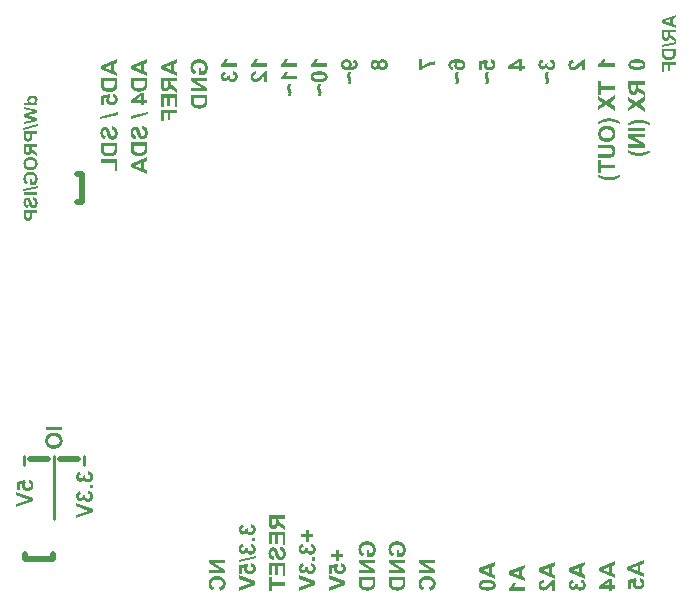
<source format=gbo>
G04*
G04 #@! TF.GenerationSoftware,Altium Limited,Altium Designer,18.0.7 (293)*
G04*
G04 Layer_Color=32896*
%FSLAX25Y25*%
%MOIN*%
G70*
G01*
G75*
%ADD13C,0.01000*%
%ADD83C,0.02000*%
G36*
X153260Y193786D02*
X153404Y193770D01*
X153540Y193754D01*
X153660Y193722D01*
X153780Y193682D01*
X153884Y193641D01*
X153989Y193602D01*
X154077Y193553D01*
X154157Y193513D01*
X154229Y193473D01*
X154285Y193433D01*
X154341Y193393D01*
X154373Y193361D01*
X154405Y193345D01*
X154421Y193329D01*
X154429Y193321D01*
X154517Y193233D01*
X154597Y193137D01*
X154661Y193041D01*
X154717Y192945D01*
X154765Y192849D01*
X154814Y192760D01*
X154870Y192584D01*
X154910Y192432D01*
X154918Y192368D01*
X154926Y192312D01*
X154934Y192264D01*
Y192200D01*
X154926Y192088D01*
X154910Y191983D01*
X154894Y191887D01*
X154862Y191791D01*
X154789Y191615D01*
X154701Y191471D01*
X154613Y191359D01*
X154573Y191311D01*
X154541Y191271D01*
X154509Y191238D01*
X154485Y191215D01*
X154477Y191207D01*
X154469Y191199D01*
X154637Y191215D01*
X154797Y191230D01*
X154942Y191246D01*
X155070Y191271D01*
X155182Y191295D01*
X155286Y191319D01*
X155374Y191343D01*
X155454Y191367D01*
X155526Y191399D01*
X155582Y191415D01*
X155631Y191439D01*
X155663Y191455D01*
X155695Y191471D01*
X155711Y191487D01*
X155727Y191495D01*
X155823Y191583D01*
X155895Y191679D01*
X155951Y191767D01*
X155983Y191855D01*
X156007Y191935D01*
X156015Y191991D01*
X156023Y192032D01*
Y192048D01*
X156015Y192136D01*
X155999Y192224D01*
X155975Y192288D01*
X155951Y192352D01*
X155927Y192400D01*
X155903Y192432D01*
X155887Y192456D01*
X155879Y192464D01*
X155815Y192520D01*
X155743Y192560D01*
X155663Y192592D01*
X155582Y192616D01*
X155518Y192640D01*
X155462Y192648D01*
X155422Y192656D01*
X155406D01*
X155526Y193682D01*
X155655Y193658D01*
X155767Y193625D01*
X155879Y193594D01*
X155975Y193553D01*
X156071Y193513D01*
X156159Y193473D01*
X156231Y193425D01*
X156303Y193385D01*
X156359Y193337D01*
X156415Y193305D01*
X156456Y193265D01*
X156496Y193233D01*
X156520Y193209D01*
X156544Y193185D01*
X156552Y193177D01*
X156560Y193169D01*
X156624Y193089D01*
X156672Y193009D01*
X156760Y192833D01*
X156816Y192664D01*
X156864Y192496D01*
X156888Y192344D01*
X156896Y192280D01*
Y192224D01*
X156904Y192184D01*
Y192120D01*
X156896Y191951D01*
X156872Y191799D01*
X156840Y191655D01*
X156800Y191511D01*
X156744Y191383D01*
X156688Y191262D01*
X156632Y191150D01*
X156568Y191054D01*
X156504Y190966D01*
X156448Y190886D01*
X156384Y190822D01*
X156335Y190766D01*
X156295Y190718D01*
X156263Y190686D01*
X156239Y190670D01*
X156231Y190662D01*
X156095Y190558D01*
X155943Y190478D01*
X155775Y190398D01*
X155606Y190333D01*
X155422Y190277D01*
X155238Y190229D01*
X155062Y190197D01*
X154878Y190165D01*
X154709Y190141D01*
X154557Y190125D01*
X154413Y190109D01*
X154285Y190101D01*
X154181Y190093D01*
X154101D01*
X154077D01*
X154053D01*
X154045D01*
X154037D01*
X153764Y190101D01*
X153516Y190117D01*
X153284Y190141D01*
X153067Y190181D01*
X152875Y190221D01*
X152699Y190261D01*
X152539Y190317D01*
X152394Y190365D01*
X152274Y190413D01*
X152170Y190462D01*
X152082Y190510D01*
X152010Y190550D01*
X151954Y190590D01*
X151914Y190614D01*
X151890Y190630D01*
X151882Y190638D01*
X151770Y190742D01*
X151666Y190854D01*
X151577Y190966D01*
X151505Y191078D01*
X151441Y191199D01*
X151385Y191311D01*
X151345Y191423D01*
X151305Y191535D01*
X151281Y191631D01*
X151257Y191727D01*
X151241Y191807D01*
X151233Y191879D01*
Y191943D01*
X151225Y191983D01*
Y192024D01*
X151233Y192168D01*
X151249Y192296D01*
X151273Y192424D01*
X151305Y192544D01*
X151345Y192656D01*
X151393Y192760D01*
X151433Y192865D01*
X151481Y192945D01*
X151537Y193025D01*
X151577Y193097D01*
X151626Y193153D01*
X151666Y193209D01*
X151698Y193249D01*
X151722Y193273D01*
X151738Y193289D01*
X151746Y193297D01*
X151850Y193385D01*
X151954Y193457D01*
X152066Y193529D01*
X152178Y193585D01*
X152290Y193633D01*
X152410Y193674D01*
X152627Y193730D01*
X152723Y193754D01*
X152819Y193770D01*
X152899Y193778D01*
X152971Y193786D01*
X153035Y193794D01*
X153075D01*
X153107D01*
X153115D01*
X153260Y193786D01*
D02*
G37*
G36*
X154749Y189380D02*
X154669Y189292D01*
X154597Y189196D01*
X154541Y189108D01*
X154493Y189020D01*
X154453Y188932D01*
X154389Y188779D01*
X154349Y188643D01*
X154341Y188587D01*
X154333Y188539D01*
X154325Y188499D01*
Y188451D01*
X154333Y188315D01*
X154365Y188163D01*
X154405Y188011D01*
X154453Y187866D01*
X154501Y187738D01*
X154525Y187682D01*
X154541Y187634D01*
X154557Y187594D01*
X154573Y187562D01*
X154581Y187546D01*
Y187538D01*
X154637Y187402D01*
X154677Y187282D01*
X154717Y187185D01*
X154741Y187105D01*
X154765Y187049D01*
X154781Y187001D01*
X154789Y186977D01*
Y186969D01*
X154814Y186833D01*
X154822Y186769D01*
Y186713D01*
X154830Y186665D01*
Y186601D01*
X154822Y186473D01*
X154806Y186360D01*
X154781Y186248D01*
X154749Y186152D01*
X154725Y186072D01*
X154701Y186008D01*
X154685Y185968D01*
X154677Y185952D01*
X154613Y185840D01*
X154557Y185744D01*
X154501Y185664D01*
X154445Y185591D01*
X154397Y185535D01*
X154365Y185495D01*
X154341Y185471D01*
X154333Y185463D01*
X153316D01*
X153412Y185567D01*
X153500Y185664D01*
X153564Y185760D01*
X153628Y185840D01*
X153668Y185912D01*
X153700Y185968D01*
X153716Y186000D01*
X153724Y186016D01*
X153764Y186112D01*
X153796Y186208D01*
X153812Y186288D01*
X153828Y186360D01*
X153836Y186416D01*
X153844Y186457D01*
Y186497D01*
X153836Y186577D01*
X153812Y186681D01*
X153780Y186801D01*
X153740Y186921D01*
X153708Y187025D01*
X153676Y187113D01*
X153660Y187153D01*
X153652Y187177D01*
X153644Y187194D01*
Y187201D01*
X153572Y187378D01*
X153516Y187530D01*
X153468Y187658D01*
X153436Y187754D01*
X153412Y187834D01*
X153396Y187882D01*
X153388Y187914D01*
Y187922D01*
X153356Y188075D01*
X153348Y188147D01*
Y188219D01*
X153340Y188275D01*
Y188363D01*
X153348Y188483D01*
X153364Y188595D01*
X153388Y188707D01*
X153420Y188804D01*
X153500Y188996D01*
X153596Y189156D01*
X153644Y189228D01*
X153692Y189292D01*
X153732Y189348D01*
X153772Y189388D01*
X153804Y189428D01*
X153828Y189452D01*
X153844Y189468D01*
X153852Y189476D01*
X154838D01*
X154749Y189380D01*
D02*
G37*
G36*
X143476Y193505D02*
X143356Y193249D01*
X143292Y193129D01*
X143219Y193017D01*
X143155Y192913D01*
X143091Y192816D01*
X143027Y192728D01*
X142971Y192648D01*
X142923Y192584D01*
X142875Y192528D01*
X142835Y192480D01*
X142811Y192448D01*
X142795Y192432D01*
X142787Y192424D01*
X146800D01*
Y191359D01*
X141225D01*
Y192224D01*
X141409Y192304D01*
X141577Y192408D01*
X141738Y192520D01*
X141866Y192632D01*
X141970Y192728D01*
X142050Y192816D01*
X142082Y192849D01*
X142106Y192873D01*
X142114Y192889D01*
X142122Y192897D01*
X142250Y193073D01*
X142362Y193241D01*
X142451Y193393D01*
X142515Y193529D01*
X142563Y193641D01*
X142603Y193722D01*
X142611Y193754D01*
X142619Y193778D01*
X142627Y193786D01*
Y193794D01*
X143588D01*
X143476Y193505D01*
D02*
G37*
G36*
X144349Y189757D02*
X144613Y189741D01*
X144862Y189717D01*
X145086Y189685D01*
X145286Y189653D01*
X145470Y189612D01*
X145631Y189564D01*
X145775Y189516D01*
X145895Y189476D01*
X146007Y189428D01*
X146095Y189388D01*
X146167Y189348D01*
X146215Y189324D01*
X146255Y189300D01*
X146279Y189284D01*
X146287Y189276D01*
X146399Y189180D01*
X146488Y189076D01*
X146576Y188972D01*
X146640Y188859D01*
X146704Y188755D01*
X146752Y188643D01*
X146792Y188539D01*
X146824Y188435D01*
X146856Y188339D01*
X146872Y188251D01*
X146888Y188171D01*
X146896Y188107D01*
Y188050D01*
X146904Y188003D01*
Y187970D01*
X146896Y187826D01*
X146880Y187690D01*
X146848Y187554D01*
X146816Y187434D01*
X146776Y187322D01*
X146728Y187217D01*
X146672Y187129D01*
X146616Y187041D01*
X146568Y186969D01*
X146512Y186897D01*
X146464Y186841D01*
X146423Y186793D01*
X146391Y186761D01*
X146359Y186737D01*
X146343Y186721D01*
X146335Y186713D01*
X146199Y186617D01*
X146039Y186537D01*
X145871Y186457D01*
X145687Y186400D01*
X145502Y186344D01*
X145318Y186304D01*
X145126Y186264D01*
X144942Y186232D01*
X144765Y186216D01*
X144605Y186200D01*
X144453Y186184D01*
X144325Y186176D01*
X144221Y186168D01*
X144141D01*
X144109D01*
X144085D01*
X144077D01*
X144069D01*
X143780Y186176D01*
X143516Y186192D01*
X143276Y186216D01*
X143051Y186256D01*
X142843Y186296D01*
X142659Y186336D01*
X142491Y186392D01*
X142346Y186441D01*
X142210Y186489D01*
X142106Y186537D01*
X142010Y186585D01*
X141930Y186625D01*
X141874Y186665D01*
X141834Y186689D01*
X141810Y186705D01*
X141802Y186713D01*
X141698Y186801D01*
X141610Y186897D01*
X141537Y187001D01*
X141465Y187105D01*
X141409Y187209D01*
X141369Y187314D01*
X141329Y187410D01*
X141297Y187514D01*
X141273Y187610D01*
X141257Y187690D01*
X141241Y187770D01*
X141233Y187834D01*
X141225Y187890D01*
Y187970D01*
X141233Y188115D01*
X141249Y188251D01*
X141281Y188387D01*
X141313Y188507D01*
X141361Y188619D01*
X141409Y188723D01*
X141457Y188812D01*
X141513Y188900D01*
X141569Y188972D01*
X141618Y189044D01*
X141666Y189100D01*
X141714Y189140D01*
X141746Y189180D01*
X141778Y189204D01*
X141794Y189220D01*
X141802Y189228D01*
X141938Y189324D01*
X142098Y189404D01*
X142266Y189476D01*
X142443Y189540D01*
X142627Y189588D01*
X142819Y189637D01*
X143003Y189669D01*
X143187Y189701D01*
X143364Y189717D01*
X143524Y189733D01*
X143676Y189749D01*
X143804Y189757D01*
X143908Y189765D01*
X143989D01*
X144020D01*
X144045D01*
X144053D01*
X144061D01*
X144349Y189757D01*
D02*
G37*
G36*
X144749Y185431D02*
X144669Y185343D01*
X144597Y185247D01*
X144541Y185159D01*
X144493Y185071D01*
X144453Y184983D01*
X144389Y184830D01*
X144349Y184694D01*
X144341Y184638D01*
X144333Y184590D01*
X144325Y184550D01*
Y184502D01*
X144333Y184366D01*
X144365Y184214D01*
X144405Y184062D01*
X144453Y183917D01*
X144501Y183789D01*
X144525Y183733D01*
X144541Y183685D01*
X144557Y183645D01*
X144573Y183613D01*
X144581Y183597D01*
Y183589D01*
X144637Y183453D01*
X144677Y183333D01*
X144717Y183237D01*
X144741Y183156D01*
X144765Y183100D01*
X144781Y183052D01*
X144790Y183028D01*
Y183020D01*
X144814Y182884D01*
X144822Y182820D01*
Y182764D01*
X144829Y182716D01*
Y182652D01*
X144822Y182524D01*
X144806Y182412D01*
X144781Y182299D01*
X144749Y182203D01*
X144725Y182123D01*
X144701Y182059D01*
X144685Y182019D01*
X144677Y182003D01*
X144613Y181891D01*
X144557Y181795D01*
X144501Y181715D01*
X144445Y181642D01*
X144397Y181587D01*
X144365Y181546D01*
X144341Y181522D01*
X144333Y181514D01*
X143316D01*
X143412Y181618D01*
X143500Y181715D01*
X143564Y181811D01*
X143628Y181891D01*
X143668Y181963D01*
X143700Y182019D01*
X143716Y182051D01*
X143724Y182067D01*
X143764Y182163D01*
X143796Y182259D01*
X143812Y182339D01*
X143828Y182412D01*
X143836Y182468D01*
X143844Y182508D01*
Y182548D01*
X143836Y182628D01*
X143812Y182732D01*
X143780Y182852D01*
X143740Y182972D01*
X143708Y183076D01*
X143676Y183164D01*
X143660Y183204D01*
X143652Y183229D01*
X143644Y183245D01*
Y183253D01*
X143572Y183429D01*
X143516Y183581D01*
X143468Y183709D01*
X143436Y183805D01*
X143412Y183885D01*
X143396Y183933D01*
X143388Y183965D01*
Y183973D01*
X143356Y184126D01*
X143348Y184198D01*
Y184270D01*
X143340Y184326D01*
Y184414D01*
X143348Y184534D01*
X143364Y184646D01*
X143388Y184758D01*
X143420Y184854D01*
X143500Y185047D01*
X143596Y185207D01*
X143644Y185279D01*
X143692Y185343D01*
X143732Y185399D01*
X143772Y185439D01*
X143804Y185479D01*
X143828Y185503D01*
X143844Y185519D01*
X143852Y185527D01*
X144838D01*
X144749Y185431D01*
D02*
G37*
G36*
X133476Y193505D02*
X133356Y193249D01*
X133292Y193129D01*
X133220Y193017D01*
X133155Y192913D01*
X133091Y192816D01*
X133027Y192728D01*
X132971Y192648D01*
X132923Y192584D01*
X132875Y192528D01*
X132835Y192480D01*
X132811Y192448D01*
X132795Y192432D01*
X132787Y192424D01*
X136800D01*
Y191359D01*
X131225D01*
Y192224D01*
X131409Y192304D01*
X131578Y192408D01*
X131738Y192520D01*
X131866Y192632D01*
X131970Y192728D01*
X132050Y192816D01*
X132082Y192849D01*
X132106Y192873D01*
X132114Y192889D01*
X132122Y192897D01*
X132250Y193073D01*
X132362Y193241D01*
X132451Y193393D01*
X132515Y193529D01*
X132563Y193641D01*
X132603Y193722D01*
X132611Y193754D01*
X132619Y193778D01*
X132627Y193786D01*
Y193794D01*
X133588D01*
X133476Y193505D01*
D02*
G37*
G36*
Y189196D02*
X133356Y188940D01*
X133292Y188820D01*
X133220Y188707D01*
X133155Y188603D01*
X133091Y188507D01*
X133027Y188419D01*
X132971Y188339D01*
X132923Y188275D01*
X132875Y188219D01*
X132835Y188171D01*
X132811Y188139D01*
X132795Y188123D01*
X132787Y188115D01*
X136800D01*
Y187049D01*
X131225D01*
Y187914D01*
X131409Y187995D01*
X131578Y188099D01*
X131738Y188211D01*
X131866Y188323D01*
X131970Y188419D01*
X132050Y188507D01*
X132082Y188539D01*
X132106Y188563D01*
X132114Y188579D01*
X132122Y188587D01*
X132250Y188763D01*
X132362Y188932D01*
X132451Y189084D01*
X132515Y189220D01*
X132563Y189332D01*
X132603Y189412D01*
X132611Y189444D01*
X132619Y189468D01*
X132627Y189476D01*
Y189484D01*
X133588D01*
X133476Y189196D01*
D02*
G37*
G36*
X134749Y185431D02*
X134669Y185343D01*
X134597Y185247D01*
X134541Y185159D01*
X134493Y185071D01*
X134453Y184983D01*
X134389Y184830D01*
X134349Y184694D01*
X134341Y184638D01*
X134333Y184590D01*
X134325Y184550D01*
Y184502D01*
X134333Y184366D01*
X134365Y184214D01*
X134405Y184062D01*
X134453Y183917D01*
X134501Y183789D01*
X134525Y183733D01*
X134541Y183685D01*
X134557Y183645D01*
X134573Y183613D01*
X134581Y183597D01*
Y183589D01*
X134637Y183453D01*
X134677Y183333D01*
X134717Y183237D01*
X134741Y183156D01*
X134766Y183100D01*
X134782Y183052D01*
X134790Y183028D01*
Y183020D01*
X134813Y182884D01*
X134821Y182820D01*
Y182764D01*
X134829Y182716D01*
Y182652D01*
X134821Y182524D01*
X134806Y182412D01*
X134782Y182299D01*
X134749Y182203D01*
X134725Y182123D01*
X134701Y182059D01*
X134685Y182019D01*
X134677Y182003D01*
X134613Y181891D01*
X134557Y181795D01*
X134501Y181715D01*
X134445Y181642D01*
X134397Y181587D01*
X134365Y181546D01*
X134341Y181522D01*
X134333Y181514D01*
X133316D01*
X133412Y181618D01*
X133500Y181715D01*
X133564Y181811D01*
X133628Y181891D01*
X133668Y181963D01*
X133700Y182019D01*
X133716Y182051D01*
X133724Y182067D01*
X133764Y182163D01*
X133796Y182259D01*
X133812Y182339D01*
X133828Y182412D01*
X133836Y182468D01*
X133844Y182508D01*
Y182548D01*
X133836Y182628D01*
X133812Y182732D01*
X133780Y182852D01*
X133740Y182972D01*
X133708Y183076D01*
X133676Y183164D01*
X133660Y183204D01*
X133652Y183229D01*
X133644Y183245D01*
Y183253D01*
X133572Y183429D01*
X133516Y183581D01*
X133468Y183709D01*
X133436Y183805D01*
X133412Y183885D01*
X133396Y183933D01*
X133388Y183965D01*
Y183973D01*
X133356Y184126D01*
X133348Y184198D01*
Y184270D01*
X133340Y184326D01*
Y184414D01*
X133348Y184534D01*
X133364Y184646D01*
X133388Y184758D01*
X133420Y184854D01*
X133500Y185047D01*
X133596Y185207D01*
X133644Y185279D01*
X133692Y185343D01*
X133732Y185399D01*
X133772Y185439D01*
X133804Y185479D01*
X133828Y185503D01*
X133844Y185519D01*
X133852Y185527D01*
X134838D01*
X134749Y185431D01*
D02*
G37*
G36*
X123476Y193505D02*
X123356Y193249D01*
X123292Y193129D01*
X123220Y193017D01*
X123155Y192913D01*
X123091Y192816D01*
X123027Y192728D01*
X122971Y192648D01*
X122923Y192584D01*
X122875Y192528D01*
X122835Y192480D01*
X122811Y192448D01*
X122795Y192432D01*
X122787Y192424D01*
X126800D01*
Y191359D01*
X121225D01*
Y192224D01*
X121409Y192304D01*
X121578Y192408D01*
X121738Y192520D01*
X121866Y192632D01*
X121970Y192728D01*
X122050Y192816D01*
X122082Y192849D01*
X122106Y192873D01*
X122114Y192889D01*
X122122Y192897D01*
X122250Y193073D01*
X122362Y193241D01*
X122451Y193393D01*
X122515Y193529D01*
X122563Y193641D01*
X122603Y193722D01*
X122611Y193754D01*
X122619Y193778D01*
X122627Y193786D01*
Y193794D01*
X123588D01*
X123476Y193505D01*
D02*
G37*
G36*
X126800Y186176D02*
X125815D01*
Y188291D01*
X125711Y188227D01*
X125622Y188155D01*
X125583Y188123D01*
X125550Y188099D01*
X125534Y188083D01*
X125526Y188075D01*
X125494Y188042D01*
X125454Y188011D01*
X125366Y187914D01*
X125262Y187810D01*
X125158Y187706D01*
X125062Y187602D01*
X124982Y187514D01*
X124950Y187482D01*
X124926Y187458D01*
X124918Y187442D01*
X124910Y187434D01*
X124741Y187258D01*
X124605Y187113D01*
X124477Y186993D01*
X124381Y186897D01*
X124301Y186825D01*
X124245Y186777D01*
X124205Y186745D01*
X124197Y186737D01*
X124061Y186633D01*
X123932Y186545D01*
X123812Y186473D01*
X123708Y186416D01*
X123620Y186368D01*
X123548Y186336D01*
X123508Y186320D01*
X123492Y186312D01*
X123364Y186264D01*
X123235Y186232D01*
X123115Y186208D01*
X123003Y186192D01*
X122915Y186184D01*
X122843Y186176D01*
X122795D01*
X122779D01*
X122659Y186184D01*
X122539Y186200D01*
X122426Y186216D01*
X122322Y186248D01*
X122138Y186328D01*
X121978Y186408D01*
X121906Y186457D01*
X121850Y186497D01*
X121794Y186537D01*
X121754Y186577D01*
X121722Y186609D01*
X121690Y186625D01*
X121682Y186641D01*
X121674Y186649D01*
X121593Y186737D01*
X121521Y186841D01*
X121465Y186937D01*
X121417Y187049D01*
X121337Y187258D01*
X121281Y187466D01*
X121265Y187562D01*
X121249Y187650D01*
X121241Y187730D01*
X121233Y187802D01*
X121225Y187858D01*
Y187938D01*
X121233Y188075D01*
X121241Y188203D01*
X121281Y188451D01*
X121345Y188659D01*
X121377Y188755D01*
X121417Y188844D01*
X121449Y188924D01*
X121489Y188988D01*
X121521Y189052D01*
X121545Y189100D01*
X121578Y189140D01*
X121593Y189164D01*
X121601Y189180D01*
X121609Y189188D01*
X121690Y189276D01*
X121770Y189356D01*
X121866Y189428D01*
X121970Y189492D01*
X122178Y189588D01*
X122379Y189669D01*
X122483Y189693D01*
X122571Y189717D01*
X122651Y189741D01*
X122723Y189749D01*
X122787Y189765D01*
X122827D01*
X122859Y189773D01*
X122867D01*
X122971Y188715D01*
X122811Y188699D01*
X122675Y188667D01*
X122555Y188635D01*
X122467Y188595D01*
X122395Y188563D01*
X122346Y188531D01*
X122314Y188507D01*
X122306Y188499D01*
X122242Y188419D01*
X122194Y188331D01*
X122154Y188243D01*
X122130Y188155D01*
X122114Y188083D01*
X122106Y188019D01*
Y187962D01*
X122114Y187842D01*
X122138Y187738D01*
X122170Y187650D01*
X122202Y187570D01*
X122234Y187514D01*
X122266Y187466D01*
X122290Y187442D01*
X122298Y187434D01*
X122379Y187370D01*
X122467Y187322D01*
X122555Y187290D01*
X122643Y187266D01*
X122723Y187250D01*
X122795Y187241D01*
X122835D01*
X122843D01*
X122851D01*
X122971Y187250D01*
X123083Y187274D01*
X123196Y187314D01*
X123292Y187354D01*
X123380Y187394D01*
X123444Y187434D01*
X123484Y187458D01*
X123500Y187466D01*
X123548Y187498D01*
X123604Y187546D01*
X123676Y187610D01*
X123740Y187674D01*
X123892Y187818D01*
X124045Y187962D01*
X124189Y188107D01*
X124253Y188171D01*
X124301Y188235D01*
X124349Y188283D01*
X124381Y188315D01*
X124405Y188339D01*
X124413Y188347D01*
X124565Y188507D01*
X124709Y188651D01*
X124846Y188787D01*
X124966Y188908D01*
X125086Y189020D01*
X125198Y189116D01*
X125294Y189204D01*
X125390Y189276D01*
X125470Y189340D01*
X125542Y189396D01*
X125599Y189444D01*
X125655Y189476D01*
X125687Y189508D01*
X125719Y189524D01*
X125735Y189540D01*
X125743D01*
X125927Y189645D01*
X126119Y189725D01*
X126295Y189789D01*
X126456Y189837D01*
X126600Y189869D01*
X126656Y189877D01*
X126704Y189885D01*
X126744Y189893D01*
X126776Y189901D01*
X126792D01*
X126800D01*
Y186176D01*
D02*
G37*
G36*
X113476Y193505D02*
X113356Y193249D01*
X113292Y193129D01*
X113219Y193017D01*
X113155Y192913D01*
X113091Y192816D01*
X113027Y192728D01*
X112971Y192648D01*
X112923Y192584D01*
X112875Y192528D01*
X112835Y192480D01*
X112811Y192448D01*
X112795Y192432D01*
X112787Y192424D01*
X116800D01*
Y191359D01*
X111225D01*
Y192224D01*
X111409Y192304D01*
X111577Y192408D01*
X111738Y192520D01*
X111866Y192632D01*
X111970Y192728D01*
X112050Y192816D01*
X112082Y192849D01*
X112106Y192873D01*
X112114Y192889D01*
X112122Y192897D01*
X112250Y193073D01*
X112363Y193241D01*
X112451Y193393D01*
X112515Y193529D01*
X112563Y193641D01*
X112603Y193722D01*
X112611Y193754D01*
X112619Y193778D01*
X112627Y193786D01*
Y193794D01*
X113588D01*
X113476Y193505D01*
D02*
G37*
G36*
X115470Y189789D02*
X115591Y189757D01*
X115815Y189685D01*
X116007Y189596D01*
X116087Y189540D01*
X116167Y189492D01*
X116239Y189444D01*
X116295Y189396D01*
X116351Y189356D01*
X116392Y189316D01*
X116423Y189284D01*
X116448Y189260D01*
X116464Y189244D01*
X116472Y189236D01*
X116544Y189140D01*
X116616Y189036D01*
X116672Y188940D01*
X116720Y188828D01*
X116800Y188619D01*
X116848Y188427D01*
X116864Y188331D01*
X116880Y188251D01*
X116888Y188179D01*
X116896Y188115D01*
X116904Y188058D01*
Y187986D01*
X116896Y187842D01*
X116880Y187698D01*
X116856Y187570D01*
X116824Y187442D01*
X116784Y187330D01*
X116744Y187217D01*
X116696Y187113D01*
X116648Y187025D01*
X116600Y186945D01*
X116552Y186865D01*
X116512Y186809D01*
X116472Y186753D01*
X116440Y186713D01*
X116416Y186681D01*
X116400Y186665D01*
X116392Y186657D01*
X116295Y186561D01*
X116191Y186481D01*
X116087Y186408D01*
X115983Y186344D01*
X115871Y186296D01*
X115767Y186248D01*
X115575Y186184D01*
X115486Y186168D01*
X115398Y186152D01*
X115326Y186136D01*
X115262Y186128D01*
X115214Y186120D01*
X115174D01*
X115150D01*
X115142D01*
X114958Y186136D01*
X114797Y186168D01*
X114645Y186208D01*
X114525Y186264D01*
X114421Y186320D01*
X114349Y186360D01*
X114301Y186392D01*
X114285Y186408D01*
X114165Y186521D01*
X114061Y186649D01*
X113980Y186777D01*
X113916Y186897D01*
X113868Y187001D01*
X113844Y187089D01*
X113828Y187121D01*
Y187145D01*
X113820Y187161D01*
Y187169D01*
X113732Y187025D01*
X113644Y186905D01*
X113548Y186801D01*
X113452Y186705D01*
X113356Y186625D01*
X113260Y186561D01*
X113163Y186513D01*
X113075Y186465D01*
X112987Y186433D01*
X112907Y186408D01*
X112835Y186392D01*
X112771Y186384D01*
X112723Y186376D01*
X112683Y186368D01*
X112659D01*
X112651D01*
X112555Y186376D01*
X112467Y186384D01*
X112290Y186433D01*
X112130Y186489D01*
X111994Y186561D01*
X111882Y186633D01*
X111802Y186697D01*
X111770Y186721D01*
X111746Y186745D01*
X111738Y186753D01*
X111730Y186761D01*
X111642Y186849D01*
X111562Y186953D01*
X111497Y187049D01*
X111441Y187153D01*
X111385Y187266D01*
X111345Y187370D01*
X111289Y187570D01*
X111265Y187658D01*
X111249Y187746D01*
X111241Y187818D01*
X111233Y187890D01*
X111225Y187946D01*
Y188019D01*
X111233Y188187D01*
X111249Y188339D01*
X111281Y188483D01*
X111313Y188603D01*
X111345Y188699D01*
X111377Y188779D01*
X111393Y188828D01*
X111401Y188836D01*
Y188844D01*
X111473Y188972D01*
X111553Y189092D01*
X111634Y189188D01*
X111706Y189268D01*
X111778Y189332D01*
X111834Y189380D01*
X111866Y189412D01*
X111882Y189420D01*
X112002Y189492D01*
X112130Y189556D01*
X112266Y189604D01*
X112394Y189653D01*
X112515Y189685D01*
X112603Y189709D01*
X112643Y189717D01*
X112667D01*
X112683Y189725D01*
X112691D01*
X112851Y188747D01*
X112723Y188723D01*
X112611Y188691D01*
X112515Y188659D01*
X112443Y188619D01*
X112379Y188579D01*
X112330Y188547D01*
X112306Y188523D01*
X112298Y188515D01*
X112234Y188443D01*
X112186Y188363D01*
X112154Y188283D01*
X112130Y188211D01*
X112114Y188147D01*
X112106Y188099D01*
Y188050D01*
X112114Y187954D01*
X112130Y187858D01*
X112162Y187786D01*
X112186Y187722D01*
X112218Y187666D01*
X112250Y187634D01*
X112266Y187610D01*
X112274Y187602D01*
X112338Y187546D01*
X112418Y187506D01*
X112491Y187474D01*
X112563Y187458D01*
X112627Y187442D01*
X112675Y187434D01*
X112707D01*
X112723D01*
X112843Y187442D01*
X112947Y187466D01*
X113035Y187506D01*
X113107Y187546D01*
X113172Y187594D01*
X113212Y187626D01*
X113244Y187658D01*
X113252Y187666D01*
X113316Y187762D01*
X113364Y187866D01*
X113396Y187978D01*
X113420Y188083D01*
X113428Y188179D01*
X113436Y188259D01*
Y188331D01*
X114293Y188443D01*
X114269Y188339D01*
X114245Y188251D01*
X114229Y188163D01*
X114221Y188091D01*
X114213Y188034D01*
Y187954D01*
X114221Y187842D01*
X114253Y187746D01*
X114285Y187658D01*
X114333Y187578D01*
X114373Y187522D01*
X114413Y187474D01*
X114445Y187442D01*
X114453Y187434D01*
X114549Y187362D01*
X114653Y187306D01*
X114757Y187266D01*
X114862Y187233D01*
X114958Y187217D01*
X115030Y187209D01*
X115078D01*
X115086D01*
X115094D01*
X115246Y187217D01*
X115382Y187241D01*
X115502Y187282D01*
X115598Y187322D01*
X115671Y187370D01*
X115727Y187402D01*
X115767Y187434D01*
X115775Y187442D01*
X115855Y187530D01*
X115919Y187626D01*
X115959Y187714D01*
X115991Y187802D01*
X116007Y187882D01*
X116015Y187938D01*
X116023Y187978D01*
Y187995D01*
X116015Y188107D01*
X115991Y188203D01*
X115959Y188291D01*
X115919Y188371D01*
X115887Y188427D01*
X115855Y188475D01*
X115831Y188507D01*
X115823Y188515D01*
X115735Y188587D01*
X115639Y188651D01*
X115534Y188691D01*
X115438Y188731D01*
X115350Y188755D01*
X115278Y188771D01*
X115230Y188779D01*
X115222D01*
X115214D01*
X115342Y189805D01*
X115470Y189789D01*
D02*
G37*
G36*
X104309Y193778D02*
X104581Y193746D01*
X104830Y193690D01*
X104950Y193666D01*
X105054Y193633D01*
X105150Y193602D01*
X105238Y193577D01*
X105310Y193545D01*
X105374Y193521D01*
X105422Y193505D01*
X105462Y193489D01*
X105486Y193473D01*
X105494D01*
X105735Y193337D01*
X105943Y193185D01*
X106127Y193025D01*
X106271Y192865D01*
X106335Y192792D01*
X106392Y192720D01*
X106440Y192664D01*
X106472Y192608D01*
X106504Y192568D01*
X106528Y192528D01*
X106536Y192512D01*
X106544Y192504D01*
X106608Y192376D01*
X106664Y192256D01*
X106752Y191991D01*
X106816Y191735D01*
X106856Y191503D01*
X106872Y191391D01*
X106888Y191295D01*
X106896Y191207D01*
Y191126D01*
X106904Y191070D01*
Y190982D01*
X106896Y190726D01*
X106864Y190486D01*
X106824Y190253D01*
X106776Y190053D01*
X106752Y189965D01*
X106728Y189885D01*
X106704Y189813D01*
X106688Y189749D01*
X106672Y189701D01*
X106656Y189669D01*
X106648Y189645D01*
Y189637D01*
X106552Y189396D01*
X106448Y189196D01*
X106343Y189020D01*
X106255Y188868D01*
X106175Y188755D01*
X106143Y188715D01*
X106111Y188675D01*
X106087Y188651D01*
X106071Y188627D01*
X106055Y188611D01*
X103828D01*
Y191022D01*
X104765D01*
Y189741D01*
X105478D01*
X105550Y189837D01*
X105614Y189941D01*
X105671Y190045D01*
X105719Y190141D01*
X105759Y190221D01*
X105791Y190293D01*
X105807Y190333D01*
X105815Y190341D01*
Y190349D01*
X105863Y190478D01*
X105895Y190606D01*
X105919Y190726D01*
X105935Y190830D01*
X105943Y190926D01*
X105951Y190990D01*
Y191054D01*
X105943Y191182D01*
X105927Y191311D01*
X105903Y191423D01*
X105871Y191535D01*
X105791Y191735D01*
X105751Y191815D01*
X105703Y191895D01*
X105655Y191967D01*
X105614Y192032D01*
X105567Y192080D01*
X105534Y192128D01*
X105502Y192160D01*
X105478Y192184D01*
X105462Y192200D01*
X105454Y192208D01*
X105358Y192280D01*
X105246Y192352D01*
X105134Y192408D01*
X105014Y192456D01*
X104765Y192536D01*
X104525Y192584D01*
X104413Y192600D01*
X104301Y192616D01*
X104213Y192624D01*
X104125Y192632D01*
X104061Y192640D01*
X104005D01*
X103972D01*
X103964D01*
X103796Y192632D01*
X103644Y192624D01*
X103492Y192600D01*
X103356Y192576D01*
X103235Y192544D01*
X103123Y192504D01*
X103019Y192464D01*
X102923Y192424D01*
X102843Y192392D01*
X102771Y192352D01*
X102715Y192312D01*
X102667Y192280D01*
X102627Y192256D01*
X102603Y192232D01*
X102587Y192224D01*
X102579Y192216D01*
X102499Y192128D01*
X102418Y192040D01*
X102363Y191943D01*
X102306Y191847D01*
X102258Y191751D01*
X102218Y191655D01*
X102162Y191471D01*
X102146Y191383D01*
X102130Y191303D01*
X102122Y191230D01*
X102114Y191166D01*
X102106Y191118D01*
Y191046D01*
X102114Y190870D01*
X102146Y190718D01*
X102178Y190582D01*
X102226Y190462D01*
X102266Y190373D01*
X102306Y190301D01*
X102338Y190261D01*
X102346Y190245D01*
X102443Y190133D01*
X102547Y190037D01*
X102651Y189957D01*
X102755Y189901D01*
X102851Y189853D01*
X102923Y189821D01*
X102971Y189805D01*
X102979Y189797D01*
X102987D01*
X102779Y188683D01*
X102643Y188715D01*
X102507Y188763D01*
X102386Y188812D01*
X102274Y188876D01*
X102162Y188932D01*
X102066Y188996D01*
X101978Y189060D01*
X101898Y189124D01*
X101826Y189188D01*
X101762Y189244D01*
X101706Y189292D01*
X101666Y189340D01*
X101634Y189380D01*
X101602Y189412D01*
X101593Y189428D01*
X101585Y189436D01*
X101505Y189548D01*
X101441Y189669D01*
X101385Y189797D01*
X101337Y189933D01*
X101257Y190197D01*
X101209Y190454D01*
X101185Y190574D01*
X101177Y190686D01*
X101169Y190790D01*
X101161Y190878D01*
X101153Y190950D01*
Y191046D01*
X101161Y191335D01*
X101193Y191591D01*
X101217Y191703D01*
X101241Y191815D01*
X101265Y191919D01*
X101289Y192008D01*
X101321Y192088D01*
X101345Y192168D01*
X101369Y192224D01*
X101385Y192280D01*
X101409Y192320D01*
X101417Y192352D01*
X101433Y192368D01*
Y192376D01*
X101577Y192624D01*
X101666Y192728D01*
X101746Y192833D01*
X101834Y192929D01*
X101922Y193017D01*
X102010Y193097D01*
X102090Y193169D01*
X102170Y193225D01*
X102242Y193281D01*
X102306Y193329D01*
X102363Y193369D01*
X102410Y193393D01*
X102443Y193417D01*
X102467Y193425D01*
X102475Y193433D01*
X102603Y193497D01*
X102731Y193553D01*
X102995Y193641D01*
X103260Y193706D01*
X103492Y193746D01*
X103604Y193762D01*
X103700Y193778D01*
X103788Y193786D01*
X103868D01*
X103924Y193794D01*
X103972D01*
X104005D01*
X104013D01*
X104309Y193778D01*
D02*
G37*
G36*
X106800Y186537D02*
X103147D01*
X106800Y184286D01*
Y183164D01*
X101257D01*
Y184198D01*
X104990D01*
X101257Y186489D01*
Y187570D01*
X106800D01*
Y186537D01*
D02*
G37*
G36*
Y179880D02*
X106792Y179664D01*
X106784Y179464D01*
X106768Y179296D01*
X106744Y179159D01*
X106720Y179047D01*
X106704Y178959D01*
X106696Y178935D01*
Y178911D01*
X106688Y178903D01*
Y178895D01*
X106624Y178719D01*
X106552Y178559D01*
X106480Y178430D01*
X106407Y178318D01*
X106343Y178230D01*
X106295Y178166D01*
X106263Y178126D01*
X106247Y178110D01*
X106095Y177974D01*
X105935Y177854D01*
X105767Y177750D01*
X105614Y177670D01*
X105470Y177605D01*
X105414Y177574D01*
X105366Y177557D01*
X105318Y177541D01*
X105286Y177525D01*
X105270Y177517D01*
X105262D01*
X105070Y177461D01*
X104870Y177413D01*
X104677Y177381D01*
X104493Y177365D01*
X104405Y177357D01*
X104325Y177349D01*
X104261D01*
X104197Y177341D01*
X104149D01*
X104117D01*
X104093D01*
X104085D01*
X103804Y177349D01*
X103556Y177373D01*
X103436Y177381D01*
X103332Y177397D01*
X103227Y177413D01*
X103139Y177429D01*
X103059Y177453D01*
X102987Y177469D01*
X102923Y177485D01*
X102875Y177493D01*
X102835Y177509D01*
X102803Y177517D01*
X102787Y177525D01*
X102779D01*
X102587Y177597D01*
X102410Y177686D01*
X102258Y177774D01*
X102130Y177862D01*
X102026Y177934D01*
X101946Y177998D01*
X101898Y178038D01*
X101882Y178046D01*
Y178054D01*
X101754Y178190D01*
X101650Y178326D01*
X101561Y178471D01*
X101489Y178599D01*
X101433Y178711D01*
X101393Y178807D01*
X101385Y178839D01*
X101377Y178863D01*
X101369Y178879D01*
Y178887D01*
X101329Y179039D01*
X101305Y179208D01*
X101281Y179384D01*
X101273Y179552D01*
X101265Y179704D01*
X101257Y179768D01*
Y181979D01*
X106800D01*
Y179880D01*
D02*
G37*
G36*
X96800Y192608D02*
X95542Y192152D01*
Y189925D01*
X96800Y189444D01*
Y188235D01*
X91257Y190462D01*
Y191647D01*
X96800Y193794D01*
Y192608D01*
D02*
G37*
G36*
Y186513D02*
X94485D01*
Y186152D01*
X94493Y186040D01*
X94501Y185944D01*
X94517Y185864D01*
X94525Y185800D01*
X94541Y185760D01*
X94549Y185736D01*
Y185728D01*
X94581Y185664D01*
X94613Y185600D01*
X94653Y185543D01*
X94685Y185487D01*
X94725Y185447D01*
X94757Y185415D01*
X94774Y185399D01*
X94782Y185391D01*
X94822Y185359D01*
X94862Y185319D01*
X94982Y185231D01*
X95110Y185135D01*
X95254Y185031D01*
X95382Y184943D01*
X95446Y184903D01*
X95494Y184871D01*
X95534Y184838D01*
X95566Y184815D01*
X95591Y184807D01*
X95599Y184799D01*
X96800Y183997D01*
Y182652D01*
X95719Y183333D01*
X95606Y183405D01*
X95494Y183477D01*
X95398Y183541D01*
X95310Y183605D01*
X95230Y183661D01*
X95150Y183709D01*
X95030Y183805D01*
X94934Y183877D01*
X94870Y183925D01*
X94829Y183965D01*
X94822Y183973D01*
X94725Y184062D01*
X94637Y184166D01*
X94565Y184262D01*
X94493Y184358D01*
X94437Y184438D01*
X94397Y184502D01*
X94365Y184550D01*
X94357Y184558D01*
Y184566D01*
X94333Y184430D01*
X94301Y184310D01*
X94269Y184198D01*
X94229Y184086D01*
X94189Y183990D01*
X94149Y183901D01*
X94109Y183813D01*
X94061Y183741D01*
X94020Y183677D01*
X93980Y183621D01*
X93940Y183573D01*
X93908Y183541D01*
X93884Y183509D01*
X93860Y183485D01*
X93852Y183477D01*
X93844Y183469D01*
X93764Y183405D01*
X93684Y183349D01*
X93508Y183253D01*
X93340Y183188D01*
X93172Y183148D01*
X93027Y183116D01*
X92971Y183108D01*
X92915D01*
X92875Y183100D01*
X92835D01*
X92819D01*
X92811D01*
X92635Y183108D01*
X92467Y183140D01*
X92322Y183180D01*
X92194Y183221D01*
X92090Y183269D01*
X92010Y183309D01*
X91986Y183325D01*
X91962Y183341D01*
X91954Y183349D01*
X91946D01*
X91810Y183445D01*
X91698Y183549D01*
X91610Y183653D01*
X91529Y183757D01*
X91481Y183853D01*
X91441Y183925D01*
X91417Y183973D01*
X91409Y183981D01*
Y183990D01*
X91385Y184070D01*
X91361Y184158D01*
X91321Y184358D01*
X91297Y184574D01*
X91273Y184782D01*
Y184887D01*
X91265Y184975D01*
Y185063D01*
X91257Y185135D01*
Y187634D01*
X96800D01*
Y186513D01*
D02*
G37*
G36*
Y177830D02*
X95863D01*
Y180922D01*
X94357D01*
Y178142D01*
X93420D01*
Y180922D01*
X92194D01*
Y177934D01*
X91257D01*
Y182043D01*
X96800D01*
Y177830D01*
D02*
G37*
G36*
Y175755D02*
X94445D01*
Y173440D01*
X93508D01*
Y175755D01*
X92194D01*
Y173072D01*
X91257D01*
Y176877D01*
X96800D01*
Y175755D01*
D02*
G37*
G36*
X86800Y192608D02*
X85542Y192152D01*
Y189925D01*
X86800Y189444D01*
Y188235D01*
X81257Y190462D01*
Y191647D01*
X86800Y193794D01*
Y192608D01*
D02*
G37*
G36*
Y185535D02*
X86792Y185319D01*
X86784Y185119D01*
X86768Y184951D01*
X86744Y184815D01*
X86720Y184702D01*
X86704Y184614D01*
X86696Y184590D01*
Y184566D01*
X86688Y184558D01*
Y184550D01*
X86624Y184374D01*
X86552Y184214D01*
X86480Y184086D01*
X86408Y183973D01*
X86343Y183885D01*
X86295Y183821D01*
X86263Y183781D01*
X86247Y183765D01*
X86095Y183629D01*
X85935Y183509D01*
X85767Y183405D01*
X85615Y183325D01*
X85470Y183261D01*
X85414Y183229D01*
X85366Y183212D01*
X85318Y183196D01*
X85286Y183180D01*
X85270Y183172D01*
X85262D01*
X85070Y183116D01*
X84870Y183068D01*
X84677Y183036D01*
X84493Y183020D01*
X84405Y183012D01*
X84325Y183004D01*
X84261D01*
X84197Y182996D01*
X84149D01*
X84117D01*
X84093D01*
X84085D01*
X83804Y183004D01*
X83556Y183028D01*
X83436Y183036D01*
X83332Y183052D01*
X83227Y183068D01*
X83139Y183084D01*
X83059Y183108D01*
X82987Y183124D01*
X82923Y183140D01*
X82875Y183148D01*
X82835Y183164D01*
X82803Y183172D01*
X82787Y183180D01*
X82779D01*
X82587Y183253D01*
X82411Y183341D01*
X82258Y183429D01*
X82130Y183517D01*
X82026Y183589D01*
X81946Y183653D01*
X81898Y183693D01*
X81882Y183701D01*
Y183709D01*
X81754Y183845D01*
X81650Y183981D01*
X81561Y184126D01*
X81489Y184254D01*
X81433Y184366D01*
X81393Y184462D01*
X81385Y184494D01*
X81377Y184518D01*
X81369Y184534D01*
Y184542D01*
X81329Y184694D01*
X81305Y184863D01*
X81281Y185039D01*
X81273Y185207D01*
X81265Y185359D01*
X81257Y185423D01*
Y187634D01*
X86800D01*
Y185535D01*
D02*
G37*
G36*
X85687Y180193D02*
X86800D01*
Y179167D01*
X85687D01*
Y178479D01*
X84757D01*
Y179167D01*
X81233D01*
Y180065D01*
X84765Y182468D01*
X85687D01*
Y180193D01*
D02*
G37*
G36*
X86896Y175371D02*
X81161Y173985D01*
Y174786D01*
X86896Y176156D01*
Y175371D01*
D02*
G37*
G36*
X85166Y171542D02*
X85326Y171510D01*
X85478Y171462D01*
X85615Y171422D01*
X85743Y171366D01*
X85863Y171310D01*
X85967Y171254D01*
X86063Y171197D01*
X86143Y171141D01*
X86215Y171085D01*
X86279Y171037D01*
X86335Y170989D01*
X86375Y170957D01*
X86400Y170925D01*
X86415Y170909D01*
X86423Y170901D01*
X86512Y170789D01*
X86584Y170669D01*
X86648Y170541D01*
X86704Y170405D01*
X86744Y170276D01*
X86784Y170140D01*
X86840Y169876D01*
X86864Y169756D01*
X86880Y169644D01*
X86888Y169547D01*
X86896Y169459D01*
X86904Y169387D01*
Y169283D01*
X86896Y169027D01*
X86872Y168795D01*
X86840Y168586D01*
X86824Y168498D01*
X86800Y168410D01*
X86784Y168338D01*
X86768Y168274D01*
X86752Y168218D01*
X86736Y168170D01*
X86720Y168130D01*
X86712Y168106D01*
X86704Y168090D01*
Y168082D01*
X86616Y167905D01*
X86520Y167761D01*
X86423Y167625D01*
X86319Y167521D01*
X86231Y167441D01*
X86151Y167377D01*
X86103Y167345D01*
X86095Y167329D01*
X86087D01*
X85927Y167241D01*
X85775Y167168D01*
X85623Y167120D01*
X85478Y167088D01*
X85366Y167072D01*
X85310Y167064D01*
X85270Y167056D01*
X85238D01*
X85214D01*
X85198D01*
X85190D01*
X84998Y167064D01*
X84829Y167088D01*
X84677Y167128D01*
X84549Y167168D01*
X84445Y167209D01*
X84373Y167249D01*
X84325Y167273D01*
X84309Y167281D01*
X84181Y167369D01*
X84069Y167473D01*
X83973Y167577D01*
X83892Y167673D01*
X83828Y167761D01*
X83780Y167833D01*
X83748Y167881D01*
X83740Y167889D01*
Y167897D01*
X83700Y167977D01*
X83660Y168058D01*
X83588Y168250D01*
X83524Y168450D01*
X83460Y168642D01*
X83436Y168730D01*
X83412Y168818D01*
X83388Y168899D01*
X83372Y168963D01*
X83356Y169019D01*
X83348Y169059D01*
X83340Y169091D01*
Y169099D01*
X83300Y169243D01*
X83268Y169371D01*
X83236Y169491D01*
X83204Y169604D01*
X83171Y169692D01*
X83139Y169780D01*
X83107Y169852D01*
X83083Y169916D01*
X83059Y169972D01*
X83035Y170012D01*
X83019Y170052D01*
X83003Y170076D01*
X82979Y170116D01*
X82971Y170124D01*
X82915Y170180D01*
X82859Y170220D01*
X82803Y170244D01*
X82747Y170260D01*
X82707Y170276D01*
X82667Y170284D01*
X82643D01*
X82635D01*
X82555Y170276D01*
X82491Y170260D01*
X82427Y170228D01*
X82379Y170196D01*
X82338Y170164D01*
X82314Y170132D01*
X82298Y170116D01*
X82290Y170108D01*
X82218Y169996D01*
X82170Y169876D01*
X82130Y169748D01*
X82106Y169627D01*
X82090Y169523D01*
X82082Y169435D01*
Y169355D01*
X82090Y169187D01*
X82114Y169043D01*
X82146Y168923D01*
X82178Y168826D01*
X82210Y168746D01*
X82242Y168690D01*
X82266Y168658D01*
X82274Y168650D01*
X82354Y168570D01*
X82451Y168498D01*
X82547Y168442D01*
X82651Y168402D01*
X82739Y168370D01*
X82811Y168354D01*
X82867Y168338D01*
X82875D01*
X82883D01*
X82843Y167217D01*
X82699Y167225D01*
X82571Y167249D01*
X82443Y167281D01*
X82330Y167321D01*
X82218Y167361D01*
X82114Y167409D01*
X82026Y167457D01*
X81938Y167505D01*
X81866Y167561D01*
X81802Y167609D01*
X81746Y167657D01*
X81698Y167697D01*
X81666Y167729D01*
X81642Y167753D01*
X81625Y167769D01*
X81617Y167777D01*
X81537Y167881D01*
X81465Y167993D01*
X81401Y168114D01*
X81345Y168242D01*
X81305Y168370D01*
X81265Y168498D01*
X81209Y168754D01*
X81193Y168875D01*
X81177Y168979D01*
X81169Y169083D01*
X81161Y169171D01*
X81153Y169243D01*
Y169339D01*
X81161Y169571D01*
X81185Y169780D01*
X81217Y169964D01*
X81249Y170124D01*
X81273Y170196D01*
X81289Y170260D01*
X81305Y170308D01*
X81321Y170356D01*
X81337Y170388D01*
X81345Y170413D01*
X81353Y170429D01*
Y170437D01*
X81433Y170597D01*
X81521Y170733D01*
X81617Y170853D01*
X81706Y170949D01*
X81786Y171029D01*
X81850Y171077D01*
X81898Y171117D01*
X81906Y171125D01*
X81914D01*
X82050Y171205D01*
X82194Y171262D01*
X82330Y171302D01*
X82451Y171326D01*
X82555Y171342D01*
X82635Y171358D01*
X82667D01*
X82691D01*
X82699D01*
X82707D01*
X82827Y171350D01*
X82947Y171334D01*
X83051Y171310D01*
X83155Y171278D01*
X83348Y171197D01*
X83516Y171101D01*
X83588Y171061D01*
X83644Y171013D01*
X83700Y170973D01*
X83748Y170933D01*
X83780Y170901D01*
X83804Y170877D01*
X83820Y170861D01*
X83828Y170853D01*
X83884Y170781D01*
X83940Y170693D01*
X83996Y170605D01*
X84045Y170501D01*
X84141Y170300D01*
X84221Y170092D01*
X84253Y169988D01*
X84285Y169900D01*
X84309Y169812D01*
X84333Y169740D01*
X84349Y169684D01*
X84365Y169635D01*
X84373Y169604D01*
Y169596D01*
X84405Y169467D01*
X84437Y169355D01*
X84461Y169251D01*
X84485Y169155D01*
X84509Y169075D01*
X84525Y169003D01*
X84549Y168939D01*
X84565Y168883D01*
X84573Y168834D01*
X84589Y168795D01*
X84605Y168738D01*
X84621Y168706D01*
Y168698D01*
X84661Y168594D01*
X84701Y168514D01*
X84741Y168442D01*
X84781Y168386D01*
X84813Y168346D01*
X84838Y168322D01*
X84854Y168306D01*
X84862Y168298D01*
X84918Y168258D01*
X84974Y168226D01*
X85030Y168210D01*
X85078Y168194D01*
X85126Y168186D01*
X85166Y168178D01*
X85190D01*
X85198D01*
X85310Y168186D01*
X85406Y168218D01*
X85502Y168266D01*
X85583Y168314D01*
X85647Y168370D01*
X85695Y168410D01*
X85727Y168442D01*
X85735Y168458D01*
X85807Y168570D01*
X85863Y168698D01*
X85903Y168834D01*
X85927Y168963D01*
X85943Y169083D01*
X85959Y169179D01*
Y169267D01*
X85951Y169451D01*
X85919Y169612D01*
X85879Y169748D01*
X85831Y169868D01*
X85783Y169964D01*
X85743Y170028D01*
X85711Y170068D01*
X85703Y170084D01*
X85590Y170188D01*
X85470Y170268D01*
X85334Y170340D01*
X85198Y170388D01*
X85078Y170429D01*
X84982Y170461D01*
X84950Y170469D01*
X84918D01*
X84902Y170477D01*
X84894D01*
X84998Y171566D01*
X85166Y171542D01*
D02*
G37*
G36*
X86800Y164005D02*
X86792Y163788D01*
X86784Y163588D01*
X86768Y163420D01*
X86744Y163284D01*
X86720Y163172D01*
X86704Y163083D01*
X86696Y163059D01*
Y163035D01*
X86688Y163027D01*
Y163019D01*
X86624Y162843D01*
X86552Y162683D01*
X86480Y162555D01*
X86408Y162443D01*
X86343Y162354D01*
X86295Y162290D01*
X86263Y162250D01*
X86247Y162234D01*
X86095Y162098D01*
X85935Y161978D01*
X85767Y161874D01*
X85615Y161794D01*
X85470Y161730D01*
X85414Y161698D01*
X85366Y161682D01*
X85318Y161666D01*
X85286Y161650D01*
X85270Y161642D01*
X85262D01*
X85070Y161585D01*
X84870Y161537D01*
X84677Y161505D01*
X84493Y161489D01*
X84405Y161481D01*
X84325Y161473D01*
X84261D01*
X84197Y161465D01*
X84149D01*
X84117D01*
X84093D01*
X84085D01*
X83804Y161473D01*
X83556Y161497D01*
X83436Y161505D01*
X83332Y161521D01*
X83227Y161537D01*
X83139Y161553D01*
X83059Y161577D01*
X82987Y161593D01*
X82923Y161609D01*
X82875Y161618D01*
X82835Y161634D01*
X82803Y161642D01*
X82787Y161650D01*
X82779D01*
X82587Y161722D01*
X82411Y161810D01*
X82258Y161898D01*
X82130Y161986D01*
X82026Y162058D01*
X81946Y162122D01*
X81898Y162162D01*
X81882Y162170D01*
Y162178D01*
X81754Y162314D01*
X81650Y162451D01*
X81561Y162595D01*
X81489Y162723D01*
X81433Y162835D01*
X81393Y162931D01*
X81385Y162963D01*
X81377Y162987D01*
X81369Y163003D01*
Y163011D01*
X81329Y163163D01*
X81305Y163332D01*
X81281Y163508D01*
X81273Y163676D01*
X81265Y163828D01*
X81257Y163892D01*
Y166103D01*
X86800D01*
Y164005D01*
D02*
G37*
G36*
Y159895D02*
X85542Y159439D01*
Y157212D01*
X86800Y156731D01*
Y155522D01*
X81257Y157749D01*
Y158934D01*
X86800Y161081D01*
Y159895D01*
D02*
G37*
G36*
X165374Y193786D02*
X165510Y193770D01*
X165647Y193738D01*
X165767Y193698D01*
X165887Y193658D01*
X165991Y193609D01*
X166087Y193553D01*
X166175Y193497D01*
X166247Y193441D01*
X166319Y193385D01*
X166376Y193337D01*
X166423Y193297D01*
X166464Y193257D01*
X166488Y193225D01*
X166504Y193209D01*
X166512Y193201D01*
X166584Y193105D01*
X166640Y193001D01*
X166696Y192897D01*
X166736Y192792D01*
X166808Y192584D01*
X166856Y192384D01*
X166872Y192288D01*
X166880Y192208D01*
X166888Y192136D01*
X166896Y192072D01*
X166904Y192016D01*
Y191943D01*
X166896Y191791D01*
X166880Y191655D01*
X166856Y191519D01*
X166832Y191391D01*
X166792Y191279D01*
X166752Y191174D01*
X166712Y191070D01*
X166664Y190982D01*
X166616Y190902D01*
X166576Y190838D01*
X166536Y190774D01*
X166496Y190726D01*
X166472Y190686D01*
X166448Y190662D01*
X166431Y190646D01*
X166423Y190638D01*
X166327Y190550D01*
X166231Y190478D01*
X166127Y190405D01*
X166023Y190349D01*
X165919Y190301D01*
X165815Y190261D01*
X165614Y190205D01*
X165526Y190181D01*
X165446Y190165D01*
X165366Y190157D01*
X165302Y190149D01*
X165246Y190141D01*
X165206D01*
X165182D01*
X165174D01*
X165006Y190149D01*
X164854Y190181D01*
X164709Y190213D01*
X164589Y190261D01*
X164493Y190301D01*
X164421Y190341D01*
X164373Y190373D01*
X164357Y190381D01*
X164229Y190478D01*
X164117Y190590D01*
X164021Y190710D01*
X163948Y190822D01*
X163884Y190926D01*
X163836Y191006D01*
X163820Y191038D01*
X163812Y191062D01*
X163804Y191078D01*
Y191086D01*
X163740Y190958D01*
X163668Y190846D01*
X163596Y190750D01*
X163516Y190670D01*
X163452Y190606D01*
X163396Y190566D01*
X163364Y190534D01*
X163348Y190526D01*
X163227Y190454D01*
X163107Y190405D01*
X162995Y190365D01*
X162891Y190341D01*
X162795Y190325D01*
X162723Y190317D01*
X162675D01*
X162667D01*
X162659D01*
X162547Y190325D01*
X162434Y190333D01*
X162234Y190390D01*
X162066Y190454D01*
X161914Y190534D01*
X161794Y190622D01*
X161746Y190654D01*
X161706Y190686D01*
X161674Y190718D01*
X161650Y190742D01*
X161642Y190750D01*
X161634Y190758D01*
X161562Y190846D01*
X161497Y190934D01*
X161441Y191038D01*
X161393Y191134D01*
X161321Y191343D01*
X161273Y191543D01*
X161257Y191631D01*
X161249Y191719D01*
X161241Y191791D01*
X161233Y191863D01*
X161225Y191911D01*
Y191991D01*
X161233Y192136D01*
X161241Y192272D01*
X161265Y192400D01*
X161289Y192520D01*
X161321Y192632D01*
X161353Y192736D01*
X161393Y192824D01*
X161425Y192905D01*
X161465Y192985D01*
X161505Y193049D01*
X161537Y193097D01*
X161569Y193145D01*
X161593Y193177D01*
X161618Y193201D01*
X161626Y193217D01*
X161634Y193225D01*
X161714Y193297D01*
X161794Y193369D01*
X161882Y193425D01*
X161962Y193473D01*
X162138Y193553D01*
X162298Y193602D01*
X162443Y193633D01*
X162507Y193641D01*
X162555Y193649D01*
X162603Y193658D01*
X162635D01*
X162651D01*
X162659D01*
X162795Y193649D01*
X162915Y193625D01*
X163035Y193602D01*
X163131Y193561D01*
X163219Y193529D01*
X163276Y193505D01*
X163316Y193481D01*
X163332Y193473D01*
X163436Y193393D01*
X163532Y193297D01*
X163612Y193201D01*
X163684Y193097D01*
X163732Y193009D01*
X163772Y192937D01*
X163796Y192889D01*
X163804Y192881D01*
Y192873D01*
X163892Y193041D01*
X163980Y193185D01*
X164077Y193305D01*
X164173Y193401D01*
X164261Y193481D01*
X164325Y193537D01*
X164373Y193569D01*
X164381Y193577D01*
X164389D01*
X164533Y193649D01*
X164677Y193706D01*
X164822Y193738D01*
X164950Y193770D01*
X165054Y193786D01*
X165142Y193794D01*
X165174D01*
X165198D01*
X165214D01*
X165222D01*
X165374Y193786D01*
D02*
G37*
G36*
X178214Y191383D02*
X178575Y191647D01*
X178951Y191879D01*
X179128Y191991D01*
X179312Y192088D01*
X179480Y192176D01*
X179640Y192256D01*
X179792Y192328D01*
X179929Y192392D01*
X180057Y192448D01*
X180161Y192496D01*
X180241Y192528D01*
X180305Y192552D01*
X180345Y192568D01*
X180361Y192576D01*
X180585Y192656D01*
X180802Y192728D01*
X181018Y192784D01*
X181226Y192841D01*
X181434Y192881D01*
X181627Y192921D01*
X181811Y192953D01*
X181979Y192977D01*
X182131Y193001D01*
X182275Y193017D01*
X182396Y193033D01*
X182500Y193041D01*
X182588D01*
X182652Y193049D01*
X182684D01*
X182700D01*
Y192024D01*
X182420Y192016D01*
X182131Y191991D01*
X181851Y191951D01*
X181723Y191935D01*
X181595Y191911D01*
X181483Y191887D01*
X181370Y191863D01*
X181282Y191847D01*
X181202Y191831D01*
X181130Y191815D01*
X181082Y191799D01*
X181050Y191791D01*
X181042D01*
X180698Y191687D01*
X180369Y191575D01*
X180217Y191519D01*
X180073Y191455D01*
X179937Y191399D01*
X179808Y191343D01*
X179696Y191287D01*
X179592Y191238D01*
X179496Y191191D01*
X179424Y191158D01*
X179360Y191126D01*
X179320Y191102D01*
X179288Y191086D01*
X179280Y191078D01*
X179128Y190990D01*
X178983Y190902D01*
X178855Y190822D01*
X178727Y190742D01*
X178615Y190662D01*
X178511Y190582D01*
X178415Y190510D01*
X178326Y190445D01*
X178246Y190381D01*
X178182Y190325D01*
X178126Y190277D01*
X178078Y190237D01*
X178046Y190205D01*
X178022Y190181D01*
X178006Y190165D01*
X177998Y190157D01*
X177229D01*
Y193794D01*
X178214D01*
Y191383D01*
D02*
G37*
G36*
X190281Y193786D02*
X190529Y193770D01*
X190762Y193746D01*
X190970Y193706D01*
X191170Y193666D01*
X191346Y193625D01*
X191498Y193577D01*
X191643Y193521D01*
X191763Y193473D01*
X191867Y193425D01*
X191955Y193385D01*
X192027Y193337D01*
X192083Y193305D01*
X192123Y193281D01*
X192147Y193265D01*
X192155Y193257D01*
X192268Y193153D01*
X192372Y193041D01*
X192460Y192929D01*
X192532Y192808D01*
X192596Y192696D01*
X192644Y192576D01*
X192692Y192464D01*
X192724Y192360D01*
X192748Y192256D01*
X192772Y192168D01*
X192780Y192080D01*
X192796Y192008D01*
Y191951D01*
X192804Y191911D01*
Y191871D01*
X192796Y191727D01*
X192780Y191591D01*
X192756Y191463D01*
X192724Y191343D01*
X192684Y191223D01*
X192644Y191118D01*
X192596Y191022D01*
X192548Y190934D01*
X192500Y190854D01*
X192452Y190790D01*
X192412Y190726D01*
X192372Y190678D01*
X192340Y190638D01*
X192315Y190614D01*
X192299Y190598D01*
X192291Y190590D01*
X192195Y190502D01*
X192083Y190421D01*
X191971Y190357D01*
X191859Y190301D01*
X191747Y190245D01*
X191635Y190205D01*
X191410Y190149D01*
X191314Y190125D01*
X191218Y190109D01*
X191138Y190101D01*
X191066Y190093D01*
X191002Y190085D01*
X190962D01*
X190930D01*
X190922D01*
X190770Y190093D01*
X190633Y190109D01*
X190497Y190133D01*
X190377Y190157D01*
X190257Y190197D01*
X190153Y190237D01*
X190049Y190277D01*
X189961Y190325D01*
X189881Y190373D01*
X189808Y190413D01*
X189752Y190454D01*
X189696Y190494D01*
X189656Y190518D01*
X189632Y190542D01*
X189616Y190558D01*
X189608Y190566D01*
X189520Y190654D01*
X189440Y190750D01*
X189368Y190846D01*
X189312Y190942D01*
X189264Y191038D01*
X189224Y191134D01*
X189160Y191311D01*
X189136Y191391D01*
X189120Y191471D01*
X189111Y191535D01*
X189103Y191591D01*
X189095Y191639D01*
Y191703D01*
X189103Y191815D01*
X189120Y191919D01*
X189136Y192016D01*
X189168Y192112D01*
X189248Y192280D01*
X189328Y192424D01*
X189416Y192536D01*
X189456Y192584D01*
X189496Y192624D01*
X189528Y192656D01*
X189544Y192680D01*
X189560Y192688D01*
X189568Y192696D01*
X189400Y192680D01*
X189240Y192664D01*
X189095Y192648D01*
X188967Y192624D01*
X188855Y192600D01*
X188751Y192576D01*
X188663Y192552D01*
X188583Y192520D01*
X188511Y192496D01*
X188455Y192480D01*
X188407Y192456D01*
X188375Y192440D01*
X188343Y192424D01*
X188327Y192408D01*
X188311Y192400D01*
X188206Y192312D01*
X188134Y192216D01*
X188078Y192120D01*
X188046Y192032D01*
X188022Y191951D01*
X188014Y191887D01*
X188006Y191847D01*
Y191831D01*
X188014Y191743D01*
X188030Y191655D01*
X188054Y191583D01*
X188078Y191527D01*
X188110Y191479D01*
X188134Y191447D01*
X188150Y191423D01*
X188158Y191415D01*
X188222Y191359D01*
X188294Y191319D01*
X188375Y191279D01*
X188447Y191254D01*
X188519Y191238D01*
X188575Y191223D01*
X188607Y191215D01*
X188623D01*
X188511Y190189D01*
X188270Y190245D01*
X188070Y190325D01*
X187894Y190413D01*
X187742Y190502D01*
X187630Y190590D01*
X187590Y190622D01*
X187550Y190662D01*
X187525Y190686D01*
X187502Y190710D01*
X187486Y190718D01*
Y190726D01*
X187421Y190806D01*
X187365Y190886D01*
X187277Y191062D01*
X187213Y191238D01*
X187173Y191399D01*
X187141Y191543D01*
X187133Y191607D01*
Y191663D01*
X187125Y191703D01*
Y191767D01*
X187133Y191935D01*
X187157Y192088D01*
X187189Y192240D01*
X187229Y192376D01*
X187285Y192504D01*
X187341Y192632D01*
X187405Y192736D01*
X187461Y192841D01*
X187525Y192929D01*
X187590Y193009D01*
X187646Y193073D01*
X187702Y193129D01*
X187742Y193177D01*
X187774Y193209D01*
X187798Y193225D01*
X187806Y193233D01*
X187942Y193329D01*
X188094Y193417D01*
X188262Y193489D01*
X188431Y193553D01*
X188615Y193609D01*
X188799Y193658D01*
X188983Y193698D01*
X189160Y193722D01*
X189328Y193746D01*
X189488Y193762D01*
X189632Y193778D01*
X189760Y193786D01*
X189865Y193794D01*
X189945D01*
X189969D01*
X189993D01*
X190001D01*
X190009D01*
X190281Y193786D01*
D02*
G37*
G36*
X190649Y189460D02*
X190569Y189372D01*
X190497Y189276D01*
X190441Y189188D01*
X190393Y189100D01*
X190353Y189012D01*
X190289Y188859D01*
X190249Y188723D01*
X190241Y188667D01*
X190233Y188619D01*
X190225Y188579D01*
Y188531D01*
X190233Y188395D01*
X190265Y188243D01*
X190305Y188091D01*
X190353Y187946D01*
X190401Y187818D01*
X190425Y187762D01*
X190441Y187714D01*
X190457Y187674D01*
X190473Y187642D01*
X190481Y187626D01*
Y187618D01*
X190537Y187482D01*
X190577Y187362D01*
X190617Y187266D01*
X190641Y187185D01*
X190665Y187129D01*
X190682Y187081D01*
X190690Y187057D01*
Y187049D01*
X190714Y186913D01*
X190721Y186849D01*
Y186793D01*
X190729Y186745D01*
Y186681D01*
X190721Y186553D01*
X190706Y186441D01*
X190682Y186328D01*
X190649Y186232D01*
X190625Y186152D01*
X190601Y186088D01*
X190585Y186048D01*
X190577Y186032D01*
X190513Y185920D01*
X190457Y185824D01*
X190401Y185744D01*
X190345Y185672D01*
X190297Y185616D01*
X190265Y185575D01*
X190241Y185551D01*
X190233Y185543D01*
X189216D01*
X189312Y185647D01*
X189400Y185744D01*
X189464Y185840D01*
X189528Y185920D01*
X189568Y185992D01*
X189600Y186048D01*
X189616Y186080D01*
X189624Y186096D01*
X189664Y186192D01*
X189696Y186288D01*
X189712Y186368D01*
X189728Y186441D01*
X189736Y186497D01*
X189744Y186537D01*
Y186577D01*
X189736Y186657D01*
X189712Y186761D01*
X189680Y186881D01*
X189640Y187001D01*
X189608Y187105D01*
X189576Y187194D01*
X189560Y187233D01*
X189552Y187258D01*
X189544Y187274D01*
Y187282D01*
X189472Y187458D01*
X189416Y187610D01*
X189368Y187738D01*
X189336Y187834D01*
X189312Y187914D01*
X189296Y187962D01*
X189288Y187995D01*
Y188003D01*
X189256Y188155D01*
X189248Y188227D01*
Y188299D01*
X189240Y188355D01*
Y188443D01*
X189248Y188563D01*
X189264Y188675D01*
X189288Y188787D01*
X189320Y188884D01*
X189400Y189076D01*
X189496Y189236D01*
X189544Y189308D01*
X189592Y189372D01*
X189632Y189428D01*
X189672Y189468D01*
X189704Y189508D01*
X189728Y189532D01*
X189744Y189548D01*
X189752Y189556D01*
X190738D01*
X190649Y189460D01*
D02*
G37*
G36*
X201418Y193770D02*
X201539Y193746D01*
X201755Y193666D01*
X201947Y193577D01*
X202027Y193529D01*
X202107Y193473D01*
X202171Y193425D01*
X202227Y193385D01*
X202275Y193337D01*
X202324Y193305D01*
X202356Y193273D01*
X202380Y193249D01*
X202388Y193233D01*
X202396Y193225D01*
X202468Y193129D01*
X202532Y193033D01*
X202588Y192929D01*
X202628Y192824D01*
X202708Y192608D01*
X202756Y192416D01*
X202772Y192320D01*
X202780Y192240D01*
X202788Y192160D01*
X202796Y192096D01*
X202804Y192040D01*
Y191967D01*
X202796Y191791D01*
X202772Y191623D01*
X202740Y191471D01*
X202692Y191327D01*
X202636Y191191D01*
X202572Y191070D01*
X202508Y190958D01*
X202436Y190854D01*
X202372Y190766D01*
X202308Y190686D01*
X202243Y190614D01*
X202187Y190558D01*
X202139Y190518D01*
X202107Y190486D01*
X202083Y190470D01*
X202075Y190462D01*
X201971Y190390D01*
X201867Y190325D01*
X201763Y190277D01*
X201651Y190229D01*
X201442Y190157D01*
X201250Y190109D01*
X201170Y190093D01*
X201090Y190085D01*
X201018Y190069D01*
X200954D01*
X200906Y190061D01*
X200874D01*
X200850D01*
X200842D01*
X200690Y190069D01*
X200545Y190085D01*
X200409Y190109D01*
X200281Y190141D01*
X200169Y190173D01*
X200057Y190221D01*
X199953Y190261D01*
X199864Y190309D01*
X199784Y190357D01*
X199712Y190398D01*
X199648Y190445D01*
X199600Y190478D01*
X199560Y190510D01*
X199528Y190534D01*
X199512Y190550D01*
X199504Y190558D01*
X199416Y190654D01*
X199336Y190750D01*
X199264Y190854D01*
X199200Y190958D01*
X199152Y191054D01*
X199111Y191158D01*
X199047Y191343D01*
X199023Y191431D01*
X199007Y191511D01*
X198999Y191583D01*
X198991Y191639D01*
X198983Y191687D01*
Y191759D01*
X198991Y191895D01*
X199015Y192032D01*
X199039Y192152D01*
X199072Y192264D01*
X199111Y192352D01*
X199135Y192424D01*
X199160Y192472D01*
X199168Y192480D01*
Y192488D01*
X198222Y192320D01*
Y190309D01*
X197229D01*
Y193121D01*
X200121Y193666D01*
X200241Y192808D01*
X200169Y192736D01*
X200105Y192664D01*
X200049Y192592D01*
X200001Y192520D01*
X199928Y192384D01*
X199881Y192256D01*
X199856Y192144D01*
X199840Y192063D01*
X199832Y192032D01*
Y191983D01*
X199840Y191855D01*
X199873Y191735D01*
X199913Y191631D01*
X199961Y191543D01*
X200017Y191479D01*
X200057Y191423D01*
X200089Y191391D01*
X200097Y191383D01*
X200201Y191303D01*
X200321Y191246D01*
X200449Y191207D01*
X200577Y191182D01*
X200690Y191158D01*
X200778Y191150D01*
X200818D01*
X200842D01*
X200858D01*
X200866D01*
X201058Y191158D01*
X201226Y191182D01*
X201362Y191223D01*
X201474Y191262D01*
X201571Y191311D01*
X201635Y191343D01*
X201667Y191375D01*
X201683Y191383D01*
X201771Y191471D01*
X201843Y191567D01*
X201891Y191663D01*
X201923Y191751D01*
X201939Y191831D01*
X201947Y191895D01*
X201955Y191935D01*
Y191951D01*
X201947Y192055D01*
X201923Y192160D01*
X201891Y192248D01*
X201851Y192320D01*
X201811Y192384D01*
X201779Y192432D01*
X201755Y192464D01*
X201747Y192472D01*
X201659Y192544D01*
X201571Y192608D01*
X201474Y192656D01*
X201386Y192688D01*
X201306Y192712D01*
X201234Y192728D01*
X201194Y192736D01*
X201178D01*
X201290Y193794D01*
X201418Y193770D01*
D02*
G37*
G36*
X200649Y189476D02*
X200569Y189388D01*
X200497Y189292D01*
X200441Y189204D01*
X200393Y189116D01*
X200353Y189028D01*
X200289Y188876D01*
X200249Y188739D01*
X200241Y188683D01*
X200233Y188635D01*
X200225Y188595D01*
Y188547D01*
X200233Y188411D01*
X200265Y188259D01*
X200305Y188107D01*
X200353Y187962D01*
X200401Y187834D01*
X200425Y187778D01*
X200441Y187730D01*
X200457Y187690D01*
X200473Y187658D01*
X200481Y187642D01*
Y187634D01*
X200537Y187498D01*
X200577Y187378D01*
X200617Y187282D01*
X200641Y187201D01*
X200665Y187145D01*
X200681Y187097D01*
X200690Y187073D01*
Y187065D01*
X200713Y186929D01*
X200722Y186865D01*
Y186809D01*
X200729Y186761D01*
Y186697D01*
X200722Y186569D01*
X200706Y186457D01*
X200681Y186344D01*
X200649Y186248D01*
X200625Y186168D01*
X200601Y186104D01*
X200585Y186064D01*
X200577Y186048D01*
X200513Y185936D01*
X200457Y185840D01*
X200401Y185760D01*
X200345Y185688D01*
X200297Y185632D01*
X200265Y185591D01*
X200241Y185567D01*
X200233Y185559D01*
X199216D01*
X199312Y185664D01*
X199400Y185760D01*
X199464Y185856D01*
X199528Y185936D01*
X199568Y186008D01*
X199600Y186064D01*
X199616Y186096D01*
X199624Y186112D01*
X199664Y186208D01*
X199696Y186304D01*
X199712Y186384D01*
X199728Y186457D01*
X199736Y186513D01*
X199744Y186553D01*
Y186593D01*
X199736Y186673D01*
X199712Y186777D01*
X199680Y186897D01*
X199640Y187017D01*
X199608Y187121D01*
X199576Y187209D01*
X199560Y187250D01*
X199552Y187274D01*
X199544Y187290D01*
Y187298D01*
X199472Y187474D01*
X199416Y187626D01*
X199368Y187754D01*
X199336Y187850D01*
X199312Y187930D01*
X199296Y187978D01*
X199288Y188011D01*
Y188019D01*
X199256Y188171D01*
X199248Y188243D01*
Y188315D01*
X199240Y188371D01*
Y188459D01*
X199248Y188579D01*
X199264Y188691D01*
X199288Y188804D01*
X199320Y188900D01*
X199400Y189092D01*
X199496Y189252D01*
X199544Y189324D01*
X199592Y189388D01*
X199632Y189444D01*
X199672Y189484D01*
X199704Y189524D01*
X199728Y189548D01*
X199744Y189564D01*
X199752Y189572D01*
X200738D01*
X200649Y189476D01*
D02*
G37*
G36*
X211587Y191519D02*
X212700D01*
Y190494D01*
X211587D01*
Y189805D01*
X210658D01*
Y190494D01*
X207133D01*
Y191391D01*
X210665Y193794D01*
X211587D01*
Y191519D01*
D02*
G37*
G36*
X221370Y193778D02*
X221491Y193746D01*
X221715Y193674D01*
X221907Y193585D01*
X221987Y193529D01*
X222067Y193481D01*
X222139Y193433D01*
X222195Y193385D01*
X222251Y193345D01*
X222291Y193305D01*
X222323Y193273D01*
X222348Y193249D01*
X222364Y193233D01*
X222372Y193225D01*
X222444Y193129D01*
X222516Y193025D01*
X222572Y192929D01*
X222620Y192816D01*
X222700Y192608D01*
X222748Y192416D01*
X222764Y192320D01*
X222780Y192240D01*
X222788Y192168D01*
X222796Y192104D01*
X222804Y192048D01*
Y191975D01*
X222796Y191831D01*
X222780Y191687D01*
X222756Y191559D01*
X222724Y191431D01*
X222684Y191319D01*
X222644Y191207D01*
X222596Y191102D01*
X222548Y191014D01*
X222500Y190934D01*
X222452Y190854D01*
X222412Y190798D01*
X222372Y190742D01*
X222340Y190702D01*
X222316Y190670D01*
X222300Y190654D01*
X222291Y190646D01*
X222195Y190550D01*
X222091Y190470D01*
X221987Y190398D01*
X221883Y190333D01*
X221771Y190285D01*
X221667Y190237D01*
X221475Y190173D01*
X221386Y190157D01*
X221298Y190141D01*
X221226Y190125D01*
X221162Y190117D01*
X221114Y190109D01*
X221074D01*
X221050D01*
X221042D01*
X220858Y190125D01*
X220697Y190157D01*
X220545Y190197D01*
X220425Y190253D01*
X220321Y190309D01*
X220249Y190349D01*
X220201Y190381D01*
X220185Y190398D01*
X220065Y190510D01*
X219961Y190638D01*
X219881Y190766D01*
X219816Y190886D01*
X219768Y190990D01*
X219744Y191078D01*
X219728Y191110D01*
Y191134D01*
X219720Y191150D01*
Y191158D01*
X219632Y191014D01*
X219544Y190894D01*
X219448Y190790D01*
X219352Y190694D01*
X219256Y190614D01*
X219160Y190550D01*
X219063Y190502D01*
X218975Y190454D01*
X218887Y190421D01*
X218807Y190398D01*
X218735Y190381D01*
X218671Y190373D01*
X218623Y190365D01*
X218583Y190357D01*
X218559D01*
X218551D01*
X218455Y190365D01*
X218367Y190373D01*
X218190Y190421D01*
X218030Y190478D01*
X217894Y190550D01*
X217782Y190622D01*
X217702Y190686D01*
X217670Y190710D01*
X217646Y190734D01*
X217638Y190742D01*
X217630Y190750D01*
X217542Y190838D01*
X217461Y190942D01*
X217397Y191038D01*
X217341Y191142D01*
X217285Y191254D01*
X217245Y191359D01*
X217189Y191559D01*
X217165Y191647D01*
X217149Y191735D01*
X217141Y191807D01*
X217133Y191879D01*
X217125Y191935D01*
Y192008D01*
X217133Y192176D01*
X217149Y192328D01*
X217181Y192472D01*
X217213Y192592D01*
X217245Y192688D01*
X217277Y192768D01*
X217293Y192816D01*
X217301Y192824D01*
Y192833D01*
X217373Y192961D01*
X217454Y193081D01*
X217534Y193177D01*
X217606Y193257D01*
X217678Y193321D01*
X217734Y193369D01*
X217766Y193401D01*
X217782Y193409D01*
X217902Y193481D01*
X218030Y193545D01*
X218166Y193594D01*
X218295Y193641D01*
X218415Y193674D01*
X218503Y193698D01*
X218543Y193706D01*
X218567D01*
X218583Y193714D01*
X218591D01*
X218751Y192736D01*
X218623Y192712D01*
X218511Y192680D01*
X218415Y192648D01*
X218343Y192608D01*
X218279Y192568D01*
X218230Y192536D01*
X218206Y192512D01*
X218198Y192504D01*
X218134Y192432D01*
X218086Y192352D01*
X218054Y192272D01*
X218030Y192200D01*
X218014Y192136D01*
X218006Y192088D01*
Y192040D01*
X218014Y191943D01*
X218030Y191847D01*
X218062Y191775D01*
X218086Y191711D01*
X218118Y191655D01*
X218150Y191623D01*
X218166Y191599D01*
X218174Y191591D01*
X218238Y191535D01*
X218319Y191495D01*
X218391Y191463D01*
X218463Y191447D01*
X218527Y191431D01*
X218575Y191423D01*
X218607D01*
X218623D01*
X218743Y191431D01*
X218847Y191455D01*
X218935Y191495D01*
X219007Y191535D01*
X219072Y191583D01*
X219111Y191615D01*
X219144Y191647D01*
X219152Y191655D01*
X219216Y191751D01*
X219264Y191855D01*
X219296Y191967D01*
X219320Y192072D01*
X219328Y192168D01*
X219336Y192248D01*
Y192320D01*
X220193Y192432D01*
X220169Y192328D01*
X220145Y192240D01*
X220129Y192152D01*
X220121Y192080D01*
X220113Y192024D01*
Y191943D01*
X220121Y191831D01*
X220153Y191735D01*
X220185Y191647D01*
X220233Y191567D01*
X220273Y191511D01*
X220313Y191463D01*
X220345Y191431D01*
X220353Y191423D01*
X220449Y191351D01*
X220553Y191295D01*
X220657Y191254D01*
X220762Y191223D01*
X220858Y191207D01*
X220930Y191199D01*
X220978D01*
X220986D01*
X220994D01*
X221146Y191207D01*
X221282Y191230D01*
X221402Y191271D01*
X221498Y191311D01*
X221571Y191359D01*
X221627Y191391D01*
X221667Y191423D01*
X221675Y191431D01*
X221755Y191519D01*
X221819Y191615D01*
X221859Y191703D01*
X221891Y191791D01*
X221907Y191871D01*
X221915Y191927D01*
X221923Y191967D01*
Y191983D01*
X221915Y192096D01*
X221891Y192192D01*
X221859Y192280D01*
X221819Y192360D01*
X221787Y192416D01*
X221755Y192464D01*
X221731Y192496D01*
X221723Y192504D01*
X221635Y192576D01*
X221538Y192640D01*
X221434Y192680D01*
X221338Y192720D01*
X221250Y192744D01*
X221178Y192760D01*
X221130Y192768D01*
X221122D01*
X221114D01*
X221242Y193794D01*
X221370Y193778D01*
D02*
G37*
G36*
X220649Y189420D02*
X220569Y189332D01*
X220497Y189236D01*
X220441Y189148D01*
X220393Y189060D01*
X220353Y188972D01*
X220289Y188820D01*
X220249Y188683D01*
X220241Y188627D01*
X220233Y188579D01*
X220225Y188539D01*
Y188491D01*
X220233Y188355D01*
X220265Y188203D01*
X220305Y188050D01*
X220353Y187906D01*
X220401Y187778D01*
X220425Y187722D01*
X220441Y187674D01*
X220457Y187634D01*
X220473Y187602D01*
X220481Y187586D01*
Y187578D01*
X220537Y187442D01*
X220577Y187322D01*
X220617Y187225D01*
X220641Y187145D01*
X220666Y187089D01*
X220682Y187041D01*
X220690Y187017D01*
Y187009D01*
X220713Y186873D01*
X220722Y186809D01*
Y186753D01*
X220729Y186705D01*
Y186641D01*
X220722Y186513D01*
X220706Y186400D01*
X220682Y186288D01*
X220649Y186192D01*
X220625Y186112D01*
X220601Y186048D01*
X220585Y186008D01*
X220577Y185992D01*
X220513Y185880D01*
X220457Y185784D01*
X220401Y185704D01*
X220345Y185632D01*
X220297Y185575D01*
X220265Y185535D01*
X220241Y185511D01*
X220233Y185503D01*
X219216D01*
X219312Y185608D01*
X219400Y185704D01*
X219464Y185800D01*
X219528Y185880D01*
X219568Y185952D01*
X219600Y186008D01*
X219616Y186040D01*
X219624Y186056D01*
X219664Y186152D01*
X219696Y186248D01*
X219712Y186328D01*
X219728Y186400D01*
X219736Y186457D01*
X219744Y186497D01*
Y186537D01*
X219736Y186617D01*
X219712Y186721D01*
X219680Y186841D01*
X219640Y186961D01*
X219608Y187065D01*
X219576Y187153D01*
X219560Y187194D01*
X219552Y187217D01*
X219544Y187233D01*
Y187241D01*
X219472Y187418D01*
X219416Y187570D01*
X219368Y187698D01*
X219336Y187794D01*
X219312Y187874D01*
X219296Y187922D01*
X219288Y187954D01*
Y187962D01*
X219256Y188115D01*
X219248Y188187D01*
Y188259D01*
X219240Y188315D01*
Y188403D01*
X219248Y188523D01*
X219264Y188635D01*
X219288Y188747D01*
X219320Y188844D01*
X219400Y189036D01*
X219496Y189196D01*
X219544Y189268D01*
X219592Y189332D01*
X219632Y189388D01*
X219672Y189428D01*
X219704Y189468D01*
X219728Y189492D01*
X219744Y189508D01*
X219752Y189516D01*
X220738D01*
X220649Y189420D01*
D02*
G37*
G36*
X232700Y190069D02*
X231715D01*
Y192184D01*
X231611Y192120D01*
X231522Y192048D01*
X231483Y192016D01*
X231450Y191991D01*
X231434Y191975D01*
X231426Y191967D01*
X231394Y191935D01*
X231354Y191903D01*
X231266Y191807D01*
X231162Y191703D01*
X231058Y191599D01*
X230962Y191495D01*
X230882Y191407D01*
X230850Y191375D01*
X230826Y191351D01*
X230818Y191335D01*
X230810Y191327D01*
X230641Y191150D01*
X230505Y191006D01*
X230377Y190886D01*
X230281Y190790D01*
X230201Y190718D01*
X230145Y190670D01*
X230105Y190638D01*
X230097Y190630D01*
X229961Y190526D01*
X229832Y190437D01*
X229712Y190365D01*
X229608Y190309D01*
X229520Y190261D01*
X229448Y190229D01*
X229408Y190213D01*
X229392Y190205D01*
X229264Y190157D01*
X229136Y190125D01*
X229015Y190101D01*
X228903Y190085D01*
X228815Y190077D01*
X228743Y190069D01*
X228695D01*
X228679D01*
X228559Y190077D01*
X228439Y190093D01*
X228327Y190109D01*
X228222Y190141D01*
X228038Y190221D01*
X227878Y190301D01*
X227806Y190349D01*
X227750Y190390D01*
X227694Y190429D01*
X227654Y190470D01*
X227622Y190502D01*
X227590Y190518D01*
X227582Y190534D01*
X227574Y190542D01*
X227494Y190630D01*
X227421Y190734D01*
X227365Y190830D01*
X227317Y190942D01*
X227237Y191150D01*
X227181Y191359D01*
X227165Y191455D01*
X227149Y191543D01*
X227141Y191623D01*
X227133Y191695D01*
X227125Y191751D01*
Y191831D01*
X227133Y191967D01*
X227141Y192096D01*
X227181Y192344D01*
X227245Y192552D01*
X227277Y192648D01*
X227317Y192736D01*
X227349Y192816D01*
X227389Y192881D01*
X227421Y192945D01*
X227445Y192993D01*
X227478Y193033D01*
X227494Y193057D01*
X227502Y193073D01*
X227509Y193081D01*
X227590Y193169D01*
X227670Y193249D01*
X227766Y193321D01*
X227870Y193385D01*
X228078Y193481D01*
X228278Y193561D01*
X228383Y193585D01*
X228471Y193609D01*
X228551Y193633D01*
X228623Y193641D01*
X228687Y193658D01*
X228727D01*
X228759Y193666D01*
X228767D01*
X228871Y192608D01*
X228711Y192592D01*
X228575Y192560D01*
X228455Y192528D01*
X228367Y192488D01*
X228294Y192456D01*
X228246Y192424D01*
X228214Y192400D01*
X228206Y192392D01*
X228142Y192312D01*
X228094Y192224D01*
X228054Y192136D01*
X228030Y192048D01*
X228014Y191975D01*
X228006Y191911D01*
Y191855D01*
X228014Y191735D01*
X228038Y191631D01*
X228070Y191543D01*
X228102Y191463D01*
X228134Y191407D01*
X228166Y191359D01*
X228190Y191335D01*
X228198Y191327D01*
X228278Y191262D01*
X228367Y191215D01*
X228455Y191182D01*
X228543Y191158D01*
X228623Y191142D01*
X228695Y191134D01*
X228735D01*
X228743D01*
X228751D01*
X228871Y191142D01*
X228983Y191166D01*
X229096Y191207D01*
X229192Y191246D01*
X229280Y191287D01*
X229344Y191327D01*
X229384Y191351D01*
X229400Y191359D01*
X229448Y191391D01*
X229504Y191439D01*
X229576Y191503D01*
X229640Y191567D01*
X229792Y191711D01*
X229945Y191855D01*
X230089Y191999D01*
X230153Y192063D01*
X230201Y192128D01*
X230249Y192176D01*
X230281Y192208D01*
X230305Y192232D01*
X230313Y192240D01*
X230465Y192400D01*
X230609Y192544D01*
X230746Y192680D01*
X230866Y192800D01*
X230986Y192913D01*
X231098Y193009D01*
X231194Y193097D01*
X231290Y193169D01*
X231370Y193233D01*
X231442Y193289D01*
X231499Y193337D01*
X231555Y193369D01*
X231587Y193401D01*
X231619Y193417D01*
X231635Y193433D01*
X231643D01*
X231827Y193537D01*
X232019Y193617D01*
X232195Y193682D01*
X232356Y193730D01*
X232500Y193762D01*
X232556Y193770D01*
X232604Y193778D01*
X232644Y193786D01*
X232676Y193794D01*
X232692D01*
X232700D01*
Y190069D01*
D02*
G37*
G36*
X239376Y193505D02*
X239256Y193249D01*
X239192Y193129D01*
X239120Y193017D01*
X239055Y192913D01*
X238991Y192816D01*
X238927Y192728D01*
X238871Y192648D01*
X238823Y192584D01*
X238775Y192528D01*
X238735Y192480D01*
X238711Y192448D01*
X238695Y192432D01*
X238687Y192424D01*
X242700D01*
Y191359D01*
X237125D01*
Y192224D01*
X237309Y192304D01*
X237477Y192408D01*
X237638Y192520D01*
X237766Y192632D01*
X237870Y192728D01*
X237950Y192816D01*
X237982Y192849D01*
X238006Y192873D01*
X238014Y192889D01*
X238022Y192897D01*
X238150Y193073D01*
X238263Y193241D01*
X238351Y193393D01*
X238415Y193529D01*
X238463Y193641D01*
X238503Y193722D01*
X238511Y193754D01*
X238519Y193778D01*
X238527Y193786D01*
Y193794D01*
X239488D01*
X239376Y193505D01*
D02*
G37*
G36*
X250249Y193786D02*
X250513Y193770D01*
X250762Y193746D01*
X250986Y193714D01*
X251186Y193682D01*
X251370Y193641D01*
X251531Y193594D01*
X251675Y193545D01*
X251795Y193505D01*
X251907Y193457D01*
X251995Y193417D01*
X252067Y193377D01*
X252115Y193353D01*
X252155Y193329D01*
X252179Y193313D01*
X252187Y193305D01*
X252299Y193209D01*
X252388Y193105D01*
X252476Y193001D01*
X252540Y192889D01*
X252604Y192784D01*
X252652Y192672D01*
X252692Y192568D01*
X252724Y192464D01*
X252756Y192368D01*
X252772Y192280D01*
X252788Y192200D01*
X252796Y192136D01*
Y192080D01*
X252804Y192032D01*
Y191999D01*
X252796Y191855D01*
X252780Y191719D01*
X252748Y191583D01*
X252716Y191463D01*
X252676Y191351D01*
X252628Y191246D01*
X252572Y191158D01*
X252516Y191070D01*
X252468Y190998D01*
X252412Y190926D01*
X252364Y190870D01*
X252324Y190822D01*
X252291Y190790D01*
X252259Y190766D01*
X252243Y190750D01*
X252235Y190742D01*
X252099Y190646D01*
X251939Y190566D01*
X251771Y190486D01*
X251587Y190429D01*
X251402Y190373D01*
X251218Y190333D01*
X251026Y190293D01*
X250842Y190261D01*
X250665Y190245D01*
X250505Y190229D01*
X250353Y190213D01*
X250225Y190205D01*
X250121Y190197D01*
X250041D01*
X250009D01*
X249985D01*
X249977D01*
X249969D01*
X249680Y190205D01*
X249416Y190221D01*
X249176Y190245D01*
X248951Y190285D01*
X248743Y190325D01*
X248559Y190365D01*
X248391Y190421D01*
X248246Y190470D01*
X248110Y190518D01*
X248006Y190566D01*
X247910Y190614D01*
X247830Y190654D01*
X247774Y190694D01*
X247734Y190718D01*
X247710Y190734D01*
X247702Y190742D01*
X247598Y190830D01*
X247510Y190926D01*
X247437Y191030D01*
X247365Y191134D01*
X247309Y191238D01*
X247269Y191343D01*
X247229Y191439D01*
X247197Y191543D01*
X247173Y191639D01*
X247157Y191719D01*
X247141Y191799D01*
X247133Y191863D01*
X247125Y191919D01*
Y191999D01*
X247133Y192144D01*
X247149Y192280D01*
X247181Y192416D01*
X247213Y192536D01*
X247261Y192648D01*
X247309Y192752D01*
X247357Y192841D01*
X247413Y192929D01*
X247469Y193001D01*
X247517Y193073D01*
X247566Y193129D01*
X247614Y193169D01*
X247646Y193209D01*
X247678Y193233D01*
X247694Y193249D01*
X247702Y193257D01*
X247838Y193353D01*
X247998Y193433D01*
X248166Y193505D01*
X248343Y193569D01*
X248527Y193617D01*
X248719Y193666D01*
X248903Y193698D01*
X249088Y193730D01*
X249264Y193746D01*
X249424Y193762D01*
X249576Y193778D01*
X249704Y193786D01*
X249808Y193794D01*
X249888D01*
X249921D01*
X249945D01*
X249953D01*
X249961D01*
X250249Y193786D01*
D02*
G37*
G36*
X252700Y185272D02*
X250385D01*
Y184912D01*
X250393Y184800D01*
X250401Y184704D01*
X250417Y184624D01*
X250425Y184559D01*
X250441Y184519D01*
X250449Y184495D01*
Y184487D01*
X250481Y184423D01*
X250513Y184359D01*
X250553Y184303D01*
X250585Y184247D01*
X250625Y184207D01*
X250658Y184175D01*
X250674Y184159D01*
X250681Y184151D01*
X250722Y184119D01*
X250762Y184079D01*
X250882Y183991D01*
X251010Y183895D01*
X251154Y183791D01*
X251282Y183702D01*
X251346Y183662D01*
X251394Y183630D01*
X251434Y183598D01*
X251466Y183574D01*
X251490Y183566D01*
X251499Y183558D01*
X252700Y182757D01*
Y181412D01*
X251619Y182092D01*
X251506Y182164D01*
X251394Y182237D01*
X251298Y182301D01*
X251210Y182365D01*
X251130Y182421D01*
X251050Y182469D01*
X250930Y182565D01*
X250834Y182637D01*
X250770Y182685D01*
X250729Y182725D01*
X250722Y182733D01*
X250625Y182821D01*
X250537Y182925D01*
X250465Y183021D01*
X250393Y183118D01*
X250337Y183198D01*
X250297Y183262D01*
X250265Y183310D01*
X250257Y183318D01*
Y183326D01*
X250233Y183190D01*
X250201Y183070D01*
X250169Y182957D01*
X250129Y182845D01*
X250089Y182749D01*
X250049Y182661D01*
X250009Y182573D01*
X249961Y182501D01*
X249921Y182437D01*
X249881Y182381D01*
X249840Y182333D01*
X249808Y182301D01*
X249784Y182269D01*
X249760Y182245D01*
X249752Y182237D01*
X249744Y182229D01*
X249664Y182164D01*
X249584Y182108D01*
X249408Y182012D01*
X249240Y181948D01*
X249072Y181908D01*
X248927Y181876D01*
X248871Y181868D01*
X248815D01*
X248775Y181860D01*
X248735D01*
X248719D01*
X248711D01*
X248535Y181868D01*
X248367Y181900D01*
X248222Y181940D01*
X248094Y181980D01*
X247990Y182028D01*
X247910Y182068D01*
X247886Y182084D01*
X247862Y182100D01*
X247854Y182108D01*
X247846D01*
X247710Y182204D01*
X247598Y182309D01*
X247510Y182413D01*
X247429Y182517D01*
X247381Y182613D01*
X247341Y182685D01*
X247317Y182733D01*
X247309Y182741D01*
Y182749D01*
X247285Y182829D01*
X247261Y182917D01*
X247221Y183118D01*
X247197Y183334D01*
X247173Y183542D01*
Y183646D01*
X247165Y183734D01*
Y183823D01*
X247157Y183895D01*
Y186394D01*
X252700D01*
Y185272D01*
D02*
G37*
G36*
Y180026D02*
X250826Y178792D01*
X252700Y177567D01*
Y176221D01*
X249816Y178127D01*
X247157Y176389D01*
Y177695D01*
X248815Y178792D01*
X247157Y179890D01*
Y181195D01*
X249816Y179457D01*
X252700Y181371D01*
Y180026D01*
D02*
G37*
G36*
X251026Y173626D02*
X251354Y173594D01*
X251659Y173546D01*
X251803Y173522D01*
X251939Y173490D01*
X252059Y173466D01*
X252171Y173442D01*
X252268Y173417D01*
X252356Y173393D01*
X252420Y173369D01*
X252476Y173361D01*
X252508Y173345D01*
X252516D01*
X252860Y173217D01*
X253197Y173081D01*
X253349Y173001D01*
X253501Y172929D01*
X253645Y172857D01*
X253773Y172785D01*
X253893Y172721D01*
X254006Y172657D01*
X254102Y172600D01*
X254182Y172552D01*
X254246Y172512D01*
X254294Y172480D01*
X254326Y172464D01*
X254334Y172456D01*
Y171727D01*
X254198Y171792D01*
X254078Y171847D01*
X253958Y171896D01*
X253853Y171944D01*
X253749Y171984D01*
X253661Y172024D01*
X253581Y172056D01*
X253501Y172088D01*
X253437Y172120D01*
X253381Y172136D01*
X253333Y172160D01*
X253293Y172176D01*
X253261Y172184D01*
X253237Y172192D01*
X253229Y172200D01*
X253221D01*
X253004Y172272D01*
X252788Y172336D01*
X252580Y172384D01*
X252388Y172432D01*
X252308Y172448D01*
X252227Y172464D01*
X252163Y172480D01*
X252107Y172488D01*
X252059Y172504D01*
X252027D01*
X252003Y172512D01*
X251995D01*
X251755Y172552D01*
X251522Y172576D01*
X251306Y172600D01*
X251114Y172608D01*
X251026Y172617D01*
X250954D01*
X250882Y172625D01*
X250826D01*
X250786D01*
X250746D01*
X250729D01*
X250722D01*
X250385Y172617D01*
X250073Y172592D01*
X249921Y172576D01*
X249784Y172560D01*
X249648Y172544D01*
X249528Y172528D01*
X249416Y172512D01*
X249320Y172496D01*
X249232Y172480D01*
X249152Y172464D01*
X249096Y172448D01*
X249047Y172440D01*
X249023Y172432D01*
X249015D01*
X248863Y172392D01*
X248703Y172344D01*
X248375Y172240D01*
X248046Y172120D01*
X247886Y172064D01*
X247734Y172000D01*
X247598Y171944D01*
X247469Y171896D01*
X247349Y171847D01*
X247253Y171800D01*
X247173Y171767D01*
X247109Y171743D01*
X247077Y171727D01*
X247061Y171719D01*
Y172448D01*
X247333Y172625D01*
X247614Y172793D01*
X247878Y172929D01*
X247998Y172993D01*
X248118Y173049D01*
X248222Y173097D01*
X248326Y173145D01*
X248415Y173185D01*
X248487Y173217D01*
X248551Y173241D01*
X248591Y173257D01*
X248623Y173273D01*
X248631D01*
X248815Y173337D01*
X248999Y173393D01*
X249360Y173490D01*
X249712Y173554D01*
X249872Y173578D01*
X250025Y173594D01*
X250169Y173610D01*
X250297Y173626D01*
X250417Y173634D01*
X250513D01*
X250593Y173642D01*
X250649D01*
X250681D01*
X250697D01*
X251026Y173626D01*
D02*
G37*
G36*
X252700Y169821D02*
X247157D01*
Y170942D01*
X252700D01*
Y169821D01*
D02*
G37*
G36*
Y167714D02*
X249047D01*
X252700Y165464D01*
Y164342D01*
X247157D01*
Y165375D01*
X250890D01*
X247157Y167666D01*
Y168748D01*
X252700D01*
Y167714D01*
D02*
G37*
G36*
X247269Y163373D02*
X247478Y163293D01*
X247670Y163213D01*
X247854Y163141D01*
X248022Y163077D01*
X248182Y163021D01*
X248335Y162972D01*
X248471Y162924D01*
X248591Y162884D01*
X248703Y162852D01*
X248791Y162820D01*
X248871Y162804D01*
X248935Y162788D01*
X248975Y162772D01*
X249007Y162764D01*
X249015D01*
X249320Y162700D01*
X249616Y162652D01*
X249904Y162612D01*
X250041Y162596D01*
X250169Y162588D01*
X250289Y162580D01*
X250393Y162572D01*
X250489D01*
X250569Y162564D01*
X250633D01*
X250681D01*
X250713D01*
X250722D01*
X250882D01*
X251042Y162572D01*
X251186Y162580D01*
X251322Y162588D01*
X251426Y162604D01*
X251515Y162612D01*
X251547D01*
X251571Y162620D01*
X251579D01*
X251587D01*
X251899Y162668D01*
X252051Y162700D01*
X252187Y162724D01*
X252308Y162748D01*
X252396Y162772D01*
X252428Y162780D01*
X252452D01*
X252468Y162788D01*
X252476D01*
X252644Y162828D01*
X252796Y162868D01*
X252940Y162908D01*
X253060Y162940D01*
X253157Y162972D01*
X253229Y162996D01*
X253277Y163013D01*
X253285Y163021D01*
X253293D01*
X253437Y163077D01*
X253605Y163141D01*
X253781Y163213D01*
X253950Y163285D01*
X254102Y163357D01*
X254166Y163381D01*
X254222Y163413D01*
X254270Y163429D01*
X254302Y163445D01*
X254326Y163461D01*
X254334D01*
Y162724D01*
X254150Y162604D01*
X253966Y162500D01*
X253781Y162404D01*
X253605Y162308D01*
X253429Y162227D01*
X253269Y162147D01*
X253109Y162083D01*
X252964Y162019D01*
X252828Y161963D01*
X252708Y161923D01*
X252604Y161883D01*
X252508Y161851D01*
X252436Y161827D01*
X252388Y161811D01*
X252348Y161795D01*
X252340D01*
X252003Y161715D01*
X251691Y161651D01*
X251547Y161627D01*
X251402Y161611D01*
X251274Y161587D01*
X251154Y161579D01*
X251042Y161571D01*
X250938Y161563D01*
X250850Y161555D01*
X250778Y161547D01*
X250722D01*
X250674D01*
X250649D01*
X250641D01*
X250289Y161563D01*
X249961Y161595D01*
X249800Y161619D01*
X249640Y161651D01*
X249496Y161675D01*
X249368Y161707D01*
X249240Y161739D01*
X249128Y161763D01*
X249031Y161795D01*
X248951Y161819D01*
X248879Y161835D01*
X248831Y161851D01*
X248799Y161867D01*
X248791D01*
X248455Y161995D01*
X248134Y162139D01*
X247982Y162212D01*
X247846Y162284D01*
X247710Y162356D01*
X247582Y162428D01*
X247469Y162492D01*
X247365Y162548D01*
X247277Y162604D01*
X247205Y162652D01*
X247141Y162692D01*
X247101Y162724D01*
X247069Y162740D01*
X247061Y162748D01*
Y163469D01*
X247269Y163373D01*
D02*
G37*
G36*
X262900Y207723D02*
X261870Y207349D01*
Y205525D01*
X262900Y205132D01*
Y204141D01*
X258361Y205965D01*
Y206936D01*
X262900Y208694D01*
Y207723D01*
D02*
G37*
G36*
Y202731D02*
X261004D01*
Y202435D01*
X261011Y202344D01*
X261017Y202265D01*
X261030Y202199D01*
X261037Y202147D01*
X261050Y202114D01*
X261057Y202094D01*
Y202088D01*
X261083Y202035D01*
X261109Y201983D01*
X261142Y201937D01*
X261168Y201891D01*
X261201Y201858D01*
X261227Y201832D01*
X261240Y201819D01*
X261247Y201812D01*
X261280Y201786D01*
X261313Y201753D01*
X261411Y201681D01*
X261516Y201602D01*
X261634Y201517D01*
X261739Y201445D01*
X261791Y201412D01*
X261831Y201386D01*
X261863Y201360D01*
X261890Y201340D01*
X261909Y201333D01*
X261916Y201327D01*
X262900Y200671D01*
Y199569D01*
X262014Y200126D01*
X261923Y200185D01*
X261831Y200244D01*
X261752Y200297D01*
X261680Y200349D01*
X261614Y200395D01*
X261549Y200435D01*
X261450Y200513D01*
X261371Y200572D01*
X261319Y200612D01*
X261286Y200645D01*
X261280Y200651D01*
X261201Y200723D01*
X261129Y200809D01*
X261070Y200887D01*
X261011Y200966D01*
X260965Y201032D01*
X260932Y201084D01*
X260906Y201123D01*
X260899Y201130D01*
Y201137D01*
X260879Y201025D01*
X260853Y200927D01*
X260827Y200835D01*
X260794Y200743D01*
X260761Y200664D01*
X260729Y200592D01*
X260696Y200520D01*
X260656Y200461D01*
X260624Y200408D01*
X260591Y200362D01*
X260558Y200323D01*
X260532Y200297D01*
X260512Y200271D01*
X260492Y200251D01*
X260486Y200244D01*
X260479Y200238D01*
X260414Y200185D01*
X260348Y200139D01*
X260204Y200061D01*
X260066Y200008D01*
X259928Y199976D01*
X259810Y199949D01*
X259764Y199943D01*
X259718D01*
X259686Y199936D01*
X259653D01*
X259640D01*
X259633D01*
X259489Y199943D01*
X259351Y199969D01*
X259233Y200002D01*
X259128Y200034D01*
X259043Y200074D01*
X258977Y200107D01*
X258957Y200120D01*
X258938Y200133D01*
X258931Y200139D01*
X258925D01*
X258813Y200218D01*
X258721Y200304D01*
X258649Y200389D01*
X258583Y200474D01*
X258544Y200553D01*
X258511Y200612D01*
X258492Y200651D01*
X258485Y200658D01*
Y200664D01*
X258465Y200730D01*
X258446Y200802D01*
X258413Y200966D01*
X258393Y201143D01*
X258374Y201314D01*
Y201399D01*
X258367Y201471D01*
Y201543D01*
X258361Y201602D01*
Y203649D01*
X262900D01*
Y202731D01*
D02*
G37*
G36*
X262979Y198900D02*
X258282Y197765D01*
Y198421D01*
X262979Y199542D01*
Y198900D01*
D02*
G37*
G36*
X262900Y195587D02*
X262893Y195410D01*
X262887Y195246D01*
X262874Y195108D01*
X262854Y194996D01*
X262834Y194905D01*
X262821Y194832D01*
X262815Y194813D01*
Y194793D01*
X262808Y194787D01*
Y194780D01*
X262756Y194636D01*
X262697Y194504D01*
X262638Y194399D01*
X262579Y194308D01*
X262526Y194236D01*
X262487Y194183D01*
X262460Y194150D01*
X262447Y194137D01*
X262323Y194026D01*
X262192Y193927D01*
X262054Y193842D01*
X261929Y193776D01*
X261811Y193724D01*
X261765Y193698D01*
X261726Y193684D01*
X261686Y193671D01*
X261660Y193658D01*
X261647Y193652D01*
X261641D01*
X261483Y193606D01*
X261319Y193566D01*
X261162Y193540D01*
X261011Y193527D01*
X260939Y193520D01*
X260873Y193514D01*
X260821D01*
X260768Y193507D01*
X260729D01*
X260702D01*
X260683D01*
X260676D01*
X260447Y193514D01*
X260243Y193534D01*
X260145Y193540D01*
X260059Y193553D01*
X259974Y193566D01*
X259902Y193579D01*
X259837Y193599D01*
X259777Y193612D01*
X259725Y193625D01*
X259686Y193632D01*
X259653Y193645D01*
X259627Y193652D01*
X259613Y193658D01*
X259607D01*
X259449Y193717D01*
X259305Y193789D01*
X259180Y193861D01*
X259075Y193934D01*
X258990Y193993D01*
X258925Y194045D01*
X258885Y194078D01*
X258872Y194085D01*
Y194091D01*
X258767Y194203D01*
X258682Y194314D01*
X258610Y194432D01*
X258551Y194537D01*
X258505Y194629D01*
X258472Y194708D01*
X258465Y194734D01*
X258459Y194754D01*
X258452Y194767D01*
Y194773D01*
X258419Y194898D01*
X258400Y195036D01*
X258380Y195180D01*
X258374Y195318D01*
X258367Y195442D01*
X258361Y195495D01*
Y197306D01*
X262900D01*
Y195587D01*
D02*
G37*
G36*
Y191808D02*
X260971D01*
Y189912D01*
X260204D01*
Y191808D01*
X259128D01*
Y189611D01*
X258361D01*
Y192727D01*
X262900D01*
Y191808D01*
D02*
G37*
G36*
X238094Y184752D02*
X242700D01*
Y183630D01*
X238094D01*
Y181996D01*
X237157D01*
Y186394D01*
X238094D01*
Y184752D01*
D02*
G37*
G36*
X242700Y180490D02*
X240826Y179257D01*
X242700Y178031D01*
Y176686D01*
X239816Y178592D01*
X237157Y176854D01*
Y178159D01*
X238815Y179257D01*
X237157Y180354D01*
Y181660D01*
X239816Y179922D01*
X242700Y181836D01*
Y180490D01*
D02*
G37*
G36*
X241026Y174090D02*
X241354Y174058D01*
X241659Y174010D01*
X241803Y173986D01*
X241939Y173954D01*
X242059Y173930D01*
X242171Y173906D01*
X242267Y173882D01*
X242356Y173858D01*
X242420Y173834D01*
X242476Y173826D01*
X242508Y173810D01*
X242516D01*
X242860Y173682D01*
X243197Y173546D01*
X243349Y173466D01*
X243501Y173393D01*
X243645Y173321D01*
X243773Y173249D01*
X243894Y173185D01*
X244006Y173121D01*
X244102Y173065D01*
X244182Y173017D01*
X244246Y172977D01*
X244294Y172945D01*
X244326Y172929D01*
X244334Y172921D01*
Y172192D01*
X244198Y172256D01*
X244078Y172312D01*
X243958Y172360D01*
X243853Y172408D01*
X243749Y172448D01*
X243661Y172488D01*
X243581Y172520D01*
X243501Y172552D01*
X243437Y172584D01*
X243381Y172600D01*
X243333Y172625D01*
X243293Y172641D01*
X243261Y172649D01*
X243237Y172657D01*
X243229Y172665D01*
X243221D01*
X243004Y172737D01*
X242788Y172801D01*
X242580Y172849D01*
X242388Y172897D01*
X242307Y172913D01*
X242227Y172929D01*
X242163Y172945D01*
X242107Y172953D01*
X242059Y172969D01*
X242027D01*
X242003Y172977D01*
X241995D01*
X241755Y173017D01*
X241523Y173041D01*
X241306Y173065D01*
X241114Y173073D01*
X241026Y173081D01*
X240954D01*
X240882Y173089D01*
X240826D01*
X240786D01*
X240746D01*
X240729D01*
X240722D01*
X240385Y173081D01*
X240073Y173057D01*
X239920Y173041D01*
X239784Y173025D01*
X239648Y173009D01*
X239528Y172993D01*
X239416Y172977D01*
X239320Y172961D01*
X239232Y172945D01*
X239152Y172929D01*
X239095Y172913D01*
X239047Y172905D01*
X239023Y172897D01*
X239015D01*
X238863Y172857D01*
X238703Y172809D01*
X238375Y172705D01*
X238046Y172584D01*
X237886Y172528D01*
X237734Y172464D01*
X237598Y172408D01*
X237470Y172360D01*
X237349Y172312D01*
X237253Y172264D01*
X237173Y172232D01*
X237109Y172208D01*
X237077Y172192D01*
X237061Y172184D01*
Y172913D01*
X237333Y173089D01*
X237614Y173257D01*
X237878Y173393D01*
X237998Y173458D01*
X238118Y173514D01*
X238222Y173562D01*
X238327Y173610D01*
X238415Y173650D01*
X238487Y173682D01*
X238551Y173706D01*
X238591Y173722D01*
X238623Y173738D01*
X238631D01*
X238815Y173802D01*
X238999Y173858D01*
X239360Y173954D01*
X239712Y174018D01*
X239873Y174042D01*
X240025Y174058D01*
X240169Y174074D01*
X240297Y174090D01*
X240417Y174098D01*
X240513D01*
X240593Y174106D01*
X240649D01*
X240682D01*
X240698D01*
X241026Y174090D01*
D02*
G37*
G36*
X240209Y171591D02*
X240441Y171567D01*
X240657Y171535D01*
X240858Y171487D01*
X241042Y171431D01*
X241210Y171367D01*
X241370Y171303D01*
X241507Y171231D01*
X241635Y171167D01*
X241739Y171103D01*
X241835Y171038D01*
X241915Y170983D01*
X241971Y170934D01*
X242019Y170902D01*
X242043Y170878D01*
X242051Y170870D01*
X242187Y170726D01*
X242300Y170574D01*
X242404Y170422D01*
X242484Y170254D01*
X242556Y170093D01*
X242620Y169925D01*
X242668Y169773D01*
X242708Y169613D01*
X242740Y169469D01*
X242764Y169332D01*
X242780Y169212D01*
X242788Y169108D01*
X242796Y169028D01*
X242804Y168964D01*
Y168908D01*
X242796Y168684D01*
X242772Y168475D01*
X242732Y168275D01*
X242684Y168091D01*
X242628Y167915D01*
X242564Y167754D01*
X242500Y167610D01*
X242428Y167474D01*
X242356Y167362D01*
X242291Y167258D01*
X242227Y167170D01*
X242171Y167098D01*
X242123Y167034D01*
X242083Y166993D01*
X242059Y166970D01*
X242051Y166961D01*
X241899Y166833D01*
X241739Y166721D01*
X241571Y166617D01*
X241402Y166537D01*
X241226Y166465D01*
X241050Y166401D01*
X240874Y166353D01*
X240705Y166313D01*
X240553Y166289D01*
X240401Y166265D01*
X240273Y166249D01*
X240161Y166233D01*
X240065D01*
X239993Y166225D01*
X239953D01*
X239936D01*
X239688Y166233D01*
X239456Y166257D01*
X239240Y166289D01*
X239031Y166337D01*
X238847Y166393D01*
X238671Y166457D01*
X238511Y166521D01*
X238375Y166593D01*
X238246Y166665D01*
X238134Y166729D01*
X238038Y166793D01*
X237958Y166849D01*
X237902Y166889D01*
X237854Y166929D01*
X237830Y166953D01*
X237822Y166961D01*
X237686Y167106D01*
X237566Y167258D01*
X237461Y167418D01*
X237373Y167578D01*
X237301Y167746D01*
X237237Y167907D01*
X237189Y168067D01*
X237149Y168219D01*
X237117Y168363D01*
X237093Y168499D01*
X237077Y168620D01*
X237061Y168724D01*
Y168804D01*
X237053Y168868D01*
Y168924D01*
X237061Y169164D01*
X237085Y169396D01*
X237125Y169597D01*
X237165Y169773D01*
X237189Y169845D01*
X237205Y169917D01*
X237221Y169973D01*
X237245Y170021D01*
X237253Y170061D01*
X237269Y170093D01*
X237277Y170109D01*
Y170117D01*
X237341Y170262D01*
X237421Y170398D01*
X237509Y170518D01*
X237590Y170622D01*
X237662Y170710D01*
X237726Y170782D01*
X237766Y170822D01*
X237774Y170830D01*
X237782Y170838D01*
X237910Y170950D01*
X238046Y171054D01*
X238166Y171143D01*
X238286Y171215D01*
X238391Y171271D01*
X238471Y171319D01*
X238503Y171327D01*
X238527Y171343D01*
X238535Y171351D01*
X238543D01*
X238767Y171431D01*
X239007Y171495D01*
X239248Y171535D01*
X239472Y171567D01*
X239576Y171575D01*
X239672Y171583D01*
X239752Y171591D01*
X239824D01*
X239889Y171599D01*
X239929D01*
X239961D01*
X239969D01*
X240209Y171591D01*
D02*
G37*
G36*
X240449Y165351D02*
X240601D01*
X240738Y165343D01*
X240866Y165335D01*
X240978Y165327D01*
X241082Y165319D01*
X241178Y165303D01*
X241258Y165295D01*
X241330Y165287D01*
X241394Y165279D01*
X241442Y165271D01*
X241482Y165263D01*
X241507D01*
X241523Y165255D01*
X241530D01*
X241651Y165215D01*
X241763Y165175D01*
X241867Y165119D01*
X241955Y165071D01*
X242035Y165023D01*
X242099Y164983D01*
X242131Y164951D01*
X242147Y164943D01*
X242251Y164847D01*
X242348Y164743D01*
X242428Y164630D01*
X242500Y164526D01*
X242556Y164438D01*
X242596Y164358D01*
X242620Y164310D01*
X242628Y164302D01*
Y164294D01*
X242660Y164214D01*
X242684Y164126D01*
X242732Y163926D01*
X242764Y163725D01*
X242780Y163533D01*
X242788Y163445D01*
X242796Y163357D01*
Y163285D01*
X242804Y163213D01*
Y163085D01*
X242796Y162852D01*
X242780Y162644D01*
X242748Y162460D01*
X242716Y162308D01*
X242708Y162244D01*
X242692Y162180D01*
X242676Y162131D01*
X242660Y162091D01*
X242652Y162059D01*
X242644Y162035D01*
X242636Y162027D01*
Y162019D01*
X242572Y161875D01*
X242492Y161747D01*
X242420Y161635D01*
X242348Y161539D01*
X242284Y161467D01*
X242235Y161410D01*
X242203Y161379D01*
X242187Y161371D01*
X242075Y161282D01*
X241955Y161210D01*
X241843Y161154D01*
X241731Y161106D01*
X241635Y161074D01*
X241555Y161050D01*
X241530Y161042D01*
X241507D01*
X241498Y161034D01*
X241491D01*
X241402Y161018D01*
X241306Y161002D01*
X241202Y160986D01*
X241098Y160978D01*
X240858Y160962D01*
X240625Y160946D01*
X240521D01*
X240417D01*
X240321Y160938D01*
X240241D01*
X240177D01*
X240121D01*
X240089D01*
X240081D01*
X237157D01*
Y162059D01*
X240233D01*
X240353D01*
X240465D01*
X240569Y162067D01*
X240666D01*
X240746Y162075D01*
X240826D01*
X240898Y162083D01*
X240962D01*
X241058Y162099D01*
X241130Y162107D01*
X241170Y162115D01*
X241186D01*
X241290Y162139D01*
X241378Y162180D01*
X241458Y162227D01*
X241530Y162276D01*
X241587Y162324D01*
X241627Y162364D01*
X241651Y162396D01*
X241659Y162404D01*
X241723Y162500D01*
X241771Y162620D01*
X241803Y162732D01*
X241827Y162852D01*
X241843Y162956D01*
X241851Y163037D01*
Y163117D01*
X241843Y163285D01*
X241819Y163429D01*
X241787Y163557D01*
X241747Y163669D01*
X241715Y163749D01*
X241683Y163813D01*
X241659Y163846D01*
X241651Y163862D01*
X241571Y163950D01*
X241475Y164022D01*
X241386Y164086D01*
X241298Y164126D01*
X241218Y164158D01*
X241154Y164182D01*
X241114Y164198D01*
X241098D01*
X241050Y164206D01*
X241002Y164214D01*
X240938D01*
X240866Y164222D01*
X240714Y164230D01*
X240553D01*
X240409Y164238D01*
X240345D01*
X240281D01*
X240233D01*
X240201D01*
X240177D01*
X240169D01*
X237157D01*
Y165359D01*
X240121D01*
X240289D01*
X240449Y165351D01*
D02*
G37*
G36*
X238094Y158503D02*
X242700D01*
Y157381D01*
X238094D01*
Y155747D01*
X237157D01*
Y160145D01*
X238094D01*
Y158503D01*
D02*
G37*
G36*
X237269Y155235D02*
X237477Y155155D01*
X237670Y155075D01*
X237854Y155002D01*
X238022Y154938D01*
X238182Y154882D01*
X238334Y154834D01*
X238471Y154786D01*
X238591Y154746D01*
X238703Y154714D01*
X238791Y154682D01*
X238871Y154666D01*
X238935Y154650D01*
X238975Y154634D01*
X239007Y154626D01*
X239015D01*
X239320Y154562D01*
X239616Y154514D01*
X239904Y154474D01*
X240041Y154458D01*
X240169Y154450D01*
X240289Y154442D01*
X240393Y154434D01*
X240489D01*
X240569Y154426D01*
X240633D01*
X240682D01*
X240714D01*
X240722D01*
X240882D01*
X241042Y154434D01*
X241186Y154442D01*
X241322Y154450D01*
X241426Y154466D01*
X241514Y154474D01*
X241547D01*
X241571Y154482D01*
X241579D01*
X241587D01*
X241899Y154530D01*
X242051Y154562D01*
X242187Y154586D01*
X242307Y154610D01*
X242396Y154634D01*
X242428Y154642D01*
X242452D01*
X242468Y154650D01*
X242476D01*
X242644Y154690D01*
X242796Y154730D01*
X242940Y154770D01*
X243060Y154802D01*
X243157Y154834D01*
X243229Y154858D01*
X243277Y154874D01*
X243285Y154882D01*
X243293D01*
X243437Y154938D01*
X243605Y155002D01*
X243781Y155075D01*
X243950Y155147D01*
X244102Y155219D01*
X244166Y155243D01*
X244222Y155275D01*
X244270Y155291D01*
X244302Y155307D01*
X244326Y155323D01*
X244334D01*
Y154586D01*
X244150Y154466D01*
X243966Y154362D01*
X243781Y154266D01*
X243605Y154169D01*
X243429Y154089D01*
X243269Y154009D01*
X243109Y153945D01*
X242964Y153881D01*
X242828Y153825D01*
X242708Y153785D01*
X242604Y153745D01*
X242508Y153713D01*
X242436Y153689D01*
X242388Y153673D01*
X242348Y153657D01*
X242340D01*
X242003Y153577D01*
X241691Y153513D01*
X241547Y153489D01*
X241402Y153473D01*
X241274Y153449D01*
X241154Y153441D01*
X241042Y153433D01*
X240938Y153425D01*
X240850Y153417D01*
X240778Y153409D01*
X240722D01*
X240673D01*
X240649D01*
X240641D01*
X240289Y153425D01*
X239961Y153457D01*
X239800Y153481D01*
X239640Y153513D01*
X239496Y153537D01*
X239368Y153569D01*
X239240Y153601D01*
X239127Y153625D01*
X239031Y153657D01*
X238951Y153681D01*
X238879Y153697D01*
X238831Y153713D01*
X238799Y153729D01*
X238791D01*
X238455Y153857D01*
X238134Y154001D01*
X237982Y154073D01*
X237846Y154145D01*
X237710Y154218D01*
X237582Y154290D01*
X237470Y154354D01*
X237365Y154410D01*
X237277Y154466D01*
X237205Y154514D01*
X237141Y154554D01*
X237101Y154586D01*
X237069Y154602D01*
X237061Y154610D01*
Y155331D01*
X237269Y155235D01*
D02*
G37*
G36*
X252362Y25586D02*
X251105Y25130D01*
Y22903D01*
X252362Y22422D01*
Y21213D01*
X246819Y23439D01*
Y24625D01*
X252362Y26772D01*
Y25586D01*
D02*
G37*
G36*
X251081Y20812D02*
X251201Y20788D01*
X251417Y20708D01*
X251609Y20620D01*
X251689Y20572D01*
X251769Y20516D01*
X251834Y20468D01*
X251890Y20428D01*
X251938Y20380D01*
X251986Y20348D01*
X252018Y20316D01*
X252042Y20292D01*
X252050Y20276D01*
X252058Y20267D01*
X252130Y20171D01*
X252194Y20075D01*
X252250Y19971D01*
X252290Y19867D01*
X252370Y19651D01*
X252418Y19458D01*
X252434Y19362D01*
X252442Y19282D01*
X252450Y19202D01*
X252458Y19138D01*
X252466Y19082D01*
Y19010D01*
X252458Y18834D01*
X252434Y18665D01*
X252402Y18513D01*
X252354Y18369D01*
X252298Y18233D01*
X252234Y18113D01*
X252170Y18001D01*
X252098Y17897D01*
X252034Y17808D01*
X251970Y17728D01*
X251906Y17656D01*
X251850Y17600D01*
X251801Y17560D01*
X251769Y17528D01*
X251745Y17512D01*
X251737Y17504D01*
X251633Y17432D01*
X251529Y17368D01*
X251425Y17320D01*
X251313Y17272D01*
X251105Y17200D01*
X250912Y17152D01*
X250832Y17136D01*
X250752Y17128D01*
X250680Y17112D01*
X250616D01*
X250568Y17104D01*
X250536D01*
X250512D01*
X250504D01*
X250352Y17112D01*
X250207Y17128D01*
X250071Y17152D01*
X249943Y17184D01*
X249831Y17216D01*
X249719Y17264D01*
X249615Y17304D01*
X249527Y17352D01*
X249447Y17400D01*
X249375Y17440D01*
X249310Y17488D01*
X249262Y17520D01*
X249222Y17552D01*
X249190Y17576D01*
X249174Y17592D01*
X249166Y17600D01*
X249078Y17696D01*
X248998Y17792D01*
X248926Y17897D01*
X248862Y18001D01*
X248814Y18097D01*
X248774Y18201D01*
X248710Y18385D01*
X248686Y18473D01*
X248670Y18553D01*
X248662Y18625D01*
X248654Y18681D01*
X248646Y18730D01*
Y18802D01*
X248654Y18938D01*
X248678Y19074D01*
X248702Y19194D01*
X248734Y19306D01*
X248774Y19394D01*
X248798Y19466D01*
X248822Y19515D01*
X248830Y19523D01*
Y19531D01*
X247885Y19362D01*
Y17352D01*
X246891D01*
Y20163D01*
X249783Y20708D01*
X249903Y19851D01*
X249831Y19779D01*
X249767Y19707D01*
X249711Y19635D01*
X249663Y19563D01*
X249591Y19426D01*
X249543Y19298D01*
X249519Y19186D01*
X249503Y19106D01*
X249495Y19074D01*
Y19026D01*
X249503Y18898D01*
X249535Y18778D01*
X249575Y18674D01*
X249623Y18585D01*
X249679Y18521D01*
X249719Y18465D01*
X249751Y18433D01*
X249759Y18425D01*
X249863Y18345D01*
X249983Y18289D01*
X250111Y18249D01*
X250240Y18225D01*
X250352Y18201D01*
X250440Y18193D01*
X250480D01*
X250504D01*
X250520D01*
X250528D01*
X250720Y18201D01*
X250888Y18225D01*
X251025Y18265D01*
X251137Y18305D01*
X251233Y18353D01*
X251297Y18385D01*
X251329Y18417D01*
X251345Y18425D01*
X251433Y18513D01*
X251505Y18609D01*
X251553Y18706D01*
X251585Y18794D01*
X251601Y18874D01*
X251609Y18938D01*
X251617Y18978D01*
Y18994D01*
X251609Y19098D01*
X251585Y19202D01*
X251553Y19290D01*
X251513Y19362D01*
X251473Y19426D01*
X251441Y19475D01*
X251417Y19507D01*
X251409Y19515D01*
X251321Y19587D01*
X251233Y19651D01*
X251137Y19699D01*
X251049Y19731D01*
X250969Y19755D01*
X250896Y19771D01*
X250856Y19779D01*
X250840D01*
X250952Y20836D01*
X251081Y20812D01*
D02*
G37*
G36*
X242800Y25207D02*
X241542Y24751D01*
Y22524D01*
X242800Y22043D01*
Y20834D01*
X237257Y23061D01*
Y24246D01*
X242800Y26393D01*
Y25207D01*
D02*
G37*
G36*
X241687Y18383D02*
X242800D01*
Y17358D01*
X241687D01*
Y16669D01*
X240757D01*
Y17358D01*
X237233D01*
Y18255D01*
X240766Y20658D01*
X241687D01*
Y18383D01*
D02*
G37*
G36*
X232800Y25055D02*
X231542Y24599D01*
Y22372D01*
X232800Y21891D01*
Y20682D01*
X227257Y22909D01*
Y24094D01*
X232800Y26241D01*
Y25055D01*
D02*
G37*
G36*
X231470Y20345D02*
X231591Y20313D01*
X231815Y20241D01*
X232007Y20153D01*
X232087Y20097D01*
X232167Y20049D01*
X232239Y20001D01*
X232295Y19953D01*
X232351Y19913D01*
X232392Y19873D01*
X232423Y19841D01*
X232448Y19817D01*
X232464Y19801D01*
X232472Y19793D01*
X232544Y19697D01*
X232616Y19592D01*
X232672Y19496D01*
X232720Y19384D01*
X232800Y19176D01*
X232848Y18984D01*
X232864Y18888D01*
X232880Y18808D01*
X232888Y18735D01*
X232896Y18671D01*
X232904Y18615D01*
Y18543D01*
X232896Y18399D01*
X232880Y18255D01*
X232856Y18127D01*
X232824Y17998D01*
X232784Y17886D01*
X232744Y17774D01*
X232696Y17670D01*
X232648Y17582D01*
X232600Y17502D01*
X232552Y17422D01*
X232512Y17366D01*
X232472Y17310D01*
X232440Y17269D01*
X232416Y17237D01*
X232400Y17221D01*
X232392Y17213D01*
X232295Y17117D01*
X232191Y17037D01*
X232087Y16965D01*
X231983Y16901D01*
X231871Y16853D01*
X231767Y16805D01*
X231575Y16741D01*
X231486Y16725D01*
X231398Y16709D01*
X231326Y16693D01*
X231262Y16685D01*
X231214Y16677D01*
X231174D01*
X231150D01*
X231142D01*
X230958Y16693D01*
X230798Y16725D01*
X230645Y16765D01*
X230525Y16821D01*
X230421Y16877D01*
X230349Y16917D01*
X230301Y16949D01*
X230285Y16965D01*
X230165Y17077D01*
X230061Y17206D01*
X229980Y17334D01*
X229916Y17454D01*
X229868Y17558D01*
X229844Y17646D01*
X229828Y17678D01*
Y17702D01*
X229820Y17718D01*
Y17726D01*
X229732Y17582D01*
X229644Y17462D01*
X229548Y17358D01*
X229452Y17262D01*
X229356Y17181D01*
X229260Y17117D01*
X229164Y17069D01*
X229075Y17021D01*
X228987Y16989D01*
X228907Y16965D01*
X228835Y16949D01*
X228771Y16941D01*
X228723Y16933D01*
X228683Y16925D01*
X228659D01*
X228651D01*
X228555Y16933D01*
X228467Y16941D01*
X228290Y16989D01*
X228130Y17045D01*
X227994Y17117D01*
X227882Y17189D01*
X227802Y17254D01*
X227770Y17278D01*
X227746Y17302D01*
X227738Y17310D01*
X227730Y17318D01*
X227642Y17406D01*
X227561Y17510D01*
X227497Y17606D01*
X227441Y17710D01*
X227385Y17822D01*
X227345Y17926D01*
X227289Y18127D01*
X227265Y18215D01*
X227249Y18303D01*
X227241Y18375D01*
X227233Y18447D01*
X227225Y18503D01*
Y18575D01*
X227233Y18743D01*
X227249Y18896D01*
X227281Y19040D01*
X227313Y19160D01*
X227345Y19256D01*
X227377Y19336D01*
X227393Y19384D01*
X227401Y19392D01*
Y19400D01*
X227473Y19528D01*
X227554Y19648D01*
X227634Y19745D01*
X227706Y19825D01*
X227778Y19889D01*
X227834Y19937D01*
X227866Y19969D01*
X227882Y19977D01*
X228002Y20049D01*
X228130Y20113D01*
X228266Y20161D01*
X228395Y20209D01*
X228515Y20241D01*
X228603Y20265D01*
X228643Y20273D01*
X228667D01*
X228683Y20281D01*
X228691D01*
X228851Y19304D01*
X228723Y19280D01*
X228611Y19248D01*
X228515Y19216D01*
X228443Y19176D01*
X228379Y19136D01*
X228330Y19104D01*
X228306Y19080D01*
X228298Y19072D01*
X228234Y19000D01*
X228186Y18920D01*
X228154Y18839D01*
X228130Y18767D01*
X228114Y18703D01*
X228106Y18655D01*
Y18607D01*
X228114Y18511D01*
X228130Y18415D01*
X228162Y18343D01*
X228186Y18279D01*
X228218Y18223D01*
X228250Y18191D01*
X228266Y18167D01*
X228274Y18159D01*
X228338Y18103D01*
X228418Y18063D01*
X228491Y18031D01*
X228563Y18014D01*
X228627Y17998D01*
X228675Y17990D01*
X228707D01*
X228723D01*
X228843Y17998D01*
X228947Y18022D01*
X229035Y18063D01*
X229107Y18103D01*
X229171Y18151D01*
X229211Y18183D01*
X229244Y18215D01*
X229252Y18223D01*
X229316Y18319D01*
X229364Y18423D01*
X229396Y18535D01*
X229420Y18639D01*
X229428Y18735D01*
X229436Y18815D01*
Y18888D01*
X230293Y19000D01*
X230269Y18896D01*
X230245Y18808D01*
X230229Y18719D01*
X230221Y18647D01*
X230213Y18591D01*
Y18511D01*
X230221Y18399D01*
X230253Y18303D01*
X230285Y18215D01*
X230333Y18135D01*
X230373Y18079D01*
X230413Y18031D01*
X230445Y17998D01*
X230453Y17990D01*
X230549Y17918D01*
X230653Y17862D01*
X230757Y17822D01*
X230862Y17790D01*
X230958Y17774D01*
X231030Y17766D01*
X231078D01*
X231086D01*
X231094D01*
X231246Y17774D01*
X231382Y17798D01*
X231502Y17838D01*
X231598Y17878D01*
X231671Y17926D01*
X231727Y17958D01*
X231767Y17990D01*
X231775Y17998D01*
X231855Y18087D01*
X231919Y18183D01*
X231959Y18271D01*
X231991Y18359D01*
X232007Y18439D01*
X232015Y18495D01*
X232023Y18535D01*
Y18551D01*
X232015Y18663D01*
X231991Y18759D01*
X231959Y18847D01*
X231919Y18928D01*
X231887Y18984D01*
X231855Y19032D01*
X231831Y19064D01*
X231823Y19072D01*
X231735Y19144D01*
X231639Y19208D01*
X231534Y19248D01*
X231438Y19288D01*
X231350Y19312D01*
X231278Y19328D01*
X231230Y19336D01*
X231222D01*
X231214D01*
X231342Y20361D01*
X231470Y20345D01*
D02*
G37*
G36*
X222800Y24996D02*
X221542Y24540D01*
Y22313D01*
X222800Y21832D01*
Y20623D01*
X217257Y22849D01*
Y24035D01*
X222800Y26182D01*
Y24996D01*
D02*
G37*
G36*
Y16674D02*
X221815D01*
Y18788D01*
X221711Y18724D01*
X221622Y18652D01*
X221583Y18620D01*
X221550Y18596D01*
X221534Y18580D01*
X221526Y18572D01*
X221494Y18540D01*
X221454Y18508D01*
X221366Y18412D01*
X221262Y18308D01*
X221158Y18204D01*
X221062Y18100D01*
X220982Y18011D01*
X220950Y17979D01*
X220926Y17955D01*
X220918Y17939D01*
X220910Y17931D01*
X220741Y17755D01*
X220605Y17611D01*
X220477Y17491D01*
X220381Y17395D01*
X220301Y17323D01*
X220245Y17275D01*
X220205Y17242D01*
X220197Y17234D01*
X220061Y17130D01*
X219932Y17042D01*
X219812Y16970D01*
X219708Y16914D01*
X219620Y16866D01*
X219548Y16834D01*
X219508Y16818D01*
X219492Y16810D01*
X219364Y16762D01*
X219236Y16730D01*
X219115Y16706D01*
X219003Y16690D01*
X218915Y16682D01*
X218843Y16674D01*
X218795D01*
X218779D01*
X218659Y16682D01*
X218539Y16698D01*
X218426Y16714D01*
X218322Y16746D01*
X218138Y16826D01*
X217978Y16906D01*
X217906Y16954D01*
X217850Y16994D01*
X217794Y17034D01*
X217754Y17074D01*
X217722Y17106D01*
X217690Y17122D01*
X217682Y17138D01*
X217674Y17146D01*
X217594Y17234D01*
X217521Y17339D01*
X217465Y17435D01*
X217417Y17547D01*
X217337Y17755D01*
X217281Y17963D01*
X217265Y18059D01*
X217249Y18148D01*
X217241Y18228D01*
X217233Y18300D01*
X217225Y18356D01*
Y18436D01*
X217233Y18572D01*
X217241Y18700D01*
X217281Y18949D01*
X217345Y19157D01*
X217377Y19253D01*
X217417Y19341D01*
X217449Y19421D01*
X217489Y19485D01*
X217521Y19549D01*
X217545Y19597D01*
X217578Y19637D01*
X217594Y19661D01*
X217601Y19678D01*
X217610Y19685D01*
X217690Y19774D01*
X217770Y19854D01*
X217866Y19926D01*
X217970Y19990D01*
X218178Y20086D01*
X218378Y20166D01*
X218483Y20190D01*
X218571Y20214D01*
X218651Y20238D01*
X218723Y20246D01*
X218787Y20262D01*
X218827D01*
X218859Y20270D01*
X218867D01*
X218971Y19213D01*
X218811Y19197D01*
X218675Y19165D01*
X218555Y19133D01*
X218467Y19093D01*
X218394Y19061D01*
X218346Y19029D01*
X218314Y19005D01*
X218306Y18997D01*
X218242Y18916D01*
X218194Y18828D01*
X218154Y18740D01*
X218130Y18652D01*
X218114Y18580D01*
X218106Y18516D01*
Y18460D01*
X218114Y18340D01*
X218138Y18236D01*
X218170Y18148D01*
X218202Y18067D01*
X218234Y18011D01*
X218266Y17963D01*
X218290Y17939D01*
X218298Y17931D01*
X218378Y17867D01*
X218467Y17819D01*
X218555Y17787D01*
X218643Y17763D01*
X218723Y17747D01*
X218795Y17739D01*
X218835D01*
X218843D01*
X218851D01*
X218971Y17747D01*
X219083Y17771D01*
X219196Y17811D01*
X219292Y17851D01*
X219380Y17891D01*
X219444Y17931D01*
X219484Y17955D01*
X219500Y17963D01*
X219548Y17995D01*
X219604Y18043D01*
X219676Y18108D01*
X219740Y18172D01*
X219892Y18316D01*
X220045Y18460D01*
X220189Y18604D01*
X220253Y18668D01*
X220301Y18732D01*
X220349Y18780D01*
X220381Y18812D01*
X220405Y18836D01*
X220413Y18844D01*
X220565Y19005D01*
X220709Y19149D01*
X220846Y19285D01*
X220966Y19405D01*
X221086Y19517D01*
X221198Y19613D01*
X221294Y19702D01*
X221390Y19774D01*
X221470Y19838D01*
X221542Y19894D01*
X221599Y19942D01*
X221655Y19974D01*
X221687Y20006D01*
X221719Y20022D01*
X221735Y20038D01*
X221743D01*
X221927Y20142D01*
X222119Y20222D01*
X222295Y20286D01*
X222456Y20334D01*
X222600Y20366D01*
X222656Y20374D01*
X222704Y20382D01*
X222744Y20390D01*
X222776Y20398D01*
X222792D01*
X222800D01*
Y16674D01*
D02*
G37*
G36*
X212800Y24134D02*
X211542Y23678D01*
Y21451D01*
X212800Y20970D01*
Y19761D01*
X207257Y21987D01*
Y23173D01*
X212800Y25320D01*
Y24134D01*
D02*
G37*
G36*
X209476Y18832D02*
X209356Y18575D01*
X209292Y18455D01*
X209220Y18343D01*
X209156Y18239D01*
X209091Y18143D01*
X209027Y18055D01*
X208971Y17975D01*
X208923Y17910D01*
X208875Y17854D01*
X208835Y17806D01*
X208811Y17774D01*
X208795Y17758D01*
X208787Y17750D01*
X212800D01*
Y16685D01*
X207225D01*
Y17550D01*
X207409Y17630D01*
X207577Y17734D01*
X207738Y17846D01*
X207866Y17958D01*
X207970Y18055D01*
X208050Y18143D01*
X208082Y18175D01*
X208106Y18199D01*
X208114Y18215D01*
X208122Y18223D01*
X208250Y18399D01*
X208363Y18567D01*
X208451Y18720D01*
X208515Y18856D01*
X208563Y18968D01*
X208603Y19048D01*
X208611Y19080D01*
X208619Y19104D01*
X208627Y19112D01*
Y19120D01*
X209588D01*
X209476Y18832D01*
D02*
G37*
G36*
X202800Y25005D02*
X201542Y24548D01*
Y22321D01*
X202800Y21841D01*
Y20631D01*
X197257Y22858D01*
Y24043D01*
X202800Y26190D01*
Y25005D01*
D02*
G37*
G36*
X200349Y20263D02*
X200613Y20247D01*
X200862Y20223D01*
X201086Y20190D01*
X201286Y20158D01*
X201470Y20119D01*
X201630Y20070D01*
X201775Y20022D01*
X201895Y19982D01*
X202007Y19934D01*
X202095Y19894D01*
X202167Y19854D01*
X202215Y19830D01*
X202255Y19806D01*
X202279Y19790D01*
X202287Y19782D01*
X202399Y19686D01*
X202488Y19582D01*
X202576Y19478D01*
X202640Y19365D01*
X202704Y19261D01*
X202752Y19149D01*
X202792Y19045D01*
X202824Y18941D01*
X202856Y18845D01*
X202872Y18757D01*
X202888Y18677D01*
X202896Y18613D01*
Y18556D01*
X202904Y18508D01*
Y18476D01*
X202896Y18332D01*
X202880Y18196D01*
X202848Y18060D01*
X202816Y17940D01*
X202776Y17828D01*
X202728Y17724D01*
X202672Y17635D01*
X202616Y17547D01*
X202568Y17475D01*
X202512Y17403D01*
X202464Y17347D01*
X202424Y17299D01*
X202392Y17267D01*
X202359Y17243D01*
X202343Y17227D01*
X202335Y17219D01*
X202199Y17123D01*
X202039Y17043D01*
X201871Y16962D01*
X201687Y16906D01*
X201502Y16850D01*
X201318Y16810D01*
X201126Y16770D01*
X200942Y16738D01*
X200765Y16722D01*
X200605Y16706D01*
X200453Y16690D01*
X200325Y16682D01*
X200221Y16674D01*
X200141D01*
X200109D01*
X200085D01*
X200077D01*
X200069D01*
X199780Y16682D01*
X199516Y16698D01*
X199276Y16722D01*
X199051Y16762D01*
X198843Y16802D01*
X198659Y16842D01*
X198491Y16898D01*
X198346Y16947D01*
X198210Y16995D01*
X198106Y17043D01*
X198010Y17091D01*
X197930Y17131D01*
X197874Y17171D01*
X197834Y17195D01*
X197810Y17211D01*
X197802Y17219D01*
X197698Y17307D01*
X197609Y17403D01*
X197537Y17507D01*
X197465Y17611D01*
X197409Y17716D01*
X197369Y17820D01*
X197329Y17916D01*
X197297Y18020D01*
X197273Y18116D01*
X197257Y18196D01*
X197241Y18276D01*
X197233Y18340D01*
X197225Y18396D01*
Y18476D01*
X197233Y18621D01*
X197249Y18757D01*
X197281Y18893D01*
X197313Y19013D01*
X197361Y19125D01*
X197409Y19229D01*
X197457Y19318D01*
X197513Y19406D01*
X197570Y19478D01*
X197617Y19550D01*
X197666Y19606D01*
X197714Y19646D01*
X197746Y19686D01*
X197778Y19710D01*
X197794Y19726D01*
X197802Y19734D01*
X197938Y19830D01*
X198098Y19910D01*
X198266Y19982D01*
X198443Y20046D01*
X198627Y20094D01*
X198819Y20143D01*
X199003Y20175D01*
X199188Y20207D01*
X199364Y20223D01*
X199524Y20239D01*
X199676Y20255D01*
X199804Y20263D01*
X199908Y20271D01*
X199988D01*
X200021D01*
X200045D01*
X200053D01*
X200061D01*
X200349Y20263D01*
D02*
G37*
G36*
X182800Y25858D02*
X179147D01*
X182800Y23607D01*
Y22486D01*
X177257D01*
Y23519D01*
X180990D01*
X177257Y25810D01*
Y26891D01*
X182800D01*
Y25858D01*
D02*
G37*
G36*
X180317Y21493D02*
X180541Y21469D01*
X180757Y21437D01*
X180950Y21388D01*
X181134Y21340D01*
X181310Y21276D01*
X181462Y21212D01*
X181598Y21148D01*
X181727Y21084D01*
X181839Y21020D01*
X181927Y20956D01*
X182007Y20908D01*
X182063Y20860D01*
X182111Y20828D01*
X182135Y20804D01*
X182143Y20796D01*
X182279Y20660D01*
X182392Y20515D01*
X182496Y20363D01*
X182576Y20211D01*
X182648Y20059D01*
X182712Y19907D01*
X182760Y19762D01*
X182800Y19626D01*
X182832Y19490D01*
X182856Y19370D01*
X182872Y19258D01*
X182880Y19170D01*
X182888Y19090D01*
X182896Y19034D01*
Y18985D01*
X182888Y18817D01*
X182880Y18665D01*
X182856Y18513D01*
X182824Y18377D01*
X182792Y18249D01*
X182760Y18128D01*
X182720Y18016D01*
X182672Y17912D01*
X182632Y17824D01*
X182592Y17744D01*
X182560Y17672D01*
X182528Y17616D01*
X182496Y17568D01*
X182472Y17536D01*
X182464Y17520D01*
X182456Y17512D01*
X182368Y17408D01*
X182271Y17311D01*
X182055Y17135D01*
X181831Y16991D01*
X181614Y16879D01*
X181510Y16831D01*
X181414Y16791D01*
X181326Y16759D01*
X181254Y16727D01*
X181190Y16703D01*
X181142Y16687D01*
X181110Y16679D01*
X181102D01*
X180765Y17768D01*
X180982Y17832D01*
X181166Y17904D01*
X181318Y17976D01*
X181446Y18056D01*
X181542Y18120D01*
X181606Y18177D01*
X181647Y18217D01*
X181663Y18233D01*
X181759Y18361D01*
X181823Y18489D01*
X181871Y18617D01*
X181911Y18729D01*
X181927Y18833D01*
X181935Y18921D01*
X181943Y18954D01*
Y18993D01*
X181935Y19106D01*
X181927Y19210D01*
X181871Y19402D01*
X181807Y19570D01*
X181719Y19706D01*
X181639Y19819D01*
X181574Y19899D01*
X181542Y19931D01*
X181518Y19955D01*
X181510Y19963D01*
X181502Y19971D01*
X181414Y20035D01*
X181310Y20091D01*
X181198Y20147D01*
X181078Y20187D01*
X180830Y20251D01*
X180581Y20299D01*
X180461Y20315D01*
X180357Y20323D01*
X180253Y20339D01*
X180165D01*
X180101Y20347D01*
X180045D01*
X180005D01*
X179997D01*
X179812Y20339D01*
X179644Y20331D01*
X179492Y20315D01*
X179348Y20291D01*
X179219Y20259D01*
X179099Y20227D01*
X178995Y20195D01*
X178899Y20155D01*
X178819Y20123D01*
X178747Y20091D01*
X178691Y20059D01*
X178643Y20027D01*
X178603Y20003D01*
X178579Y19987D01*
X178563Y19971D01*
X178555D01*
X178475Y19899D01*
X178402Y19819D01*
X178346Y19738D01*
X178298Y19650D01*
X178218Y19482D01*
X178162Y19322D01*
X178130Y19186D01*
X178122Y19122D01*
X178114Y19074D01*
X178106Y19026D01*
Y18970D01*
X178114Y18809D01*
X178146Y18665D01*
X178186Y18537D01*
X178234Y18425D01*
X178282Y18337D01*
X178322Y18273D01*
X178354Y18233D01*
X178363Y18217D01*
X178459Y18112D01*
X178571Y18016D01*
X178683Y17944D01*
X178795Y17888D01*
X178891Y17848D01*
X178963Y17824D01*
X178995Y17808D01*
X179019D01*
X179027Y17800D01*
X179035D01*
X178771Y16695D01*
X178539Y16775D01*
X178338Y16863D01*
X178162Y16959D01*
X178018Y17047D01*
X177906Y17135D01*
X177858Y17167D01*
X177818Y17199D01*
X177794Y17223D01*
X177770Y17247D01*
X177754Y17255D01*
Y17263D01*
X177650Y17383D01*
X177553Y17520D01*
X177473Y17648D01*
X177409Y17784D01*
X177345Y17928D01*
X177297Y18064D01*
X177257Y18201D01*
X177225Y18329D01*
X177201Y18449D01*
X177185Y18561D01*
X177169Y18657D01*
X177161Y18745D01*
X177153Y18817D01*
Y18913D01*
X177161Y19122D01*
X177185Y19330D01*
X177225Y19514D01*
X177273Y19698D01*
X177329Y19859D01*
X177393Y20019D01*
X177465Y20155D01*
X177537Y20283D01*
X177610Y20403D01*
X177682Y20499D01*
X177746Y20587D01*
X177802Y20660D01*
X177850Y20716D01*
X177890Y20756D01*
X177914Y20780D01*
X177922Y20788D01*
X178074Y20916D01*
X178234Y21020D01*
X178402Y21116D01*
X178579Y21196D01*
X178763Y21268D01*
X178939Y21324D01*
X179115Y21373D01*
X179284Y21413D01*
X179452Y21445D01*
X179596Y21461D01*
X179732Y21477D01*
X179844Y21493D01*
X179940D01*
X180013Y21501D01*
X180061D01*
X180069D01*
X180077D01*
X180317Y21493D01*
D02*
G37*
G36*
X170309Y33103D02*
X170581Y33071D01*
X170829Y33015D01*
X170950Y32991D01*
X171054Y32959D01*
X171150Y32927D01*
X171238Y32903D01*
X171310Y32871D01*
X171374Y32847D01*
X171422Y32831D01*
X171462Y32815D01*
X171486Y32799D01*
X171494D01*
X171735Y32662D01*
X171943Y32510D01*
X172127Y32350D01*
X172271Y32190D01*
X172335Y32118D01*
X172391Y32046D01*
X172440Y31990D01*
X172472Y31934D01*
X172504Y31894D01*
X172528Y31854D01*
X172536Y31837D01*
X172544Y31829D01*
X172608Y31701D01*
X172664Y31581D01*
X172752Y31317D01*
X172816Y31060D01*
X172856Y30828D01*
X172872Y30716D01*
X172888Y30620D01*
X172896Y30532D01*
Y30452D01*
X172904Y30396D01*
Y30307D01*
X172896Y30051D01*
X172864Y29811D01*
X172824Y29579D01*
X172776Y29378D01*
X172752Y29290D01*
X172728Y29210D01*
X172704Y29138D01*
X172688Y29074D01*
X172672Y29026D01*
X172656Y28994D01*
X172648Y28970D01*
Y28962D01*
X172552Y28722D01*
X172448Y28521D01*
X172343Y28345D01*
X172255Y28193D01*
X172175Y28081D01*
X172143Y28041D01*
X172111Y28001D01*
X172087Y27977D01*
X172071Y27953D01*
X172055Y27937D01*
X169828D01*
Y30348D01*
X170765D01*
Y29066D01*
X171478D01*
X171550Y29162D01*
X171615Y29266D01*
X171671Y29370D01*
X171719Y29467D01*
X171759Y29547D01*
X171791Y29619D01*
X171807Y29659D01*
X171815Y29667D01*
Y29675D01*
X171863Y29803D01*
X171895Y29931D01*
X171919Y30051D01*
X171935Y30155D01*
X171943Y30252D01*
X171951Y30316D01*
Y30380D01*
X171943Y30508D01*
X171927Y30636D01*
X171903Y30748D01*
X171871Y30860D01*
X171791Y31060D01*
X171751Y31141D01*
X171703Y31221D01*
X171655Y31293D01*
X171615Y31357D01*
X171566Y31405D01*
X171534Y31453D01*
X171502Y31485D01*
X171478Y31509D01*
X171462Y31525D01*
X171454Y31533D01*
X171358Y31605D01*
X171246Y31677D01*
X171134Y31733D01*
X171014Y31781D01*
X170765Y31861D01*
X170525Y31909D01*
X170413Y31925D01*
X170301Y31942D01*
X170213Y31950D01*
X170125Y31958D01*
X170061Y31966D01*
X170004D01*
X169973D01*
X169965D01*
X169796Y31958D01*
X169644Y31950D01*
X169492Y31925D01*
X169356Y31901D01*
X169236Y31870D01*
X169123Y31829D01*
X169019Y31789D01*
X168923Y31749D01*
X168843Y31717D01*
X168771Y31677D01*
X168715Y31637D01*
X168667Y31605D01*
X168627Y31581D01*
X168603Y31557D01*
X168587Y31549D01*
X168579Y31541D01*
X168499Y31453D01*
X168419Y31365D01*
X168362Y31269D01*
X168306Y31173D01*
X168258Y31076D01*
X168218Y30980D01*
X168162Y30796D01*
X168146Y30708D01*
X168130Y30628D01*
X168122Y30556D01*
X168114Y30492D01*
X168106Y30444D01*
Y30372D01*
X168114Y30195D01*
X168146Y30043D01*
X168178Y29907D01*
X168226Y29787D01*
X168266Y29699D01*
X168306Y29627D01*
X168338Y29587D01*
X168346Y29571D01*
X168443Y29458D01*
X168547Y29362D01*
X168651Y29282D01*
X168755Y29226D01*
X168851Y29178D01*
X168923Y29146D01*
X168971Y29130D01*
X168979Y29122D01*
X168987D01*
X168779Y28009D01*
X168643Y28041D01*
X168507Y28089D01*
X168386Y28137D01*
X168274Y28201D01*
X168162Y28257D01*
X168066Y28321D01*
X167978Y28385D01*
X167898Y28449D01*
X167826Y28513D01*
X167762Y28569D01*
X167706Y28617D01*
X167666Y28666D01*
X167633Y28705D01*
X167602Y28738D01*
X167594Y28754D01*
X167586Y28762D01*
X167505Y28874D01*
X167441Y28994D01*
X167385Y29122D01*
X167337Y29258D01*
X167257Y29523D01*
X167209Y29779D01*
X167185Y29899D01*
X167177Y30011D01*
X167169Y30115D01*
X167161Y30203D01*
X167153Y30275D01*
Y30372D01*
X167161Y30660D01*
X167193Y30916D01*
X167217Y31028D01*
X167241Y31141D01*
X167265Y31245D01*
X167289Y31333D01*
X167321Y31413D01*
X167345Y31493D01*
X167369Y31549D01*
X167385Y31605D01*
X167409Y31645D01*
X167417Y31677D01*
X167433Y31693D01*
Y31701D01*
X167578Y31950D01*
X167666Y32054D01*
X167746Y32158D01*
X167834Y32254D01*
X167922Y32342D01*
X168010Y32422D01*
X168090Y32494D01*
X168170Y32550D01*
X168242Y32606D01*
X168306Y32655D01*
X168362Y32695D01*
X168411Y32719D01*
X168443Y32743D01*
X168467Y32751D01*
X168475Y32759D01*
X168603Y32823D01*
X168731Y32879D01*
X168995Y32967D01*
X169260Y33031D01*
X169492Y33071D01*
X169604Y33087D01*
X169700Y33103D01*
X169788Y33111D01*
X169868D01*
X169924Y33119D01*
X169973D01*
X170004D01*
X170012D01*
X170309Y33103D01*
D02*
G37*
G36*
X172800Y25862D02*
X169147D01*
X172800Y23611D01*
Y22490D01*
X167257D01*
Y23523D01*
X170990D01*
X167257Y25814D01*
Y26895D01*
X172800D01*
Y25862D01*
D02*
G37*
G36*
Y19206D02*
X172792Y18989D01*
X172784Y18789D01*
X172768Y18621D01*
X172744Y18485D01*
X172720Y18373D01*
X172704Y18284D01*
X172696Y18260D01*
Y18237D01*
X172688Y18228D01*
Y18220D01*
X172624Y18044D01*
X172552Y17884D01*
X172480Y17756D01*
X172407Y17644D01*
X172343Y17556D01*
X172295Y17492D01*
X172263Y17451D01*
X172247Y17436D01*
X172095Y17299D01*
X171935Y17179D01*
X171767Y17075D01*
X171615Y16995D01*
X171470Y16931D01*
X171414Y16899D01*
X171366Y16883D01*
X171318Y16867D01*
X171286Y16851D01*
X171270Y16843D01*
X171262D01*
X171070Y16787D01*
X170870Y16739D01*
X170677Y16706D01*
X170493Y16691D01*
X170405Y16682D01*
X170325Y16675D01*
X170261D01*
X170197Y16667D01*
X170149D01*
X170117D01*
X170093D01*
X170085D01*
X169804Y16675D01*
X169556Y16699D01*
X169436Y16706D01*
X169332Y16723D01*
X169228Y16739D01*
X169139Y16755D01*
X169059Y16779D01*
X168987Y16795D01*
X168923Y16811D01*
X168875Y16819D01*
X168835Y16835D01*
X168803Y16843D01*
X168787Y16851D01*
X168779D01*
X168587Y16923D01*
X168411Y17011D01*
X168258Y17099D01*
X168130Y17187D01*
X168026Y17259D01*
X167946Y17323D01*
X167898Y17363D01*
X167882Y17371D01*
Y17379D01*
X167754Y17516D01*
X167650Y17652D01*
X167561Y17796D01*
X167489Y17924D01*
X167433Y18036D01*
X167393Y18132D01*
X167385Y18164D01*
X167377Y18188D01*
X167369Y18204D01*
Y18212D01*
X167329Y18365D01*
X167305Y18533D01*
X167281Y18709D01*
X167273Y18877D01*
X167265Y19029D01*
X167257Y19094D01*
Y21304D01*
X172800D01*
Y19206D01*
D02*
G37*
G36*
X160309Y33103D02*
X160581Y33071D01*
X160829Y33015D01*
X160950Y32991D01*
X161054Y32959D01*
X161150Y32927D01*
X161238Y32903D01*
X161310Y32871D01*
X161374Y32847D01*
X161422Y32831D01*
X161462Y32815D01*
X161486Y32799D01*
X161494D01*
X161735Y32662D01*
X161943Y32510D01*
X162127Y32350D01*
X162271Y32190D01*
X162335Y32118D01*
X162391Y32046D01*
X162440Y31990D01*
X162472Y31934D01*
X162504Y31894D01*
X162528Y31853D01*
X162536Y31837D01*
X162544Y31829D01*
X162608Y31701D01*
X162664Y31581D01*
X162752Y31317D01*
X162816Y31060D01*
X162856Y30828D01*
X162872Y30716D01*
X162888Y30620D01*
X162896Y30532D01*
Y30452D01*
X162904Y30396D01*
Y30307D01*
X162896Y30051D01*
X162864Y29811D01*
X162824Y29579D01*
X162776Y29378D01*
X162752Y29290D01*
X162728Y29210D01*
X162704Y29138D01*
X162688Y29074D01*
X162672Y29026D01*
X162656Y28994D01*
X162648Y28970D01*
Y28962D01*
X162552Y28721D01*
X162448Y28521D01*
X162343Y28345D01*
X162255Y28193D01*
X162175Y28081D01*
X162143Y28041D01*
X162111Y28001D01*
X162087Y27977D01*
X162071Y27953D01*
X162055Y27937D01*
X159828D01*
Y30348D01*
X160766D01*
Y29066D01*
X161478D01*
X161550Y29162D01*
X161615Y29266D01*
X161671Y29370D01*
X161719Y29467D01*
X161759Y29547D01*
X161791Y29619D01*
X161807Y29659D01*
X161815Y29667D01*
Y29675D01*
X161863Y29803D01*
X161895Y29931D01*
X161919Y30051D01*
X161935Y30155D01*
X161943Y30251D01*
X161951Y30316D01*
Y30380D01*
X161943Y30508D01*
X161927Y30636D01*
X161903Y30748D01*
X161871Y30860D01*
X161791Y31060D01*
X161751Y31141D01*
X161703Y31221D01*
X161655Y31293D01*
X161615Y31357D01*
X161566Y31405D01*
X161534Y31453D01*
X161502Y31485D01*
X161478Y31509D01*
X161462Y31525D01*
X161454Y31533D01*
X161358Y31605D01*
X161246Y31677D01*
X161134Y31733D01*
X161014Y31781D01*
X160766Y31861D01*
X160525Y31909D01*
X160413Y31925D01*
X160301Y31942D01*
X160213Y31950D01*
X160125Y31958D01*
X160061Y31966D01*
X160004D01*
X159973D01*
X159965D01*
X159796Y31958D01*
X159644Y31950D01*
X159492Y31925D01*
X159356Y31901D01*
X159236Y31870D01*
X159123Y31829D01*
X159019Y31789D01*
X158923Y31749D01*
X158843Y31717D01*
X158771Y31677D01*
X158715Y31637D01*
X158667Y31605D01*
X158627Y31581D01*
X158603Y31557D01*
X158587Y31549D01*
X158579Y31541D01*
X158499Y31453D01*
X158419Y31365D01*
X158362Y31269D01*
X158306Y31173D01*
X158258Y31076D01*
X158218Y30980D01*
X158162Y30796D01*
X158146Y30708D01*
X158130Y30628D01*
X158122Y30556D01*
X158114Y30492D01*
X158106Y30444D01*
Y30372D01*
X158114Y30195D01*
X158146Y30043D01*
X158178Y29907D01*
X158226Y29787D01*
X158266Y29699D01*
X158306Y29627D01*
X158338Y29587D01*
X158346Y29571D01*
X158443Y29458D01*
X158547Y29362D01*
X158651Y29282D01*
X158755Y29226D01*
X158851Y29178D01*
X158923Y29146D01*
X158971Y29130D01*
X158979Y29122D01*
X158987D01*
X158779Y28009D01*
X158643Y28041D01*
X158507Y28089D01*
X158387Y28137D01*
X158274Y28201D01*
X158162Y28257D01*
X158066Y28321D01*
X157978Y28385D01*
X157898Y28449D01*
X157826Y28513D01*
X157762Y28569D01*
X157706Y28617D01*
X157666Y28666D01*
X157633Y28705D01*
X157601Y28738D01*
X157594Y28754D01*
X157586Y28762D01*
X157505Y28874D01*
X157441Y28994D01*
X157385Y29122D01*
X157337Y29258D01*
X157257Y29522D01*
X157209Y29779D01*
X157185Y29899D01*
X157177Y30011D01*
X157169Y30115D01*
X157161Y30203D01*
X157153Y30275D01*
Y30372D01*
X157161Y30660D01*
X157193Y30916D01*
X157217Y31028D01*
X157241Y31141D01*
X157265Y31245D01*
X157289Y31333D01*
X157321Y31413D01*
X157345Y31493D01*
X157369Y31549D01*
X157385Y31605D01*
X157409Y31645D01*
X157417Y31677D01*
X157433Y31693D01*
Y31701D01*
X157578Y31950D01*
X157666Y32054D01*
X157746Y32158D01*
X157834Y32254D01*
X157922Y32342D01*
X158010Y32422D01*
X158090Y32494D01*
X158170Y32550D01*
X158242Y32606D01*
X158306Y32655D01*
X158362Y32695D01*
X158411Y32719D01*
X158443Y32743D01*
X158467Y32751D01*
X158475Y32759D01*
X158603Y32823D01*
X158731Y32879D01*
X158995Y32967D01*
X159260Y33031D01*
X159492Y33071D01*
X159604Y33087D01*
X159700Y33103D01*
X159788Y33111D01*
X159868D01*
X159924Y33119D01*
X159973D01*
X160004D01*
X160012D01*
X160309Y33103D01*
D02*
G37*
G36*
X162800Y25862D02*
X159147D01*
X162800Y23611D01*
Y22490D01*
X157257D01*
Y23523D01*
X160990D01*
X157257Y25814D01*
Y26895D01*
X162800D01*
Y25862D01*
D02*
G37*
G36*
Y19206D02*
X162792Y18989D01*
X162784Y18789D01*
X162768Y18621D01*
X162744Y18485D01*
X162720Y18373D01*
X162704Y18284D01*
X162696Y18260D01*
Y18236D01*
X162688Y18228D01*
Y18220D01*
X162624Y18044D01*
X162552Y17884D01*
X162480Y17756D01*
X162408Y17644D01*
X162343Y17556D01*
X162295Y17492D01*
X162263Y17451D01*
X162247Y17436D01*
X162095Y17299D01*
X161935Y17179D01*
X161767Y17075D01*
X161615Y16995D01*
X161470Y16931D01*
X161414Y16899D01*
X161366Y16883D01*
X161318Y16867D01*
X161286Y16851D01*
X161270Y16843D01*
X161262D01*
X161070Y16787D01*
X160870Y16739D01*
X160677Y16706D01*
X160493Y16691D01*
X160405Y16682D01*
X160325Y16675D01*
X160261D01*
X160197Y16667D01*
X160149D01*
X160117D01*
X160093D01*
X160085D01*
X159804Y16675D01*
X159556Y16699D01*
X159436Y16706D01*
X159332Y16723D01*
X159228Y16739D01*
X159139Y16755D01*
X159059Y16779D01*
X158987Y16795D01*
X158923Y16811D01*
X158875Y16819D01*
X158835Y16835D01*
X158803Y16843D01*
X158787Y16851D01*
X158779D01*
X158587Y16923D01*
X158411Y17011D01*
X158258Y17099D01*
X158130Y17187D01*
X158026Y17259D01*
X157946Y17323D01*
X157898Y17363D01*
X157882Y17371D01*
Y17379D01*
X157754Y17515D01*
X157650Y17652D01*
X157562Y17796D01*
X157489Y17924D01*
X157433Y18036D01*
X157393Y18132D01*
X157385Y18164D01*
X157377Y18188D01*
X157369Y18204D01*
Y18212D01*
X157329Y18365D01*
X157305Y18533D01*
X157281Y18709D01*
X157273Y18877D01*
X157265Y19029D01*
X157257Y19094D01*
Y21304D01*
X162800D01*
Y19206D01*
D02*
G37*
G36*
X150565Y28906D02*
X151999D01*
Y27937D01*
X150565D01*
Y26479D01*
X149572D01*
Y27937D01*
X148138D01*
Y28906D01*
X149572D01*
Y30356D01*
X150565D01*
Y28906D01*
D02*
G37*
G36*
X151518Y25782D02*
X151639Y25758D01*
X151855Y25678D01*
X152047Y25590D01*
X152127Y25542D01*
X152207Y25486D01*
X152271Y25438D01*
X152327Y25398D01*
X152375Y25350D01*
X152424Y25318D01*
X152456Y25286D01*
X152480Y25262D01*
X152488Y25245D01*
X152496Y25238D01*
X152568Y25141D01*
X152632Y25045D01*
X152688Y24941D01*
X152728Y24837D01*
X152808Y24621D01*
X152856Y24429D01*
X152872Y24332D01*
X152880Y24252D01*
X152888Y24172D01*
X152896Y24108D01*
X152904Y24052D01*
Y23980D01*
X152896Y23804D01*
X152872Y23636D01*
X152840Y23483D01*
X152792Y23339D01*
X152736Y23203D01*
X152672Y23083D01*
X152608Y22971D01*
X152536Y22866D01*
X152472Y22778D01*
X152408Y22698D01*
X152343Y22626D01*
X152287Y22570D01*
X152239Y22530D01*
X152207Y22498D01*
X152183Y22482D01*
X152175Y22474D01*
X152071Y22402D01*
X151967Y22338D01*
X151863Y22290D01*
X151751Y22242D01*
X151542Y22170D01*
X151350Y22122D01*
X151270Y22106D01*
X151190Y22098D01*
X151118Y22082D01*
X151054D01*
X151006Y22074D01*
X150974D01*
X150950D01*
X150942D01*
X150789Y22082D01*
X150645Y22098D01*
X150509Y22122D01*
X150381Y22154D01*
X150269Y22186D01*
X150157Y22234D01*
X150053Y22274D01*
X149964Y22322D01*
X149884Y22370D01*
X149812Y22410D01*
X149748Y22458D01*
X149700Y22490D01*
X149660Y22522D01*
X149628Y22546D01*
X149612Y22562D01*
X149604Y22570D01*
X149516Y22666D01*
X149436Y22762D01*
X149364Y22866D01*
X149300Y22971D01*
X149252Y23067D01*
X149212Y23171D01*
X149147Y23355D01*
X149123Y23443D01*
X149107Y23523D01*
X149099Y23595D01*
X149091Y23652D01*
X149083Y23700D01*
Y23772D01*
X149091Y23908D01*
X149115Y24044D01*
X149139Y24164D01*
X149171Y24276D01*
X149212Y24364D01*
X149235Y24437D01*
X149260Y24485D01*
X149268Y24493D01*
Y24501D01*
X148322Y24332D01*
Y22322D01*
X147329D01*
Y25133D01*
X150221Y25678D01*
X150341Y24821D01*
X150269Y24749D01*
X150205Y24677D01*
X150149Y24605D01*
X150101Y24533D01*
X150029Y24396D01*
X149980Y24268D01*
X149956Y24156D01*
X149940Y24076D01*
X149932Y24044D01*
Y23996D01*
X149940Y23868D01*
X149972Y23748D01*
X150013Y23643D01*
X150061Y23555D01*
X150117Y23491D01*
X150157Y23435D01*
X150189Y23403D01*
X150197Y23395D01*
X150301Y23315D01*
X150421Y23259D01*
X150549Y23219D01*
X150677Y23195D01*
X150789Y23171D01*
X150878Y23163D01*
X150918D01*
X150942D01*
X150958D01*
X150966D01*
X151158Y23171D01*
X151326Y23195D01*
X151462Y23235D01*
X151575Y23275D01*
X151671Y23323D01*
X151735Y23355D01*
X151767Y23387D01*
X151783Y23395D01*
X151871Y23483D01*
X151943Y23579D01*
X151991Y23676D01*
X152023Y23764D01*
X152039Y23844D01*
X152047Y23908D01*
X152055Y23948D01*
Y23964D01*
X152047Y24068D01*
X152023Y24172D01*
X151991Y24260D01*
X151951Y24332D01*
X151911Y24396D01*
X151879Y24444D01*
X151855Y24477D01*
X151847Y24485D01*
X151759Y24557D01*
X151671Y24621D01*
X151575Y24669D01*
X151486Y24701D01*
X151406Y24725D01*
X151334Y24741D01*
X151294Y24749D01*
X151278D01*
X151390Y25806D01*
X151518Y25782D01*
D02*
G37*
G36*
X152800Y19855D02*
Y18645D01*
X147257Y16675D01*
Y17868D01*
X151358Y19222D01*
X147257Y20632D01*
Y21841D01*
X152800Y19855D01*
D02*
G37*
G36*
X140565Y35370D02*
X141999D01*
Y34401D01*
X140565D01*
Y32943D01*
X139572D01*
Y34401D01*
X138138D01*
Y35370D01*
X139572D01*
Y36820D01*
X140565D01*
Y35370D01*
D02*
G37*
G36*
X141470Y32311D02*
X141590Y32278D01*
X141815Y32206D01*
X142007Y32118D01*
X142087Y32062D01*
X142167Y32014D01*
X142239Y31966D01*
X142295Y31918D01*
X142351Y31878D01*
X142392Y31838D01*
X142423Y31806D01*
X142448Y31782D01*
X142464Y31766D01*
X142472Y31758D01*
X142544Y31662D01*
X142616Y31558D01*
X142672Y31462D01*
X142720Y31349D01*
X142800Y31141D01*
X142848Y30949D01*
X142864Y30853D01*
X142880Y30773D01*
X142888Y30700D01*
X142896Y30636D01*
X142904Y30580D01*
Y30508D01*
X142896Y30364D01*
X142880Y30220D01*
X142856Y30092D01*
X142824Y29964D01*
X142784Y29851D01*
X142744Y29739D01*
X142696Y29635D01*
X142648Y29547D01*
X142600Y29467D01*
X142552Y29387D01*
X142512Y29331D01*
X142472Y29275D01*
X142440Y29235D01*
X142415Y29203D01*
X142400Y29187D01*
X142392Y29179D01*
X142295Y29083D01*
X142191Y29002D01*
X142087Y28930D01*
X141983Y28866D01*
X141871Y28818D01*
X141767Y28770D01*
X141575Y28706D01*
X141486Y28690D01*
X141398Y28674D01*
X141326Y28658D01*
X141262Y28650D01*
X141214Y28642D01*
X141174D01*
X141150D01*
X141142D01*
X140958Y28658D01*
X140797Y28690D01*
X140645Y28730D01*
X140525Y28786D01*
X140421Y28842D01*
X140349Y28882D01*
X140301Y28914D01*
X140285Y28930D01*
X140165Y29042D01*
X140061Y29171D01*
X139980Y29299D01*
X139916Y29419D01*
X139868Y29523D01*
X139844Y29611D01*
X139828Y29643D01*
Y29667D01*
X139820Y29683D01*
Y29691D01*
X139732Y29547D01*
X139644Y29427D01*
X139548Y29323D01*
X139452Y29227D01*
X139356Y29147D01*
X139260Y29083D01*
X139163Y29034D01*
X139075Y28986D01*
X138987Y28954D01*
X138907Y28930D01*
X138835Y28914D01*
X138771Y28906D01*
X138723Y28898D01*
X138683Y28890D01*
X138659D01*
X138651D01*
X138555Y28898D01*
X138467Y28906D01*
X138290Y28954D01*
X138130Y29010D01*
X137994Y29083D01*
X137882Y29155D01*
X137802Y29219D01*
X137770Y29243D01*
X137746Y29267D01*
X137738Y29275D01*
X137730Y29283D01*
X137642Y29371D01*
X137562Y29475D01*
X137497Y29571D01*
X137441Y29675D01*
X137385Y29787D01*
X137345Y29891D01*
X137289Y30092D01*
X137265Y30180D01*
X137249Y30268D01*
X137241Y30340D01*
X137233Y30412D01*
X137225Y30468D01*
Y30540D01*
X137233Y30709D01*
X137249Y30861D01*
X137281Y31005D01*
X137313Y31125D01*
X137345Y31221D01*
X137377Y31301D01*
X137393Y31349D01*
X137401Y31357D01*
Y31365D01*
X137473Y31493D01*
X137553Y31614D01*
X137634Y31710D01*
X137706Y31790D01*
X137778Y31854D01*
X137834Y31902D01*
X137866Y31934D01*
X137882Y31942D01*
X138002Y32014D01*
X138130Y32078D01*
X138266Y32126D01*
X138394Y32174D01*
X138515Y32206D01*
X138603Y32230D01*
X138643Y32238D01*
X138667D01*
X138683Y32246D01*
X138691D01*
X138851Y31269D01*
X138723Y31245D01*
X138611Y31213D01*
X138515Y31181D01*
X138443Y31141D01*
X138379Y31101D01*
X138330Y31069D01*
X138306Y31045D01*
X138298Y31037D01*
X138234Y30965D01*
X138186Y30885D01*
X138154Y30805D01*
X138130Y30733D01*
X138114Y30669D01*
X138106Y30620D01*
Y30572D01*
X138114Y30476D01*
X138130Y30380D01*
X138162Y30308D01*
X138186Y30244D01*
X138218Y30188D01*
X138250Y30156D01*
X138266Y30132D01*
X138274Y30124D01*
X138338Y30068D01*
X138418Y30028D01*
X138491Y29996D01*
X138563Y29980D01*
X138627Y29964D01*
X138675Y29956D01*
X138707D01*
X138723D01*
X138843Y29964D01*
X138947Y29988D01*
X139035Y30028D01*
X139107Y30068D01*
X139172Y30116D01*
X139211Y30148D01*
X139244Y30180D01*
X139252Y30188D01*
X139316Y30284D01*
X139364Y30388D01*
X139396Y30500D01*
X139420Y30604D01*
X139428Y30700D01*
X139436Y30781D01*
Y30853D01*
X140293Y30965D01*
X140269Y30861D01*
X140245Y30773D01*
X140229Y30685D01*
X140221Y30612D01*
X140213Y30556D01*
Y30476D01*
X140221Y30364D01*
X140253Y30268D01*
X140285Y30180D01*
X140333Y30100D01*
X140373Y30044D01*
X140413Y29996D01*
X140445Y29964D01*
X140453Y29956D01*
X140549Y29884D01*
X140653Y29827D01*
X140757Y29787D01*
X140862Y29755D01*
X140958Y29739D01*
X141030Y29731D01*
X141078D01*
X141086D01*
X141094D01*
X141246Y29739D01*
X141382Y29763D01*
X141502Y29803D01*
X141598Y29843D01*
X141671Y29891D01*
X141727Y29923D01*
X141767Y29956D01*
X141775Y29964D01*
X141855Y30052D01*
X141919Y30148D01*
X141959Y30236D01*
X141991Y30324D01*
X142007Y30404D01*
X142015Y30460D01*
X142023Y30500D01*
Y30516D01*
X142015Y30628D01*
X141991Y30724D01*
X141959Y30813D01*
X141919Y30893D01*
X141887Y30949D01*
X141855Y30997D01*
X141831Y31029D01*
X141823Y31037D01*
X141735Y31109D01*
X141639Y31173D01*
X141534Y31213D01*
X141438Y31253D01*
X141350Y31277D01*
X141278Y31293D01*
X141230Y31301D01*
X141222D01*
X141214D01*
X141342Y32326D01*
X141470Y32311D01*
D02*
G37*
G36*
X142800Y26687D02*
X141735D01*
Y27753D01*
X142800D01*
Y26687D01*
D02*
G37*
G36*
X141470Y25846D02*
X141590Y25814D01*
X141815Y25742D01*
X142007Y25654D01*
X142087Y25598D01*
X142167Y25550D01*
X142239Y25502D01*
X142295Y25454D01*
X142351Y25414D01*
X142392Y25374D01*
X142423Y25342D01*
X142448Y25318D01*
X142464Y25302D01*
X142472Y25294D01*
X142544Y25198D01*
X142616Y25093D01*
X142672Y24997D01*
X142720Y24885D01*
X142800Y24677D01*
X142848Y24485D01*
X142864Y24389D01*
X142880Y24308D01*
X142888Y24236D01*
X142896Y24172D01*
X142904Y24116D01*
Y24044D01*
X142896Y23900D01*
X142880Y23756D01*
X142856Y23628D01*
X142824Y23499D01*
X142784Y23387D01*
X142744Y23275D01*
X142696Y23171D01*
X142648Y23083D01*
X142600Y23003D01*
X142552Y22923D01*
X142512Y22867D01*
X142472Y22811D01*
X142440Y22771D01*
X142415Y22739D01*
X142400Y22723D01*
X142392Y22715D01*
X142295Y22618D01*
X142191Y22538D01*
X142087Y22466D01*
X141983Y22402D01*
X141871Y22354D01*
X141767Y22306D01*
X141575Y22242D01*
X141486Y22226D01*
X141398Y22210D01*
X141326Y22194D01*
X141262Y22186D01*
X141214Y22178D01*
X141174D01*
X141150D01*
X141142D01*
X140958Y22194D01*
X140797Y22226D01*
X140645Y22266D01*
X140525Y22322D01*
X140421Y22378D01*
X140349Y22418D01*
X140301Y22450D01*
X140285Y22466D01*
X140165Y22578D01*
X140061Y22706D01*
X139980Y22835D01*
X139916Y22955D01*
X139868Y23059D01*
X139844Y23147D01*
X139828Y23179D01*
Y23203D01*
X139820Y23219D01*
Y23227D01*
X139732Y23083D01*
X139644Y22963D01*
X139548Y22859D01*
X139452Y22763D01*
X139356Y22682D01*
X139260Y22618D01*
X139163Y22570D01*
X139075Y22522D01*
X138987Y22490D01*
X138907Y22466D01*
X138835Y22450D01*
X138771Y22442D01*
X138723Y22434D01*
X138683Y22426D01*
X138659D01*
X138651D01*
X138555Y22434D01*
X138467Y22442D01*
X138290Y22490D01*
X138130Y22546D01*
X137994Y22618D01*
X137882Y22691D01*
X137802Y22755D01*
X137770Y22779D01*
X137746Y22803D01*
X137738Y22811D01*
X137730Y22819D01*
X137642Y22907D01*
X137562Y23011D01*
X137497Y23107D01*
X137441Y23211D01*
X137385Y23323D01*
X137345Y23427D01*
X137289Y23628D01*
X137265Y23716D01*
X137249Y23804D01*
X137241Y23876D01*
X137233Y23948D01*
X137225Y24004D01*
Y24076D01*
X137233Y24244D01*
X137249Y24397D01*
X137281Y24541D01*
X137313Y24661D01*
X137345Y24757D01*
X137377Y24837D01*
X137393Y24885D01*
X137401Y24893D01*
Y24901D01*
X137473Y25029D01*
X137553Y25150D01*
X137634Y25246D01*
X137706Y25326D01*
X137778Y25390D01*
X137834Y25438D01*
X137866Y25470D01*
X137882Y25478D01*
X138002Y25550D01*
X138130Y25614D01*
X138266Y25662D01*
X138394Y25710D01*
X138515Y25742D01*
X138603Y25766D01*
X138643Y25774D01*
X138667D01*
X138683Y25782D01*
X138691D01*
X138851Y24805D01*
X138723Y24781D01*
X138611Y24749D01*
X138515Y24717D01*
X138443Y24677D01*
X138379Y24637D01*
X138330Y24605D01*
X138306Y24581D01*
X138298Y24573D01*
X138234Y24501D01*
X138186Y24421D01*
X138154Y24341D01*
X138130Y24269D01*
X138114Y24204D01*
X138106Y24156D01*
Y24108D01*
X138114Y24012D01*
X138130Y23916D01*
X138162Y23844D01*
X138186Y23780D01*
X138218Y23724D01*
X138250Y23692D01*
X138266Y23668D01*
X138274Y23660D01*
X138338Y23604D01*
X138418Y23564D01*
X138491Y23531D01*
X138563Y23516D01*
X138627Y23499D01*
X138675Y23492D01*
X138707D01*
X138723D01*
X138843Y23499D01*
X138947Y23524D01*
X139035Y23564D01*
X139107Y23604D01*
X139172Y23652D01*
X139211Y23684D01*
X139244Y23716D01*
X139252Y23724D01*
X139316Y23820D01*
X139364Y23924D01*
X139396Y24036D01*
X139420Y24140D01*
X139428Y24236D01*
X139436Y24317D01*
Y24389D01*
X140293Y24501D01*
X140269Y24397D01*
X140245Y24308D01*
X140229Y24220D01*
X140221Y24148D01*
X140213Y24092D01*
Y24012D01*
X140221Y23900D01*
X140253Y23804D01*
X140285Y23716D01*
X140333Y23636D01*
X140373Y23580D01*
X140413Y23531D01*
X140445Y23499D01*
X140453Y23492D01*
X140549Y23419D01*
X140653Y23363D01*
X140757Y23323D01*
X140862Y23291D01*
X140958Y23275D01*
X141030Y23267D01*
X141078D01*
X141086D01*
X141094D01*
X141246Y23275D01*
X141382Y23299D01*
X141502Y23339D01*
X141598Y23379D01*
X141671Y23427D01*
X141727Y23460D01*
X141767Y23492D01*
X141775Y23499D01*
X141855Y23588D01*
X141919Y23684D01*
X141959Y23772D01*
X141991Y23860D01*
X142007Y23940D01*
X142015Y23996D01*
X142023Y24036D01*
Y24052D01*
X142015Y24164D01*
X141991Y24261D01*
X141959Y24349D01*
X141919Y24429D01*
X141887Y24485D01*
X141855Y24533D01*
X141831Y24565D01*
X141823Y24573D01*
X141735Y24645D01*
X141639Y24709D01*
X141534Y24749D01*
X141438Y24789D01*
X141350Y24813D01*
X141278Y24829D01*
X141230Y24837D01*
X141222D01*
X141214D01*
X141342Y25863D01*
X141470Y25846D01*
D02*
G37*
G36*
X142800Y19855D02*
Y18645D01*
X137257Y16675D01*
Y17868D01*
X141358Y19222D01*
X137257Y20632D01*
Y21841D01*
X142800Y19855D01*
D02*
G37*
G36*
X132800Y40650D02*
X130485D01*
Y40290D01*
X130493Y40178D01*
X130501Y40082D01*
X130517Y40002D01*
X130525Y39937D01*
X130541Y39898D01*
X130549Y39873D01*
Y39865D01*
X130581Y39801D01*
X130613Y39737D01*
X130653Y39681D01*
X130685Y39625D01*
X130725Y39585D01*
X130757Y39553D01*
X130773Y39537D01*
X130781Y39529D01*
X130822Y39497D01*
X130862Y39457D01*
X130982Y39369D01*
X131110Y39273D01*
X131254Y39169D01*
X131382Y39081D01*
X131446Y39040D01*
X131494Y39008D01*
X131534Y38976D01*
X131567Y38952D01*
X131590Y38944D01*
X131598Y38936D01*
X132800Y38135D01*
Y36790D01*
X131719Y37470D01*
X131606Y37543D01*
X131494Y37615D01*
X131398Y37679D01*
X131310Y37743D01*
X131230Y37799D01*
X131150Y37847D01*
X131030Y37943D01*
X130934Y38015D01*
X130870Y38063D01*
X130830Y38103D01*
X130822Y38111D01*
X130725Y38199D01*
X130637Y38304D01*
X130565Y38400D01*
X130493Y38496D01*
X130437Y38576D01*
X130397Y38640D01*
X130365Y38688D01*
X130357Y38696D01*
Y38704D01*
X130333Y38568D01*
X130301Y38448D01*
X130269Y38335D01*
X130229Y38223D01*
X130189Y38127D01*
X130149Y38039D01*
X130109Y37951D01*
X130061Y37879D01*
X130020Y37815D01*
X129981Y37759D01*
X129940Y37711D01*
X129908Y37679D01*
X129884Y37647D01*
X129860Y37623D01*
X129852Y37615D01*
X129844Y37607D01*
X129764Y37543D01*
X129684Y37486D01*
X129508Y37390D01*
X129340Y37326D01*
X129172Y37286D01*
X129027Y37254D01*
X128971Y37246D01*
X128915D01*
X128875Y37238D01*
X128835D01*
X128819D01*
X128811D01*
X128635Y37246D01*
X128467Y37278D01*
X128322Y37318D01*
X128194Y37358D01*
X128090Y37406D01*
X128010Y37446D01*
X127986Y37462D01*
X127962Y37479D01*
X127954Y37486D01*
X127946D01*
X127810Y37583D01*
X127698Y37687D01*
X127610Y37791D01*
X127529Y37895D01*
X127481Y37991D01*
X127441Y38063D01*
X127417Y38111D01*
X127409Y38119D01*
Y38127D01*
X127385Y38207D01*
X127361Y38296D01*
X127321Y38496D01*
X127297Y38712D01*
X127273Y38920D01*
Y39024D01*
X127265Y39112D01*
Y39201D01*
X127257Y39273D01*
Y41772D01*
X132800D01*
Y40650D01*
D02*
G37*
G36*
Y31968D02*
X131863D01*
Y35059D01*
X130357D01*
Y32280D01*
X129420D01*
Y35059D01*
X128194D01*
Y32072D01*
X127257D01*
Y36181D01*
X132800D01*
Y31968D01*
D02*
G37*
G36*
X131166Y31287D02*
X131326Y31255D01*
X131478Y31207D01*
X131614Y31167D01*
X131743Y31111D01*
X131863Y31054D01*
X131967Y30998D01*
X132063Y30942D01*
X132143Y30886D01*
X132215Y30830D01*
X132279Y30782D01*
X132335Y30734D01*
X132376Y30702D01*
X132399Y30670D01*
X132415Y30654D01*
X132423Y30646D01*
X132512Y30534D01*
X132584Y30414D01*
X132648Y30286D01*
X132704Y30149D01*
X132744Y30021D01*
X132784Y29885D01*
X132840Y29621D01*
X132864Y29500D01*
X132880Y29388D01*
X132888Y29292D01*
X132896Y29204D01*
X132904Y29132D01*
Y29028D01*
X132896Y28772D01*
X132872Y28539D01*
X132840Y28331D01*
X132824Y28243D01*
X132800Y28155D01*
X132784Y28083D01*
X132768Y28019D01*
X132752Y27963D01*
X132736Y27915D01*
X132720Y27874D01*
X132712Y27850D01*
X132704Y27834D01*
Y27826D01*
X132616Y27650D01*
X132520Y27506D01*
X132423Y27370D01*
X132319Y27266D01*
X132231Y27186D01*
X132151Y27121D01*
X132103Y27090D01*
X132095Y27073D01*
X132087D01*
X131927Y26985D01*
X131775Y26913D01*
X131623Y26865D01*
X131478Y26833D01*
X131366Y26817D01*
X131310Y26809D01*
X131270Y26801D01*
X131238D01*
X131214D01*
X131198D01*
X131190D01*
X130998Y26809D01*
X130830Y26833D01*
X130677Y26873D01*
X130549Y26913D01*
X130445Y26953D01*
X130373Y26993D01*
X130325Y27017D01*
X130309Y27025D01*
X130181Y27114D01*
X130069Y27218D01*
X129973Y27322D01*
X129892Y27418D01*
X129828Y27506D01*
X129780Y27578D01*
X129748Y27626D01*
X129740Y27634D01*
Y27642D01*
X129700Y27722D01*
X129660Y27802D01*
X129588Y27995D01*
X129524Y28195D01*
X129460Y28387D01*
X129436Y28475D01*
X129412Y28563D01*
X129388Y28643D01*
X129372Y28708D01*
X129356Y28764D01*
X129348Y28804D01*
X129340Y28836D01*
Y28844D01*
X129300Y28988D01*
X129268Y29116D01*
X129235Y29236D01*
X129203Y29348D01*
X129172Y29436D01*
X129139Y29524D01*
X129107Y29597D01*
X129083Y29661D01*
X129059Y29717D01*
X129035Y29757D01*
X129019Y29797D01*
X129003Y29821D01*
X128979Y29861D01*
X128971Y29869D01*
X128915Y29925D01*
X128859Y29965D01*
X128803Y29989D01*
X128747Y30005D01*
X128707Y30021D01*
X128667Y30029D01*
X128643D01*
X128635D01*
X128555Y30021D01*
X128491Y30005D01*
X128427Y29973D01*
X128378Y29941D01*
X128338Y29909D01*
X128314Y29877D01*
X128298Y29861D01*
X128290Y29853D01*
X128218Y29741D01*
X128170Y29621D01*
X128130Y29493D01*
X128106Y29372D01*
X128090Y29268D01*
X128082Y29180D01*
Y29100D01*
X128090Y28932D01*
X128114Y28788D01*
X128146Y28668D01*
X128178Y28571D01*
X128210Y28491D01*
X128242Y28435D01*
X128266Y28403D01*
X128274Y28395D01*
X128354Y28315D01*
X128451Y28243D01*
X128547Y28187D01*
X128651Y28147D01*
X128739Y28115D01*
X128811Y28099D01*
X128867Y28083D01*
X128875D01*
X128883D01*
X128843Y26961D01*
X128699Y26969D01*
X128571Y26993D01*
X128443Y27025D01*
X128330Y27066D01*
X128218Y27106D01*
X128114Y27154D01*
X128026Y27202D01*
X127938Y27250D01*
X127866Y27306D01*
X127802Y27354D01*
X127746Y27402D01*
X127698Y27442D01*
X127666Y27474D01*
X127642Y27498D01*
X127626Y27514D01*
X127618Y27522D01*
X127537Y27626D01*
X127465Y27738D01*
X127401Y27858D01*
X127345Y27987D01*
X127305Y28115D01*
X127265Y28243D01*
X127209Y28499D01*
X127193Y28619D01*
X127177Y28723D01*
X127169Y28828D01*
X127161Y28916D01*
X127153Y28988D01*
Y29084D01*
X127161Y29316D01*
X127185Y29524D01*
X127217Y29709D01*
X127249Y29869D01*
X127273Y29941D01*
X127289Y30005D01*
X127305Y30053D01*
X127321Y30101D01*
X127337Y30133D01*
X127345Y30157D01*
X127353Y30173D01*
Y30181D01*
X127433Y30342D01*
X127521Y30478D01*
X127618Y30598D01*
X127706Y30694D01*
X127786Y30774D01*
X127850Y30822D01*
X127898Y30862D01*
X127906Y30870D01*
X127914D01*
X128050Y30950D01*
X128194Y31006D01*
X128330Y31046D01*
X128451Y31071D01*
X128555Y31087D01*
X128635Y31102D01*
X128667D01*
X128691D01*
X128699D01*
X128707D01*
X128827Y31095D01*
X128947Y31078D01*
X129051Y31054D01*
X129155Y31022D01*
X129348Y30942D01*
X129516Y30846D01*
X129588Y30806D01*
X129644Y30758D01*
X129700Y30718D01*
X129748Y30678D01*
X129780Y30646D01*
X129804Y30622D01*
X129820Y30606D01*
X129828Y30598D01*
X129884Y30526D01*
X129940Y30438D01*
X129997Y30350D01*
X130045Y30245D01*
X130141Y30045D01*
X130221Y29837D01*
X130253Y29733D01*
X130285Y29645D01*
X130309Y29557D01*
X130333Y29485D01*
X130349Y29428D01*
X130365Y29380D01*
X130373Y29348D01*
Y29340D01*
X130405Y29212D01*
X130437Y29100D01*
X130461Y28996D01*
X130485Y28900D01*
X130509Y28820D01*
X130525Y28748D01*
X130549Y28684D01*
X130565Y28627D01*
X130573Y28579D01*
X130589Y28539D01*
X130605Y28483D01*
X130621Y28451D01*
Y28443D01*
X130661Y28339D01*
X130701Y28259D01*
X130741Y28187D01*
X130781Y28131D01*
X130814Y28091D01*
X130838Y28067D01*
X130854Y28051D01*
X130862Y28043D01*
X130918Y28003D01*
X130974Y27971D01*
X131030Y27955D01*
X131078Y27939D01*
X131126Y27931D01*
X131166Y27922D01*
X131190D01*
X131198D01*
X131310Y27931D01*
X131406Y27963D01*
X131502Y28011D01*
X131582Y28059D01*
X131647Y28115D01*
X131695Y28155D01*
X131727Y28187D01*
X131735Y28203D01*
X131807Y28315D01*
X131863Y28443D01*
X131903Y28579D01*
X131927Y28708D01*
X131943Y28828D01*
X131959Y28924D01*
Y29012D01*
X131951Y29196D01*
X131919Y29356D01*
X131879Y29493D01*
X131831Y29613D01*
X131783Y29709D01*
X131743Y29773D01*
X131711Y29813D01*
X131703Y29829D01*
X131590Y29933D01*
X131470Y30013D01*
X131334Y30085D01*
X131198Y30133D01*
X131078Y30173D01*
X130982Y30205D01*
X130950Y30213D01*
X130918D01*
X130902Y30221D01*
X130894D01*
X130998Y31311D01*
X131166Y31287D01*
D02*
G37*
G36*
X132800Y21635D02*
X131863D01*
Y24727D01*
X130357D01*
Y21947D01*
X129420D01*
Y24727D01*
X128194D01*
Y21739D01*
X127257D01*
Y25848D01*
X132800D01*
Y21635D01*
D02*
G37*
G36*
X128194Y19432D02*
X132800D01*
Y18311D01*
X128194D01*
Y16677D01*
X127257D01*
Y21074D01*
X128194D01*
Y19432D01*
D02*
G37*
G36*
X121470Y38773D02*
X121590Y38741D01*
X121815Y38669D01*
X122007Y38581D01*
X122087Y38525D01*
X122167Y38477D01*
X122239Y38429D01*
X122295Y38381D01*
X122351Y38340D01*
X122391Y38300D01*
X122424Y38268D01*
X122448Y38244D01*
X122464Y38228D01*
X122472Y38220D01*
X122544Y38124D01*
X122616Y38020D01*
X122672Y37924D01*
X122720Y37812D01*
X122800Y37604D01*
X122848Y37411D01*
X122864Y37315D01*
X122880Y37235D01*
X122888Y37163D01*
X122896Y37099D01*
X122904Y37043D01*
Y36971D01*
X122896Y36827D01*
X122880Y36682D01*
X122856Y36554D01*
X122824Y36426D01*
X122784Y36314D01*
X122744Y36202D01*
X122696Y36098D01*
X122648Y36009D01*
X122600Y35929D01*
X122552Y35849D01*
X122512Y35793D01*
X122472Y35737D01*
X122440Y35697D01*
X122415Y35665D01*
X122399Y35649D01*
X122391Y35641D01*
X122295Y35545D01*
X122191Y35465D01*
X122087Y35393D01*
X121983Y35329D01*
X121871Y35281D01*
X121767Y35232D01*
X121574Y35168D01*
X121486Y35152D01*
X121398Y35136D01*
X121326Y35120D01*
X121262Y35112D01*
X121214Y35104D01*
X121174D01*
X121150D01*
X121142D01*
X120958Y35120D01*
X120798Y35152D01*
X120645Y35192D01*
X120525Y35249D01*
X120421Y35305D01*
X120349Y35345D01*
X120301Y35377D01*
X120285Y35393D01*
X120165Y35505D01*
X120061Y35633D01*
X119981Y35761D01*
X119916Y35881D01*
X119868Y35985D01*
X119844Y36074D01*
X119828Y36106D01*
Y36130D01*
X119820Y36146D01*
Y36154D01*
X119732Y36009D01*
X119644Y35889D01*
X119548Y35785D01*
X119452Y35689D01*
X119356Y35609D01*
X119260Y35545D01*
X119164Y35497D01*
X119075Y35449D01*
X118987Y35417D01*
X118907Y35393D01*
X118835Y35377D01*
X118771Y35369D01*
X118723Y35361D01*
X118683Y35353D01*
X118659D01*
X118651D01*
X118555Y35361D01*
X118467Y35369D01*
X118290Y35417D01*
X118130Y35473D01*
X117994Y35545D01*
X117882Y35617D01*
X117802Y35681D01*
X117770Y35705D01*
X117746Y35729D01*
X117738Y35737D01*
X117730Y35745D01*
X117642Y35833D01*
X117561Y35937D01*
X117497Y36033D01*
X117441Y36138D01*
X117385Y36250D01*
X117345Y36354D01*
X117289Y36554D01*
X117265Y36642D01*
X117249Y36730D01*
X117241Y36803D01*
X117233Y36875D01*
X117225Y36931D01*
Y37003D01*
X117233Y37171D01*
X117249Y37323D01*
X117281Y37467D01*
X117313Y37587D01*
X117345Y37684D01*
X117377Y37764D01*
X117393Y37812D01*
X117401Y37820D01*
Y37828D01*
X117473Y37956D01*
X117553Y38076D01*
X117633Y38172D01*
X117706Y38252D01*
X117778Y38316D01*
X117834Y38364D01*
X117866Y38396D01*
X117882Y38405D01*
X118002Y38477D01*
X118130Y38541D01*
X118266Y38589D01*
X118394Y38637D01*
X118515Y38669D01*
X118603Y38693D01*
X118643Y38701D01*
X118667D01*
X118683Y38709D01*
X118691D01*
X118851Y37732D01*
X118723Y37708D01*
X118611Y37676D01*
X118515Y37644D01*
X118443Y37604D01*
X118378Y37563D01*
X118330Y37531D01*
X118306Y37507D01*
X118298Y37499D01*
X118234Y37427D01*
X118186Y37347D01*
X118154Y37267D01*
X118130Y37195D01*
X118114Y37131D01*
X118106Y37083D01*
Y37035D01*
X118114Y36939D01*
X118130Y36843D01*
X118162Y36770D01*
X118186Y36706D01*
X118218Y36650D01*
X118250Y36618D01*
X118266Y36594D01*
X118274Y36586D01*
X118338Y36530D01*
X118419Y36490D01*
X118491Y36458D01*
X118563Y36442D01*
X118627Y36426D01*
X118675Y36418D01*
X118707D01*
X118723D01*
X118843Y36426D01*
X118947Y36450D01*
X119035Y36490D01*
X119107Y36530D01*
X119172Y36578D01*
X119211Y36610D01*
X119244Y36642D01*
X119252Y36650D01*
X119316Y36746D01*
X119364Y36851D01*
X119396Y36963D01*
X119420Y37067D01*
X119428Y37163D01*
X119436Y37243D01*
Y37315D01*
X120293Y37427D01*
X120269Y37323D01*
X120245Y37235D01*
X120229Y37147D01*
X120221Y37075D01*
X120213Y37019D01*
Y36939D01*
X120221Y36827D01*
X120253Y36730D01*
X120285Y36642D01*
X120333Y36562D01*
X120373Y36506D01*
X120413Y36458D01*
X120445Y36426D01*
X120453Y36418D01*
X120549Y36346D01*
X120653Y36290D01*
X120757Y36250D01*
X120862Y36218D01*
X120958Y36202D01*
X121030Y36194D01*
X121078D01*
X121086D01*
X121094D01*
X121246Y36202D01*
X121382Y36226D01*
X121502Y36266D01*
X121598Y36306D01*
X121671Y36354D01*
X121727Y36386D01*
X121767Y36418D01*
X121775Y36426D01*
X121855Y36514D01*
X121919Y36610D01*
X121959Y36698D01*
X121991Y36786D01*
X122007Y36867D01*
X122015Y36923D01*
X122023Y36963D01*
Y36979D01*
X122015Y37091D01*
X121991Y37187D01*
X121959Y37275D01*
X121919Y37355D01*
X121887Y37411D01*
X121855Y37459D01*
X121831Y37491D01*
X121823Y37499D01*
X121735Y37571D01*
X121639Y37635D01*
X121534Y37676D01*
X121438Y37716D01*
X121350Y37740D01*
X121278Y37756D01*
X121230Y37764D01*
X121222D01*
X121214D01*
X121342Y38789D01*
X121470Y38773D01*
D02*
G37*
G36*
X122800Y33150D02*
X121735D01*
Y34215D01*
X122800D01*
Y33150D01*
D02*
G37*
G36*
X121470Y32309D02*
X121590Y32277D01*
X121815Y32205D01*
X122007Y32117D01*
X122087Y32061D01*
X122167Y32013D01*
X122239Y31964D01*
X122295Y31916D01*
X122351Y31876D01*
X122391Y31836D01*
X122424Y31804D01*
X122448Y31780D01*
X122464Y31764D01*
X122472Y31756D01*
X122544Y31660D01*
X122616Y31556D01*
X122672Y31460D01*
X122720Y31348D01*
X122800Y31139D01*
X122848Y30947D01*
X122864Y30851D01*
X122880Y30771D01*
X122888Y30699D01*
X122896Y30635D01*
X122904Y30579D01*
Y30507D01*
X122896Y30362D01*
X122880Y30218D01*
X122856Y30090D01*
X122824Y29962D01*
X122784Y29850D01*
X122744Y29738D01*
X122696Y29634D01*
X122648Y29545D01*
X122600Y29465D01*
X122552Y29385D01*
X122512Y29329D01*
X122472Y29273D01*
X122440Y29233D01*
X122415Y29201D01*
X122399Y29185D01*
X122391Y29177D01*
X122295Y29081D01*
X122191Y29001D01*
X122087Y28929D01*
X121983Y28865D01*
X121871Y28817D01*
X121767Y28769D01*
X121574Y28704D01*
X121486Y28688D01*
X121398Y28672D01*
X121326Y28656D01*
X121262Y28648D01*
X121214Y28640D01*
X121174D01*
X121150D01*
X121142D01*
X120958Y28656D01*
X120798Y28688D01*
X120645Y28728D01*
X120525Y28784D01*
X120421Y28841D01*
X120349Y28881D01*
X120301Y28913D01*
X120285Y28929D01*
X120165Y29041D01*
X120061Y29169D01*
X119981Y29297D01*
X119916Y29417D01*
X119868Y29521D01*
X119844Y29610D01*
X119828Y29642D01*
Y29666D01*
X119820Y29682D01*
Y29690D01*
X119732Y29545D01*
X119644Y29425D01*
X119548Y29321D01*
X119452Y29225D01*
X119356Y29145D01*
X119260Y29081D01*
X119164Y29033D01*
X119075Y28985D01*
X118987Y28953D01*
X118907Y28929D01*
X118835Y28913D01*
X118771Y28905D01*
X118723Y28897D01*
X118683Y28889D01*
X118659D01*
X118651D01*
X118555Y28897D01*
X118467Y28905D01*
X118290Y28953D01*
X118130Y29009D01*
X117994Y29081D01*
X117882Y29153D01*
X117802Y29217D01*
X117770Y29241D01*
X117746Y29265D01*
X117738Y29273D01*
X117730Y29281D01*
X117642Y29369D01*
X117561Y29473D01*
X117497Y29570D01*
X117441Y29674D01*
X117385Y29786D01*
X117345Y29890D01*
X117289Y30090D01*
X117265Y30178D01*
X117249Y30266D01*
X117241Y30338D01*
X117233Y30411D01*
X117225Y30467D01*
Y30539D01*
X117233Y30707D01*
X117249Y30859D01*
X117281Y31003D01*
X117313Y31123D01*
X117345Y31220D01*
X117377Y31300D01*
X117393Y31348D01*
X117401Y31356D01*
Y31364D01*
X117473Y31492D01*
X117553Y31612D01*
X117633Y31708D01*
X117706Y31788D01*
X117778Y31852D01*
X117834Y31900D01*
X117866Y31932D01*
X117882Y31940D01*
X118002Y32013D01*
X118130Y32077D01*
X118266Y32125D01*
X118394Y32173D01*
X118515Y32205D01*
X118603Y32229D01*
X118643Y32237D01*
X118667D01*
X118683Y32245D01*
X118691D01*
X118851Y31268D01*
X118723Y31244D01*
X118611Y31212D01*
X118515Y31179D01*
X118443Y31139D01*
X118378Y31099D01*
X118330Y31067D01*
X118306Y31043D01*
X118298Y31035D01*
X118234Y30963D01*
X118186Y30883D01*
X118154Y30803D01*
X118130Y30731D01*
X118114Y30667D01*
X118106Y30619D01*
Y30571D01*
X118114Y30475D01*
X118130Y30378D01*
X118162Y30306D01*
X118186Y30242D01*
X118218Y30186D01*
X118250Y30154D01*
X118266Y30130D01*
X118274Y30122D01*
X118338Y30066D01*
X118419Y30026D01*
X118491Y29994D01*
X118563Y29978D01*
X118627Y29962D01*
X118675Y29954D01*
X118707D01*
X118723D01*
X118843Y29962D01*
X118947Y29986D01*
X119035Y30026D01*
X119107Y30066D01*
X119172Y30114D01*
X119211Y30146D01*
X119244Y30178D01*
X119252Y30186D01*
X119316Y30282D01*
X119364Y30386D01*
X119396Y30499D01*
X119420Y30603D01*
X119428Y30699D01*
X119436Y30779D01*
Y30851D01*
X120293Y30963D01*
X120269Y30859D01*
X120245Y30771D01*
X120229Y30683D01*
X120221Y30611D01*
X120213Y30555D01*
Y30475D01*
X120221Y30362D01*
X120253Y30266D01*
X120285Y30178D01*
X120333Y30098D01*
X120373Y30042D01*
X120413Y29994D01*
X120445Y29962D01*
X120453Y29954D01*
X120549Y29882D01*
X120653Y29826D01*
X120757Y29786D01*
X120862Y29754D01*
X120958Y29738D01*
X121030Y29730D01*
X121078D01*
X121086D01*
X121094D01*
X121246Y29738D01*
X121382Y29762D01*
X121502Y29802D01*
X121598Y29842D01*
X121671Y29890D01*
X121727Y29922D01*
X121767Y29954D01*
X121775Y29962D01*
X121855Y30050D01*
X121919Y30146D01*
X121959Y30234D01*
X121991Y30322D01*
X122007Y30402D01*
X122015Y30459D01*
X122023Y30499D01*
Y30515D01*
X122015Y30627D01*
X121991Y30723D01*
X121959Y30811D01*
X121919Y30891D01*
X121887Y30947D01*
X121855Y30995D01*
X121831Y31027D01*
X121823Y31035D01*
X121735Y31107D01*
X121639Y31172D01*
X121534Y31212D01*
X121438Y31252D01*
X121350Y31276D01*
X121278Y31292D01*
X121230Y31300D01*
X121222D01*
X121214D01*
X121342Y32325D01*
X121470Y32309D01*
D02*
G37*
G36*
X122896Y27527D02*
X117161Y26141D01*
Y26942D01*
X122896Y28312D01*
Y27527D01*
D02*
G37*
G36*
X121518Y25781D02*
X121639Y25757D01*
X121855Y25677D01*
X122047Y25589D01*
X122127Y25540D01*
X122207Y25484D01*
X122271Y25436D01*
X122327Y25396D01*
X122376Y25348D01*
X122424Y25316D01*
X122456Y25284D01*
X122480Y25260D01*
X122488Y25244D01*
X122496Y25236D01*
X122568Y25140D01*
X122632Y25044D01*
X122688Y24940D01*
X122728Y24836D01*
X122808Y24619D01*
X122856Y24427D01*
X122872Y24331D01*
X122880Y24251D01*
X122888Y24171D01*
X122896Y24107D01*
X122904Y24051D01*
Y23979D01*
X122896Y23802D01*
X122872Y23634D01*
X122840Y23482D01*
X122792Y23338D01*
X122736Y23201D01*
X122672Y23081D01*
X122608Y22969D01*
X122536Y22865D01*
X122472Y22777D01*
X122407Y22697D01*
X122343Y22625D01*
X122287Y22569D01*
X122239Y22529D01*
X122207Y22497D01*
X122183Y22481D01*
X122175Y22473D01*
X122071Y22400D01*
X121967Y22336D01*
X121863Y22288D01*
X121751Y22240D01*
X121542Y22168D01*
X121350Y22120D01*
X121270Y22104D01*
X121190Y22096D01*
X121118Y22080D01*
X121054D01*
X121006Y22072D01*
X120974D01*
X120950D01*
X120942D01*
X120790Y22080D01*
X120645Y22096D01*
X120509Y22120D01*
X120381Y22152D01*
X120269Y22184D01*
X120157Y22232D01*
X120053Y22272D01*
X119965Y22320D01*
X119884Y22368D01*
X119812Y22409D01*
X119748Y22457D01*
X119700Y22489D01*
X119660Y22521D01*
X119628Y22545D01*
X119612Y22561D01*
X119604Y22569D01*
X119516Y22665D01*
X119436Y22761D01*
X119364Y22865D01*
X119300Y22969D01*
X119252Y23065D01*
X119211Y23169D01*
X119147Y23354D01*
X119123Y23442D01*
X119107Y23522D01*
X119099Y23594D01*
X119091Y23650D01*
X119083Y23698D01*
Y23770D01*
X119091Y23906D01*
X119115Y24043D01*
X119139Y24163D01*
X119172Y24275D01*
X119211Y24363D01*
X119236Y24435D01*
X119260Y24483D01*
X119268Y24491D01*
Y24499D01*
X118322Y24331D01*
Y22320D01*
X117329D01*
Y25132D01*
X120221Y25677D01*
X120341Y24820D01*
X120269Y24747D01*
X120205Y24675D01*
X120149Y24603D01*
X120101Y24531D01*
X120028Y24395D01*
X119981Y24267D01*
X119956Y24155D01*
X119940Y24075D01*
X119932Y24043D01*
Y23994D01*
X119940Y23866D01*
X119973Y23746D01*
X120012Y23642D01*
X120061Y23554D01*
X120117Y23490D01*
X120157Y23434D01*
X120189Y23402D01*
X120197Y23394D01*
X120301Y23314D01*
X120421Y23258D01*
X120549Y23217D01*
X120677Y23193D01*
X120790Y23169D01*
X120878Y23162D01*
X120918D01*
X120942D01*
X120958D01*
X120966D01*
X121158Y23169D01*
X121326Y23193D01*
X121462Y23234D01*
X121574Y23274D01*
X121671Y23322D01*
X121735Y23354D01*
X121767Y23386D01*
X121783Y23394D01*
X121871Y23482D01*
X121943Y23578D01*
X121991Y23674D01*
X122023Y23762D01*
X122039Y23842D01*
X122047Y23906D01*
X122055Y23946D01*
Y23963D01*
X122047Y24067D01*
X122023Y24171D01*
X121991Y24259D01*
X121951Y24331D01*
X121911Y24395D01*
X121879Y24443D01*
X121855Y24475D01*
X121847Y24483D01*
X121759Y24555D01*
X121671Y24619D01*
X121574Y24667D01*
X121486Y24699D01*
X121406Y24723D01*
X121334Y24739D01*
X121294Y24747D01*
X121278D01*
X121390Y25805D01*
X121518Y25781D01*
D02*
G37*
G36*
X122800Y19853D02*
Y18644D01*
X117257Y16673D01*
Y17867D01*
X121358Y19221D01*
X117257Y20630D01*
Y21840D01*
X122800Y19853D01*
D02*
G37*
G36*
X112800Y25858D02*
X109147D01*
X112800Y23607D01*
Y22486D01*
X107257D01*
Y23519D01*
X110990D01*
X107257Y25810D01*
Y26891D01*
X112800D01*
Y25858D01*
D02*
G37*
G36*
X110317Y21493D02*
X110541Y21469D01*
X110757Y21437D01*
X110950Y21388D01*
X111134Y21340D01*
X111310Y21276D01*
X111462Y21212D01*
X111599Y21148D01*
X111727Y21084D01*
X111839Y21020D01*
X111927Y20956D01*
X112007Y20908D01*
X112063Y20860D01*
X112111Y20828D01*
X112135Y20804D01*
X112143Y20796D01*
X112279Y20660D01*
X112391Y20515D01*
X112496Y20363D01*
X112576Y20211D01*
X112648Y20059D01*
X112712Y19907D01*
X112760Y19762D01*
X112800Y19626D01*
X112832Y19490D01*
X112856Y19370D01*
X112872Y19258D01*
X112880Y19170D01*
X112888Y19090D01*
X112896Y19034D01*
Y18985D01*
X112888Y18817D01*
X112880Y18665D01*
X112856Y18513D01*
X112824Y18377D01*
X112792Y18249D01*
X112760Y18128D01*
X112720Y18016D01*
X112672Y17912D01*
X112632Y17824D01*
X112592Y17744D01*
X112560Y17672D01*
X112528Y17616D01*
X112496Y17568D01*
X112472Y17536D01*
X112464Y17520D01*
X112456Y17512D01*
X112367Y17408D01*
X112271Y17311D01*
X112055Y17135D01*
X111831Y16991D01*
X111615Y16879D01*
X111510Y16831D01*
X111414Y16791D01*
X111326Y16759D01*
X111254Y16727D01*
X111190Y16703D01*
X111142Y16687D01*
X111110Y16679D01*
X111102D01*
X110766Y17768D01*
X110982Y17832D01*
X111166Y17904D01*
X111318Y17976D01*
X111446Y18056D01*
X111542Y18120D01*
X111607Y18177D01*
X111647Y18217D01*
X111663Y18233D01*
X111759Y18361D01*
X111823Y18489D01*
X111871Y18617D01*
X111911Y18729D01*
X111927Y18833D01*
X111935Y18921D01*
X111943Y18954D01*
Y18993D01*
X111935Y19106D01*
X111927Y19210D01*
X111871Y19402D01*
X111807Y19570D01*
X111719Y19706D01*
X111639Y19819D01*
X111574Y19899D01*
X111542Y19931D01*
X111518Y19955D01*
X111510Y19963D01*
X111502Y19971D01*
X111414Y20035D01*
X111310Y20091D01*
X111198Y20147D01*
X111078Y20187D01*
X110829Y20251D01*
X110581Y20299D01*
X110461Y20315D01*
X110357Y20323D01*
X110253Y20339D01*
X110165D01*
X110101Y20347D01*
X110045D01*
X110004D01*
X109996D01*
X109812Y20339D01*
X109644Y20331D01*
X109492Y20315D01*
X109348Y20291D01*
X109220Y20259D01*
X109099Y20227D01*
X108995Y20195D01*
X108899Y20155D01*
X108819Y20123D01*
X108747Y20091D01*
X108691Y20059D01*
X108643Y20027D01*
X108603Y20003D01*
X108579Y19987D01*
X108563Y19971D01*
X108555D01*
X108475Y19899D01*
X108403Y19819D01*
X108346Y19738D01*
X108298Y19650D01*
X108218Y19482D01*
X108162Y19322D01*
X108130Y19186D01*
X108122Y19122D01*
X108114Y19074D01*
X108106Y19026D01*
Y18970D01*
X108114Y18809D01*
X108146Y18665D01*
X108186Y18537D01*
X108234Y18425D01*
X108282Y18337D01*
X108322Y18273D01*
X108354Y18233D01*
X108362Y18217D01*
X108459Y18112D01*
X108571Y18016D01*
X108683Y17944D01*
X108795Y17888D01*
X108891Y17848D01*
X108963Y17824D01*
X108995Y17808D01*
X109019D01*
X109027Y17800D01*
X109035D01*
X108771Y16695D01*
X108539Y16775D01*
X108338Y16863D01*
X108162Y16959D01*
X108018Y17047D01*
X107906Y17135D01*
X107858Y17167D01*
X107818Y17199D01*
X107794Y17223D01*
X107770Y17247D01*
X107754Y17255D01*
Y17263D01*
X107650Y17383D01*
X107553Y17520D01*
X107473Y17648D01*
X107409Y17784D01*
X107345Y17928D01*
X107297Y18064D01*
X107257Y18201D01*
X107225Y18329D01*
X107201Y18449D01*
X107185Y18561D01*
X107169Y18657D01*
X107161Y18745D01*
X107153Y18817D01*
Y18913D01*
X107161Y19122D01*
X107185Y19330D01*
X107225Y19514D01*
X107273Y19698D01*
X107329Y19859D01*
X107393Y20019D01*
X107465Y20155D01*
X107537Y20283D01*
X107609Y20403D01*
X107682Y20499D01*
X107746Y20587D01*
X107802Y20660D01*
X107850Y20716D01*
X107890Y20756D01*
X107914Y20780D01*
X107922Y20788D01*
X108074Y20916D01*
X108234Y21020D01*
X108403Y21116D01*
X108579Y21196D01*
X108763Y21268D01*
X108939Y21324D01*
X109115Y21373D01*
X109284Y21413D01*
X109452Y21445D01*
X109596Y21461D01*
X109732Y21477D01*
X109844Y21493D01*
X109940D01*
X110012Y21501D01*
X110061D01*
X110069D01*
X110077D01*
X110317Y21493D01*
D02*
G37*
G36*
X48598Y181649D02*
X48735Y181636D01*
X48867Y181616D01*
X48991Y181590D01*
X49103Y181564D01*
X49208Y181531D01*
X49300Y181492D01*
X49385Y181453D01*
X49464Y181420D01*
X49529Y181380D01*
X49588Y181348D01*
X49634Y181315D01*
X49674Y181295D01*
X49700Y181275D01*
X49713Y181262D01*
X49720Y181256D01*
X49798Y181177D01*
X49870Y181098D01*
X49929Y181013D01*
X49982Y180934D01*
X50028Y180849D01*
X50061Y180770D01*
X50093Y180692D01*
X50113Y180619D01*
X50133Y180547D01*
X50146Y180482D01*
X50159Y180429D01*
X50166Y180377D01*
X50172Y180337D01*
Y180285D01*
X50166Y180180D01*
X50152Y180081D01*
X50133Y179983D01*
X50107Y179898D01*
X50080Y179832D01*
X50061Y179773D01*
X50047Y179740D01*
X50041Y179727D01*
X49982Y179629D01*
X49916Y179537D01*
X49844Y179452D01*
X49779Y179386D01*
X49720Y179327D01*
X49667Y179281D01*
X49634Y179255D01*
X49621Y179248D01*
X50100D01*
Y178442D01*
X45561D01*
Y179314D01*
X47194D01*
X47115Y179393D01*
X47043Y179471D01*
X46984Y179550D01*
X46925Y179635D01*
X46886Y179714D01*
X46846Y179793D01*
X46813Y179872D01*
X46794Y179944D01*
X46774Y180016D01*
X46761Y180075D01*
X46748Y180134D01*
X46741Y180180D01*
X46735Y180219D01*
Y180272D01*
X46741Y180383D01*
X46754Y180488D01*
X46774Y180587D01*
X46800Y180685D01*
X46872Y180849D01*
X46912Y180928D01*
X46951Y180993D01*
X46997Y181059D01*
X47036Y181111D01*
X47069Y181157D01*
X47102Y181197D01*
X47135Y181229D01*
X47155Y181249D01*
X47168Y181262D01*
X47174Y181269D01*
X47260Y181334D01*
X47351Y181394D01*
X47450Y181446D01*
X47555Y181492D01*
X47660Y181531D01*
X47765Y181564D01*
X47975Y181610D01*
X48066Y181623D01*
X48158Y181636D01*
X48237Y181643D01*
X48309Y181649D01*
X48368Y181656D01*
X48408D01*
X48440D01*
X48447D01*
X48598Y181649D01*
D02*
G37*
G36*
X50100Y176946D02*
Y175949D01*
X46709Y175043D01*
X50100Y174151D01*
Y173161D01*
X45561Y172065D01*
Y172990D01*
X48735Y173686D01*
X45561Y174473D01*
Y175575D01*
X48683Y176401D01*
X45561Y177084D01*
Y178022D01*
X50100Y176946D01*
D02*
G37*
G36*
X50179Y171416D02*
X45482Y170281D01*
Y170937D01*
X50179Y172059D01*
Y171416D01*
D02*
G37*
G36*
X50100Y168903D02*
X48388D01*
Y168090D01*
X48381Y167991D01*
Y167900D01*
X48375Y167814D01*
X48368Y167736D01*
X48362Y167663D01*
X48355Y167604D01*
Y167545D01*
X48349Y167499D01*
X48342Y167454D01*
X48335Y167421D01*
Y167394D01*
X48329Y167375D01*
Y167362D01*
X48303Y167270D01*
X48270Y167184D01*
X48237Y167106D01*
X48198Y167034D01*
X48165Y166975D01*
X48139Y166929D01*
X48119Y166902D01*
X48112Y166889D01*
X48047Y166804D01*
X47975Y166732D01*
X47896Y166660D01*
X47830Y166607D01*
X47765Y166561D01*
X47712Y166528D01*
X47679Y166509D01*
X47666Y166502D01*
X47555Y166450D01*
X47437Y166411D01*
X47312Y166384D01*
X47201Y166365D01*
X47109Y166351D01*
X47063D01*
X47030Y166345D01*
X46997D01*
X46977D01*
X46964D01*
X46958D01*
X46768Y166358D01*
X46590Y166384D01*
X46446Y166430D01*
X46315Y166476D01*
X46262Y166502D01*
X46216Y166528D01*
X46177Y166548D01*
X46138Y166575D01*
X46112Y166588D01*
X46092Y166601D01*
X46085Y166614D01*
X46079D01*
X45961Y166719D01*
X45862Y166824D01*
X45783Y166935D01*
X45724Y167034D01*
X45685Y167125D01*
X45652Y167198D01*
X45646Y167224D01*
X45639Y167244D01*
X45633Y167257D01*
Y167263D01*
X45619Y167316D01*
X45606Y167381D01*
X45600Y167460D01*
X45593Y167539D01*
X45580Y167722D01*
X45567Y167906D01*
Y168077D01*
X45561Y168149D01*
Y169822D01*
X50100D01*
Y168903D01*
D02*
G37*
G36*
Y164672D02*
X48204D01*
Y164377D01*
X48211Y164285D01*
X48217Y164206D01*
X48230Y164141D01*
X48237Y164088D01*
X48250Y164055D01*
X48257Y164036D01*
Y164029D01*
X48283Y163977D01*
X48309Y163924D01*
X48342Y163878D01*
X48368Y163832D01*
X48401Y163800D01*
X48427Y163773D01*
X48440Y163760D01*
X48447Y163754D01*
X48480Y163727D01*
X48513Y163695D01*
X48611Y163622D01*
X48716Y163544D01*
X48834Y163459D01*
X48939Y163386D01*
X48991Y163354D01*
X49031Y163327D01*
X49064Y163301D01*
X49090Y163281D01*
X49109Y163275D01*
X49116Y163268D01*
X50100Y162612D01*
Y161510D01*
X49214Y162068D01*
X49123Y162127D01*
X49031Y162186D01*
X48952Y162238D01*
X48880Y162291D01*
X48814Y162337D01*
X48749Y162376D01*
X48650Y162455D01*
X48572Y162514D01*
X48519Y162553D01*
X48486Y162586D01*
X48480Y162592D01*
X48401Y162665D01*
X48329Y162750D01*
X48270Y162829D01*
X48211Y162907D01*
X48165Y162973D01*
X48132Y163025D01*
X48106Y163065D01*
X48099Y163071D01*
Y163078D01*
X48079Y162967D01*
X48053Y162868D01*
X48027Y162776D01*
X47994Y162684D01*
X47961Y162606D01*
X47929Y162533D01*
X47896Y162461D01*
X47857Y162402D01*
X47824Y162350D01*
X47791Y162304D01*
X47758Y162265D01*
X47732Y162238D01*
X47712Y162212D01*
X47692Y162192D01*
X47686Y162186D01*
X47679Y162179D01*
X47614Y162127D01*
X47548Y162081D01*
X47404Y162002D01*
X47266Y161950D01*
X47128Y161917D01*
X47010Y161891D01*
X46964Y161884D01*
X46918D01*
X46886Y161878D01*
X46853D01*
X46840D01*
X46833D01*
X46689Y161884D01*
X46551Y161910D01*
X46433Y161943D01*
X46328Y161976D01*
X46243Y162015D01*
X46177Y162048D01*
X46157Y162061D01*
X46138Y162074D01*
X46131Y162081D01*
X46125D01*
X46013Y162160D01*
X45921Y162245D01*
X45849Y162330D01*
X45783Y162415D01*
X45744Y162494D01*
X45711Y162553D01*
X45692Y162592D01*
X45685Y162599D01*
Y162606D01*
X45665Y162671D01*
X45646Y162743D01*
X45613Y162907D01*
X45593Y163084D01*
X45574Y163255D01*
Y163340D01*
X45567Y163412D01*
Y163485D01*
X45561Y163544D01*
Y165591D01*
X50100D01*
Y164672D01*
D02*
G37*
G36*
X48060Y161195D02*
X48250Y161176D01*
X48427Y161149D01*
X48591Y161110D01*
X48742Y161064D01*
X48880Y161012D01*
X49011Y160959D01*
X49123Y160900D01*
X49227Y160848D01*
X49313Y160795D01*
X49391Y160743D01*
X49457Y160697D01*
X49503Y160657D01*
X49542Y160631D01*
X49562Y160611D01*
X49569Y160605D01*
X49680Y160487D01*
X49772Y160362D01*
X49857Y160238D01*
X49923Y160100D01*
X49982Y159968D01*
X50034Y159831D01*
X50074Y159706D01*
X50107Y159575D01*
X50133Y159457D01*
X50152Y159345D01*
X50166Y159247D01*
X50172Y159162D01*
X50179Y159096D01*
X50185Y159044D01*
Y158998D01*
X50179Y158814D01*
X50159Y158643D01*
X50126Y158479D01*
X50087Y158328D01*
X50041Y158184D01*
X49988Y158053D01*
X49936Y157935D01*
X49877Y157823D01*
X49818Y157732D01*
X49765Y157646D01*
X49713Y157574D01*
X49667Y157515D01*
X49628Y157463D01*
X49595Y157430D01*
X49575Y157410D01*
X49569Y157404D01*
X49444Y157299D01*
X49313Y157207D01*
X49175Y157122D01*
X49037Y157056D01*
X48893Y156997D01*
X48749Y156944D01*
X48604Y156905D01*
X48467Y156872D01*
X48342Y156852D01*
X48217Y156833D01*
X48112Y156820D01*
X48020Y156807D01*
X47942D01*
X47883Y156800D01*
X47850D01*
X47837D01*
X47633Y156807D01*
X47443Y156826D01*
X47266Y156852D01*
X47096Y156892D01*
X46945Y156938D01*
X46800Y156990D01*
X46669Y157043D01*
X46558Y157102D01*
X46453Y157161D01*
X46361Y157213D01*
X46282Y157266D01*
X46216Y157312D01*
X46171Y157344D01*
X46131Y157377D01*
X46112Y157397D01*
X46105Y157404D01*
X45993Y157522D01*
X45895Y157646D01*
X45810Y157778D01*
X45738Y157909D01*
X45679Y158046D01*
X45626Y158178D01*
X45587Y158309D01*
X45554Y158433D01*
X45528Y158552D01*
X45508Y158663D01*
X45495Y158762D01*
X45482Y158847D01*
Y158912D01*
X45475Y158965D01*
Y159011D01*
X45482Y159208D01*
X45501Y159398D01*
X45534Y159562D01*
X45567Y159706D01*
X45587Y159765D01*
X45600Y159824D01*
X45613Y159870D01*
X45633Y159909D01*
X45639Y159942D01*
X45652Y159968D01*
X45659Y159982D01*
Y159988D01*
X45711Y160106D01*
X45777Y160218D01*
X45849Y160316D01*
X45915Y160401D01*
X45974Y160474D01*
X46026Y160533D01*
X46059Y160565D01*
X46066Y160572D01*
X46072Y160579D01*
X46177Y160670D01*
X46289Y160756D01*
X46387Y160828D01*
X46485Y160887D01*
X46571Y160933D01*
X46636Y160972D01*
X46663Y160979D01*
X46682Y160992D01*
X46689Y160998D01*
X46695D01*
X46879Y161064D01*
X47076Y161117D01*
X47273Y161149D01*
X47456Y161176D01*
X47542Y161182D01*
X47620Y161189D01*
X47686Y161195D01*
X47745D01*
X47797Y161202D01*
X47830D01*
X47857D01*
X47863D01*
X48060Y161195D01*
D02*
G37*
G36*
Y156229D02*
X48283Y156203D01*
X48486Y156157D01*
X48585Y156138D01*
X48670Y156111D01*
X48749Y156085D01*
X48821Y156065D01*
X48880Y156039D01*
X48932Y156019D01*
X48972Y156006D01*
X49005Y155993D01*
X49024Y155980D01*
X49031D01*
X49227Y155868D01*
X49398Y155744D01*
X49549Y155613D01*
X49667Y155482D01*
X49720Y155422D01*
X49765Y155363D01*
X49805Y155317D01*
X49831Y155272D01*
X49857Y155239D01*
X49877Y155206D01*
X49883Y155193D01*
X49890Y155186D01*
X49943Y155081D01*
X49988Y154983D01*
X50061Y154766D01*
X50113Y154557D01*
X50146Y154366D01*
X50159Y154274D01*
X50172Y154196D01*
X50179Y154124D01*
Y154058D01*
X50185Y154012D01*
Y153940D01*
X50179Y153730D01*
X50152Y153533D01*
X50120Y153343D01*
X50080Y153179D01*
X50061Y153107D01*
X50041Y153041D01*
X50021Y152982D01*
X50008Y152930D01*
X49995Y152890D01*
X49982Y152864D01*
X49975Y152844D01*
Y152838D01*
X49897Y152641D01*
X49811Y152477D01*
X49726Y152333D01*
X49654Y152208D01*
X49588Y152116D01*
X49562Y152083D01*
X49536Y152051D01*
X49516Y152031D01*
X49503Y152011D01*
X49490Y151998D01*
X47666D01*
Y153973D01*
X48434D01*
Y152923D01*
X49018D01*
X49077Y153002D01*
X49129Y153087D01*
X49175Y153172D01*
X49214Y153251D01*
X49247Y153317D01*
X49273Y153376D01*
X49287Y153409D01*
X49293Y153415D01*
Y153422D01*
X49332Y153527D01*
X49359Y153632D01*
X49378Y153730D01*
X49391Y153815D01*
X49398Y153894D01*
X49405Y153946D01*
Y153999D01*
X49398Y154104D01*
X49385Y154209D01*
X49365Y154301D01*
X49339Y154393D01*
X49273Y154557D01*
X49241Y154622D01*
X49201Y154688D01*
X49162Y154747D01*
X49129Y154799D01*
X49090Y154839D01*
X49064Y154878D01*
X49037Y154904D01*
X49018Y154924D01*
X49005Y154937D01*
X48998Y154944D01*
X48919Y155003D01*
X48827Y155062D01*
X48735Y155108D01*
X48637Y155147D01*
X48434Y155212D01*
X48237Y155252D01*
X48145Y155265D01*
X48053Y155278D01*
X47981Y155285D01*
X47909Y155291D01*
X47857Y155298D01*
X47811D01*
X47784D01*
X47778D01*
X47640Y155291D01*
X47515Y155285D01*
X47391Y155265D01*
X47279Y155245D01*
X47181Y155219D01*
X47089Y155186D01*
X47004Y155154D01*
X46925Y155121D01*
X46859Y155095D01*
X46800Y155062D01*
X46754Y155029D01*
X46715Y155003D01*
X46682Y154983D01*
X46663Y154963D01*
X46649Y154957D01*
X46643Y154950D01*
X46577Y154878D01*
X46512Y154806D01*
X46466Y154727D01*
X46420Y154648D01*
X46380Y154570D01*
X46348Y154491D01*
X46302Y154340D01*
X46289Y154268D01*
X46275Y154202D01*
X46269Y154143D01*
X46262Y154091D01*
X46256Y154051D01*
Y153992D01*
X46262Y153848D01*
X46289Y153723D01*
X46315Y153612D01*
X46354Y153514D01*
X46387Y153441D01*
X46420Y153382D01*
X46446Y153349D01*
X46453Y153336D01*
X46531Y153244D01*
X46617Y153166D01*
X46702Y153100D01*
X46787Y153054D01*
X46866Y153015D01*
X46925Y152989D01*
X46964Y152976D01*
X46971Y152969D01*
X46977D01*
X46807Y152057D01*
X46695Y152083D01*
X46584Y152123D01*
X46485Y152162D01*
X46394Y152215D01*
X46302Y152260D01*
X46223Y152313D01*
X46151Y152366D01*
X46085Y152418D01*
X46026Y152471D01*
X45974Y152516D01*
X45928Y152556D01*
X45895Y152595D01*
X45869Y152628D01*
X45843Y152654D01*
X45836Y152667D01*
X45829Y152674D01*
X45764Y152766D01*
X45711Y152864D01*
X45665Y152969D01*
X45626Y153080D01*
X45561Y153297D01*
X45521Y153507D01*
X45501Y153605D01*
X45495Y153697D01*
X45488Y153782D01*
X45482Y153855D01*
X45475Y153914D01*
Y153992D01*
X45482Y154228D01*
X45508Y154438D01*
X45528Y154530D01*
X45547Y154622D01*
X45567Y154707D01*
X45587Y154780D01*
X45613Y154845D01*
X45633Y154911D01*
X45652Y154957D01*
X45665Y155003D01*
X45685Y155035D01*
X45692Y155062D01*
X45705Y155075D01*
Y155081D01*
X45823Y155285D01*
X45895Y155370D01*
X45961Y155455D01*
X46033Y155534D01*
X46105Y155606D01*
X46177Y155672D01*
X46243Y155731D01*
X46308Y155777D01*
X46367Y155823D01*
X46420Y155862D01*
X46466Y155895D01*
X46505Y155914D01*
X46531Y155934D01*
X46551Y155941D01*
X46558Y155947D01*
X46663Y156000D01*
X46768Y156046D01*
X46984Y156118D01*
X47201Y156170D01*
X47391Y156203D01*
X47483Y156216D01*
X47561Y156229D01*
X47633Y156236D01*
X47699D01*
X47745Y156243D01*
X47784D01*
X47811D01*
X47817D01*
X48060Y156229D01*
D02*
G37*
G36*
X50179Y150975D02*
X45482Y149840D01*
Y150496D01*
X50179Y151618D01*
Y150975D01*
D02*
G37*
G36*
X50100Y148495D02*
X45561D01*
Y149414D01*
X50100D01*
Y148495D01*
D02*
G37*
G36*
X48762Y147839D02*
X48893Y147813D01*
X49018Y147774D01*
X49129Y147741D01*
X49234Y147695D01*
X49332Y147649D01*
X49418Y147603D01*
X49496Y147557D01*
X49562Y147511D01*
X49621Y147465D01*
X49674Y147426D01*
X49720Y147387D01*
X49752Y147360D01*
X49772Y147334D01*
X49785Y147321D01*
X49792Y147314D01*
X49864Y147222D01*
X49923Y147124D01*
X49975Y147019D01*
X50021Y146908D01*
X50054Y146803D01*
X50087Y146691D01*
X50133Y146475D01*
X50152Y146376D01*
X50166Y146284D01*
X50172Y146206D01*
X50179Y146133D01*
X50185Y146074D01*
Y145989D01*
X50179Y145779D01*
X50159Y145589D01*
X50133Y145419D01*
X50120Y145346D01*
X50100Y145274D01*
X50087Y145215D01*
X50074Y145163D01*
X50061Y145117D01*
X50047Y145077D01*
X50034Y145045D01*
X50028Y145025D01*
X50021Y145012D01*
Y145005D01*
X49949Y144861D01*
X49870Y144743D01*
X49792Y144631D01*
X49706Y144546D01*
X49634Y144480D01*
X49569Y144428D01*
X49529Y144402D01*
X49523Y144388D01*
X49516D01*
X49385Y144316D01*
X49260Y144257D01*
X49136Y144218D01*
X49018Y144192D01*
X48926Y144179D01*
X48880Y144172D01*
X48847Y144166D01*
X48821D01*
X48801D01*
X48788D01*
X48781D01*
X48624Y144172D01*
X48486Y144192D01*
X48362Y144225D01*
X48257Y144257D01*
X48171Y144290D01*
X48112Y144323D01*
X48073Y144343D01*
X48060Y144349D01*
X47955Y144421D01*
X47863Y144507D01*
X47784Y144592D01*
X47719Y144671D01*
X47666Y144743D01*
X47627Y144802D01*
X47601Y144841D01*
X47594Y144848D01*
Y144854D01*
X47561Y144920D01*
X47528Y144985D01*
X47469Y145143D01*
X47417Y145307D01*
X47365Y145464D01*
X47345Y145536D01*
X47325Y145609D01*
X47305Y145674D01*
X47292Y145727D01*
X47279Y145773D01*
X47273Y145806D01*
X47266Y145832D01*
Y145838D01*
X47233Y145956D01*
X47207Y146061D01*
X47181Y146160D01*
X47155Y146252D01*
X47128Y146324D01*
X47102Y146396D01*
X47076Y146455D01*
X47056Y146507D01*
X47036Y146553D01*
X47017Y146586D01*
X47004Y146619D01*
X46991Y146639D01*
X46971Y146671D01*
X46964Y146678D01*
X46918Y146724D01*
X46872Y146757D01*
X46827Y146776D01*
X46781Y146790D01*
X46748Y146803D01*
X46715Y146809D01*
X46695D01*
X46689D01*
X46623Y146803D01*
X46571Y146790D01*
X46518Y146763D01*
X46479Y146737D01*
X46446Y146711D01*
X46426Y146685D01*
X46413Y146671D01*
X46407Y146665D01*
X46348Y146573D01*
X46308Y146475D01*
X46275Y146370D01*
X46256Y146271D01*
X46243Y146186D01*
X46236Y146114D01*
Y146048D01*
X46243Y145911D01*
X46262Y145792D01*
X46289Y145694D01*
X46315Y145615D01*
X46341Y145550D01*
X46367Y145504D01*
X46387Y145477D01*
X46394Y145471D01*
X46459Y145405D01*
X46538Y145346D01*
X46617Y145300D01*
X46702Y145268D01*
X46774Y145241D01*
X46833Y145228D01*
X46879Y145215D01*
X46886D01*
X46892D01*
X46859Y144297D01*
X46741Y144303D01*
X46636Y144323D01*
X46531Y144349D01*
X46439Y144382D01*
X46348Y144415D01*
X46262Y144454D01*
X46190Y144493D01*
X46118Y144533D01*
X46059Y144579D01*
X46007Y144618D01*
X45961Y144658D01*
X45921Y144690D01*
X45895Y144717D01*
X45875Y144736D01*
X45862Y144749D01*
X45856Y144756D01*
X45790Y144841D01*
X45731Y144933D01*
X45679Y145031D01*
X45633Y145136D01*
X45600Y145241D01*
X45567Y145346D01*
X45521Y145556D01*
X45508Y145655D01*
X45495Y145740D01*
X45488Y145825D01*
X45482Y145897D01*
X45475Y145956D01*
Y146035D01*
X45482Y146225D01*
X45501Y146396D01*
X45528Y146547D01*
X45554Y146678D01*
X45574Y146737D01*
X45587Y146790D01*
X45600Y146829D01*
X45613Y146868D01*
X45626Y146895D01*
X45633Y146914D01*
X45639Y146927D01*
Y146934D01*
X45705Y147065D01*
X45777Y147177D01*
X45856Y147275D01*
X45928Y147354D01*
X45993Y147419D01*
X46046Y147459D01*
X46085Y147491D01*
X46092Y147498D01*
X46098D01*
X46210Y147564D01*
X46328Y147609D01*
X46439Y147642D01*
X46538Y147662D01*
X46623Y147675D01*
X46689Y147688D01*
X46715D01*
X46735D01*
X46741D01*
X46748D01*
X46846Y147682D01*
X46945Y147669D01*
X47030Y147649D01*
X47115Y147623D01*
X47273Y147557D01*
X47410Y147478D01*
X47469Y147445D01*
X47515Y147406D01*
X47561Y147373D01*
X47601Y147341D01*
X47627Y147314D01*
X47647Y147295D01*
X47660Y147282D01*
X47666Y147275D01*
X47712Y147216D01*
X47758Y147144D01*
X47804Y147072D01*
X47843Y146986D01*
X47922Y146822D01*
X47988Y146652D01*
X48014Y146566D01*
X48040Y146494D01*
X48060Y146422D01*
X48079Y146363D01*
X48093Y146317D01*
X48106Y146278D01*
X48112Y146252D01*
Y146245D01*
X48139Y146140D01*
X48165Y146048D01*
X48184Y145963D01*
X48204Y145884D01*
X48224Y145819D01*
X48237Y145760D01*
X48257Y145707D01*
X48270Y145661D01*
X48276Y145622D01*
X48289Y145589D01*
X48303Y145543D01*
X48316Y145517D01*
Y145510D01*
X48349Y145425D01*
X48381Y145359D01*
X48414Y145300D01*
X48447Y145255D01*
X48473Y145222D01*
X48493Y145202D01*
X48506Y145189D01*
X48513Y145182D01*
X48558Y145150D01*
X48604Y145123D01*
X48650Y145110D01*
X48690Y145097D01*
X48729Y145090D01*
X48762Y145084D01*
X48781D01*
X48788D01*
X48880Y145090D01*
X48959Y145117D01*
X49037Y145156D01*
X49103Y145195D01*
X49155Y145241D01*
X49195Y145274D01*
X49221Y145300D01*
X49227Y145314D01*
X49287Y145405D01*
X49332Y145510D01*
X49365Y145622D01*
X49385Y145727D01*
X49398Y145825D01*
X49411Y145904D01*
Y145976D01*
X49405Y146127D01*
X49378Y146258D01*
X49346Y146370D01*
X49306Y146468D01*
X49267Y146547D01*
X49234Y146599D01*
X49208Y146632D01*
X49201Y146645D01*
X49109Y146730D01*
X49011Y146796D01*
X48899Y146855D01*
X48788Y146895D01*
X48690Y146927D01*
X48611Y146953D01*
X48585Y146960D01*
X48558D01*
X48545Y146967D01*
X48539D01*
X48624Y147859D01*
X48762Y147839D01*
D02*
G37*
G36*
X50100Y142466D02*
X48388D01*
Y141653D01*
X48381Y141555D01*
Y141463D01*
X48375Y141377D01*
X48368Y141299D01*
X48362Y141227D01*
X48355Y141168D01*
Y141109D01*
X48349Y141063D01*
X48342Y141017D01*
X48335Y140984D01*
Y140958D01*
X48329Y140938D01*
Y140925D01*
X48303Y140833D01*
X48270Y140748D01*
X48237Y140669D01*
X48198Y140597D01*
X48165Y140538D01*
X48139Y140492D01*
X48119Y140466D01*
X48112Y140453D01*
X48047Y140367D01*
X47975Y140295D01*
X47896Y140223D01*
X47830Y140171D01*
X47765Y140124D01*
X47712Y140092D01*
X47679Y140072D01*
X47666Y140066D01*
X47555Y140013D01*
X47437Y139974D01*
X47312Y139947D01*
X47201Y139928D01*
X47109Y139915D01*
X47063D01*
X47030Y139908D01*
X46997D01*
X46977D01*
X46964D01*
X46958D01*
X46768Y139921D01*
X46590Y139947D01*
X46446Y139993D01*
X46315Y140039D01*
X46262Y140066D01*
X46216Y140092D01*
X46177Y140111D01*
X46138Y140138D01*
X46112Y140151D01*
X46092Y140164D01*
X46085Y140177D01*
X46079D01*
X45961Y140282D01*
X45862Y140387D01*
X45783Y140498D01*
X45724Y140597D01*
X45685Y140689D01*
X45652Y140761D01*
X45646Y140787D01*
X45639Y140807D01*
X45633Y140820D01*
Y140826D01*
X45619Y140879D01*
X45606Y140945D01*
X45600Y141023D01*
X45593Y141102D01*
X45580Y141286D01*
X45567Y141469D01*
Y141640D01*
X45561Y141712D01*
Y143385D01*
X50100D01*
Y142466D01*
D02*
G37*
G36*
X47418Y53570D02*
X47539Y53546D01*
X47755Y53465D01*
X47947Y53377D01*
X48027Y53329D01*
X48107Y53273D01*
X48171Y53225D01*
X48227Y53185D01*
X48276Y53137D01*
X48324Y53105D01*
X48356Y53073D01*
X48380Y53049D01*
X48388Y53033D01*
X48396Y53025D01*
X48468Y52929D01*
X48532Y52833D01*
X48588Y52729D01*
X48628Y52624D01*
X48708Y52408D01*
X48756Y52216D01*
X48772Y52120D01*
X48780Y52040D01*
X48788Y51960D01*
X48796Y51896D01*
X48804Y51840D01*
Y51767D01*
X48796Y51591D01*
X48772Y51423D01*
X48740Y51271D01*
X48692Y51127D01*
X48636Y50990D01*
X48572Y50870D01*
X48508Y50758D01*
X48436Y50654D01*
X48372Y50566D01*
X48307Y50486D01*
X48243Y50414D01*
X48187Y50358D01*
X48139Y50318D01*
X48107Y50286D01*
X48083Y50270D01*
X48075Y50261D01*
X47971Y50189D01*
X47867Y50125D01*
X47763Y50077D01*
X47651Y50029D01*
X47442Y49957D01*
X47250Y49909D01*
X47170Y49893D01*
X47090Y49885D01*
X47018Y49869D01*
X46954D01*
X46906Y49861D01*
X46874D01*
X46850D01*
X46842D01*
X46690Y49869D01*
X46545Y49885D01*
X46409Y49909D01*
X46281Y49941D01*
X46169Y49973D01*
X46057Y50021D01*
X45953Y50061D01*
X45864Y50109D01*
X45784Y50157D01*
X45712Y50197D01*
X45648Y50245D01*
X45600Y50278D01*
X45560Y50310D01*
X45528Y50334D01*
X45512Y50350D01*
X45504Y50358D01*
X45416Y50454D01*
X45336Y50550D01*
X45264Y50654D01*
X45200Y50758D01*
X45152Y50854D01*
X45112Y50958D01*
X45047Y51143D01*
X45023Y51231D01*
X45007Y51311D01*
X44999Y51383D01*
X44991Y51439D01*
X44983Y51487D01*
Y51559D01*
X44991Y51695D01*
X45015Y51832D01*
X45039Y51952D01*
X45072Y52064D01*
X45112Y52152D01*
X45136Y52224D01*
X45160Y52272D01*
X45168Y52280D01*
Y52288D01*
X44222Y52120D01*
Y50109D01*
X43229D01*
Y52921D01*
X46121Y53465D01*
X46241Y52609D01*
X46169Y52536D01*
X46105Y52464D01*
X46049Y52392D01*
X46001Y52320D01*
X45928Y52184D01*
X45880Y52056D01*
X45856Y51944D01*
X45840Y51863D01*
X45832Y51832D01*
Y51783D01*
X45840Y51655D01*
X45873Y51535D01*
X45913Y51431D01*
X45961Y51343D01*
X46017Y51279D01*
X46057Y51223D01*
X46089Y51191D01*
X46097Y51183D01*
X46201Y51103D01*
X46321Y51047D01*
X46449Y51007D01*
X46577Y50982D01*
X46690Y50958D01*
X46778Y50950D01*
X46818D01*
X46842D01*
X46858D01*
X46866D01*
X47058Y50958D01*
X47226Y50982D01*
X47362Y51022D01*
X47475Y51063D01*
X47571Y51111D01*
X47635Y51143D01*
X47667Y51175D01*
X47683Y51183D01*
X47771Y51271D01*
X47843Y51367D01*
X47891Y51463D01*
X47923Y51551D01*
X47939Y51631D01*
X47947Y51695D01*
X47955Y51735D01*
Y51751D01*
X47947Y51855D01*
X47923Y51960D01*
X47891Y52048D01*
X47851Y52120D01*
X47811Y52184D01*
X47779Y52232D01*
X47755Y52264D01*
X47747Y52272D01*
X47659Y52344D01*
X47571Y52408D01*
X47475Y52456D01*
X47386Y52488D01*
X47306Y52512D01*
X47234Y52528D01*
X47194Y52536D01*
X47178D01*
X47290Y53594D01*
X47418Y53570D01*
D02*
G37*
G36*
X48700Y47642D02*
Y46433D01*
X43157Y44462D01*
Y45656D01*
X47258Y47010D01*
X43157Y48419D01*
Y49629D01*
X48700Y47642D01*
D02*
G37*
G36*
X67270Y56378D02*
X67391Y56346D01*
X67615Y56274D01*
X67807Y56185D01*
X67887Y56129D01*
X67967Y56081D01*
X68039Y56033D01*
X68095Y55985D01*
X68151Y55945D01*
X68191Y55905D01*
X68224Y55873D01*
X68248Y55849D01*
X68264Y55833D01*
X68272Y55825D01*
X68344Y55729D01*
X68416Y55625D01*
X68472Y55529D01*
X68520Y55417D01*
X68600Y55208D01*
X68648Y55016D01*
X68664Y54920D01*
X68680Y54840D01*
X68688Y54768D01*
X68696Y54704D01*
X68704Y54647D01*
Y54575D01*
X68696Y54431D01*
X68680Y54287D01*
X68656Y54159D01*
X68624Y54031D01*
X68584Y53919D01*
X68544Y53807D01*
X68496Y53702D01*
X68448Y53614D01*
X68400Y53534D01*
X68352Y53454D01*
X68312Y53398D01*
X68272Y53342D01*
X68239Y53302D01*
X68216Y53270D01*
X68199Y53254D01*
X68191Y53246D01*
X68095Y53150D01*
X67991Y53070D01*
X67887Y52997D01*
X67783Y52933D01*
X67671Y52885D01*
X67567Y52837D01*
X67374Y52773D01*
X67286Y52757D01*
X67198Y52741D01*
X67126Y52725D01*
X67062Y52717D01*
X67014Y52709D01*
X66974D01*
X66950D01*
X66942D01*
X66758Y52725D01*
X66597Y52757D01*
X66445Y52797D01*
X66325Y52853D01*
X66221Y52909D01*
X66149Y52949D01*
X66101Y52981D01*
X66085Y52997D01*
X65965Y53110D01*
X65861Y53238D01*
X65781Y53366D01*
X65716Y53486D01*
X65668Y53590D01*
X65644Y53678D01*
X65628Y53710D01*
Y53734D01*
X65620Y53750D01*
Y53758D01*
X65532Y53614D01*
X65444Y53494D01*
X65348Y53390D01*
X65252Y53294D01*
X65156Y53214D01*
X65060Y53150D01*
X64964Y53102D01*
X64875Y53053D01*
X64787Y53022D01*
X64707Y52997D01*
X64635Y52981D01*
X64571Y52973D01*
X64523Y52965D01*
X64483Y52957D01*
X64459D01*
X64451D01*
X64355Y52965D01*
X64267Y52973D01*
X64090Y53022D01*
X63930Y53078D01*
X63794Y53150D01*
X63682Y53222D01*
X63602Y53286D01*
X63570Y53310D01*
X63546Y53334D01*
X63538Y53342D01*
X63530Y53350D01*
X63442Y53438D01*
X63362Y53542D01*
X63297Y53638D01*
X63241Y53742D01*
X63185Y53855D01*
X63145Y53959D01*
X63089Y54159D01*
X63065Y54247D01*
X63049Y54335D01*
X63041Y54407D01*
X63033Y54479D01*
X63025Y54535D01*
Y54607D01*
X63033Y54776D01*
X63049Y54928D01*
X63081Y55072D01*
X63113Y55192D01*
X63145Y55288D01*
X63177Y55368D01*
X63193Y55417D01*
X63201Y55424D01*
Y55432D01*
X63273Y55561D01*
X63353Y55681D01*
X63434Y55777D01*
X63506Y55857D01*
X63578Y55921D01*
X63634Y55969D01*
X63666Y56001D01*
X63682Y56009D01*
X63802Y56081D01*
X63930Y56145D01*
X64066Y56193D01*
X64195Y56242D01*
X64315Y56274D01*
X64403Y56298D01*
X64443Y56306D01*
X64467D01*
X64483Y56314D01*
X64491D01*
X64651Y55336D01*
X64523Y55312D01*
X64411Y55280D01*
X64315Y55248D01*
X64243Y55208D01*
X64179Y55168D01*
X64130Y55136D01*
X64106Y55112D01*
X64098Y55104D01*
X64034Y55032D01*
X63986Y54952D01*
X63954Y54872D01*
X63930Y54800D01*
X63914Y54736D01*
X63906Y54688D01*
Y54640D01*
X63914Y54543D01*
X63930Y54447D01*
X63962Y54375D01*
X63986Y54311D01*
X64018Y54255D01*
X64050Y54223D01*
X64066Y54199D01*
X64074Y54191D01*
X64138Y54135D01*
X64218Y54095D01*
X64291Y54063D01*
X64363Y54047D01*
X64427Y54031D01*
X64475Y54023D01*
X64507D01*
X64523D01*
X64643Y54031D01*
X64747Y54055D01*
X64835Y54095D01*
X64907Y54135D01*
X64972Y54183D01*
X65012Y54215D01*
X65044Y54247D01*
X65052Y54255D01*
X65116Y54351D01*
X65164Y54455D01*
X65196Y54567D01*
X65220Y54672D01*
X65228Y54768D01*
X65236Y54848D01*
Y54920D01*
X66093Y55032D01*
X66069Y54928D01*
X66045Y54840D01*
X66029Y54752D01*
X66021Y54680D01*
X66013Y54624D01*
Y54543D01*
X66021Y54431D01*
X66053Y54335D01*
X66085Y54247D01*
X66133Y54167D01*
X66173Y54111D01*
X66213Y54063D01*
X66245Y54031D01*
X66253Y54023D01*
X66349Y53951D01*
X66453Y53895D01*
X66557Y53855D01*
X66662Y53822D01*
X66758Y53807D01*
X66830Y53799D01*
X66878D01*
X66886D01*
X66894D01*
X67046Y53807D01*
X67182Y53830D01*
X67302Y53871D01*
X67399Y53911D01*
X67471Y53959D01*
X67527Y53991D01*
X67567Y54023D01*
X67575Y54031D01*
X67655Y54119D01*
X67719Y54215D01*
X67759Y54303D01*
X67791Y54391D01*
X67807Y54471D01*
X67815Y54527D01*
X67823Y54567D01*
Y54583D01*
X67815Y54696D01*
X67791Y54792D01*
X67759Y54880D01*
X67719Y54960D01*
X67687Y55016D01*
X67655Y55064D01*
X67631Y55096D01*
X67623Y55104D01*
X67535Y55176D01*
X67439Y55240D01*
X67334Y55280D01*
X67238Y55320D01*
X67150Y55344D01*
X67078Y55360D01*
X67030Y55368D01*
X67022D01*
X67014D01*
X67142Y56394D01*
X67270Y56378D01*
D02*
G37*
G36*
X68600Y50755D02*
X67535D01*
Y51820D01*
X68600D01*
Y50755D01*
D02*
G37*
G36*
X67270Y49914D02*
X67391Y49882D01*
X67615Y49810D01*
X67807Y49721D01*
X67887Y49665D01*
X67967Y49617D01*
X68039Y49569D01*
X68095Y49521D01*
X68151Y49481D01*
X68191Y49441D01*
X68224Y49409D01*
X68248Y49385D01*
X68264Y49369D01*
X68272Y49361D01*
X68344Y49265D01*
X68416Y49161D01*
X68472Y49065D01*
X68520Y48952D01*
X68600Y48744D01*
X68648Y48552D01*
X68664Y48456D01*
X68680Y48376D01*
X68688Y48304D01*
X68696Y48239D01*
X68704Y48183D01*
Y48111D01*
X68696Y47967D01*
X68680Y47823D01*
X68656Y47695D01*
X68624Y47567D01*
X68584Y47455D01*
X68544Y47342D01*
X68496Y47238D01*
X68448Y47150D01*
X68400Y47070D01*
X68352Y46990D01*
X68312Y46934D01*
X68272Y46878D01*
X68239Y46838D01*
X68216Y46806D01*
X68199Y46790D01*
X68191Y46782D01*
X68095Y46686D01*
X67991Y46606D01*
X67887Y46533D01*
X67783Y46469D01*
X67671Y46421D01*
X67567Y46373D01*
X67374Y46309D01*
X67286Y46293D01*
X67198Y46277D01*
X67126Y46261D01*
X67062Y46253D01*
X67014Y46245D01*
X66974D01*
X66950D01*
X66942D01*
X66758Y46261D01*
X66597Y46293D01*
X66445Y46333D01*
X66325Y46389D01*
X66221Y46445D01*
X66149Y46485D01*
X66101Y46517D01*
X66085Y46533D01*
X65965Y46646D01*
X65861Y46774D01*
X65781Y46902D01*
X65716Y47022D01*
X65668Y47126D01*
X65644Y47214D01*
X65628Y47246D01*
Y47270D01*
X65620Y47286D01*
Y47294D01*
X65532Y47150D01*
X65444Y47030D01*
X65348Y46926D01*
X65252Y46830D01*
X65156Y46750D01*
X65060Y46686D01*
X64964Y46637D01*
X64875Y46589D01*
X64787Y46557D01*
X64707Y46533D01*
X64635Y46517D01*
X64571Y46509D01*
X64523Y46501D01*
X64483Y46493D01*
X64459D01*
X64451D01*
X64355Y46501D01*
X64267Y46509D01*
X64090Y46557D01*
X63930Y46613D01*
X63794Y46686D01*
X63682Y46758D01*
X63602Y46822D01*
X63570Y46846D01*
X63546Y46870D01*
X63538Y46878D01*
X63530Y46886D01*
X63442Y46974D01*
X63362Y47078D01*
X63297Y47174D01*
X63241Y47278D01*
X63185Y47390D01*
X63145Y47495D01*
X63089Y47695D01*
X63065Y47783D01*
X63049Y47871D01*
X63041Y47943D01*
X63033Y48015D01*
X63025Y48071D01*
Y48143D01*
X63033Y48312D01*
X63049Y48464D01*
X63081Y48608D01*
X63113Y48728D01*
X63145Y48824D01*
X63177Y48904D01*
X63193Y48952D01*
X63201Y48960D01*
Y48968D01*
X63273Y49097D01*
X63353Y49217D01*
X63434Y49313D01*
X63506Y49393D01*
X63578Y49457D01*
X63634Y49505D01*
X63666Y49537D01*
X63682Y49545D01*
X63802Y49617D01*
X63930Y49681D01*
X64066Y49729D01*
X64195Y49777D01*
X64315Y49810D01*
X64403Y49834D01*
X64443Y49841D01*
X64467D01*
X64483Y49850D01*
X64491D01*
X64651Y48872D01*
X64523Y48848D01*
X64411Y48816D01*
X64315Y48784D01*
X64243Y48744D01*
X64179Y48704D01*
X64130Y48672D01*
X64106Y48648D01*
X64098Y48640D01*
X64034Y48568D01*
X63986Y48488D01*
X63954Y48408D01*
X63930Y48336D01*
X63914Y48272D01*
X63906Y48224D01*
Y48175D01*
X63914Y48079D01*
X63930Y47983D01*
X63962Y47911D01*
X63986Y47847D01*
X64018Y47791D01*
X64050Y47759D01*
X64066Y47735D01*
X64074Y47727D01*
X64138Y47671D01*
X64218Y47631D01*
X64291Y47599D01*
X64363Y47583D01*
X64427Y47567D01*
X64475Y47559D01*
X64507D01*
X64523D01*
X64643Y47567D01*
X64747Y47591D01*
X64835Y47631D01*
X64907Y47671D01*
X64972Y47719D01*
X65012Y47751D01*
X65044Y47783D01*
X65052Y47791D01*
X65116Y47887D01*
X65164Y47991D01*
X65196Y48103D01*
X65220Y48208D01*
X65228Y48304D01*
X65236Y48384D01*
Y48456D01*
X66093Y48568D01*
X66069Y48464D01*
X66045Y48376D01*
X66029Y48288D01*
X66021Y48215D01*
X66013Y48159D01*
Y48079D01*
X66021Y47967D01*
X66053Y47871D01*
X66085Y47783D01*
X66133Y47703D01*
X66173Y47647D01*
X66213Y47599D01*
X66245Y47567D01*
X66253Y47559D01*
X66349Y47487D01*
X66453Y47431D01*
X66557Y47390D01*
X66662Y47358D01*
X66758Y47342D01*
X66830Y47334D01*
X66878D01*
X66886D01*
X66894D01*
X67046Y47342D01*
X67182Y47366D01*
X67302Y47407D01*
X67399Y47447D01*
X67471Y47495D01*
X67527Y47527D01*
X67567Y47559D01*
X67575Y47567D01*
X67655Y47655D01*
X67719Y47751D01*
X67759Y47839D01*
X67791Y47927D01*
X67807Y48007D01*
X67815Y48063D01*
X67823Y48103D01*
Y48119D01*
X67815Y48232D01*
X67791Y48328D01*
X67759Y48416D01*
X67719Y48496D01*
X67687Y48552D01*
X67655Y48600D01*
X67631Y48632D01*
X67623Y48640D01*
X67535Y48712D01*
X67439Y48776D01*
X67334Y48816D01*
X67238Y48856D01*
X67150Y48880D01*
X67078Y48896D01*
X67030Y48904D01*
X67022D01*
X67014D01*
X67142Y49930D01*
X67270Y49914D01*
D02*
G37*
G36*
X68600Y43922D02*
Y42713D01*
X63057Y40742D01*
Y41936D01*
X67158Y43289D01*
X63057Y44699D01*
Y45909D01*
X68600Y43922D01*
D02*
G37*
G36*
X58400Y70172D02*
X52857D01*
Y71294D01*
X58400D01*
Y70172D01*
D02*
G37*
G36*
X55909Y69323D02*
X56141Y69299D01*
X56357Y69267D01*
X56558Y69219D01*
X56742Y69163D01*
X56910Y69099D01*
X57070Y69035D01*
X57206Y68963D01*
X57335Y68899D01*
X57439Y68835D01*
X57535Y68771D01*
X57615Y68714D01*
X57671Y68666D01*
X57719Y68634D01*
X57743Y68610D01*
X57751Y68602D01*
X57887Y68458D01*
X57999Y68306D01*
X58104Y68154D01*
X58184Y67986D01*
X58256Y67825D01*
X58320Y67657D01*
X58368Y67505D01*
X58408Y67345D01*
X58440Y67201D01*
X58464Y67064D01*
X58480Y66944D01*
X58488Y66840D01*
X58496Y66760D01*
X58504Y66696D01*
Y66640D01*
X58496Y66416D01*
X58472Y66207D01*
X58432Y66007D01*
X58384Y65823D01*
X58328Y65647D01*
X58264Y65487D01*
X58200Y65342D01*
X58128Y65206D01*
X58056Y65094D01*
X57991Y64990D01*
X57927Y64902D01*
X57871Y64830D01*
X57823Y64766D01*
X57783Y64726D01*
X57759Y64701D01*
X57751Y64693D01*
X57599Y64565D01*
X57439Y64453D01*
X57271Y64349D01*
X57102Y64269D01*
X56926Y64197D01*
X56750Y64133D01*
X56574Y64085D01*
X56406Y64045D01*
X56253Y64021D01*
X56101Y63997D01*
X55973Y63981D01*
X55861Y63964D01*
X55765D01*
X55693Y63956D01*
X55653D01*
X55637D01*
X55388Y63964D01*
X55156Y63989D01*
X54940Y64021D01*
X54731Y64069D01*
X54547Y64125D01*
X54371Y64189D01*
X54211Y64253D01*
X54075Y64325D01*
X53946Y64397D01*
X53834Y64461D01*
X53738Y64525D01*
X53658Y64581D01*
X53602Y64621D01*
X53554Y64661D01*
X53530Y64685D01*
X53522Y64693D01*
X53386Y64838D01*
X53266Y64990D01*
X53162Y65150D01*
X53073Y65310D01*
X53001Y65478D01*
X52937Y65639D01*
X52889Y65799D01*
X52849Y65951D01*
X52817Y66095D01*
X52793Y66231D01*
X52777Y66351D01*
X52761Y66456D01*
Y66536D01*
X52753Y66600D01*
Y66656D01*
X52761Y66896D01*
X52785Y67128D01*
X52825Y67329D01*
X52865Y67505D01*
X52889Y67577D01*
X52905Y67649D01*
X52921Y67705D01*
X52945Y67753D01*
X52953Y67793D01*
X52969Y67825D01*
X52977Y67841D01*
Y67849D01*
X53041Y67994D01*
X53121Y68130D01*
X53210Y68250D01*
X53290Y68354D01*
X53362Y68442D01*
X53426Y68514D01*
X53466Y68554D01*
X53474Y68562D01*
X53482Y68570D01*
X53610Y68682D01*
X53746Y68787D01*
X53866Y68875D01*
X53987Y68947D01*
X54091Y69003D01*
X54171Y69051D01*
X54203Y69059D01*
X54227Y69075D01*
X54235Y69083D01*
X54243D01*
X54467Y69163D01*
X54707Y69227D01*
X54948Y69267D01*
X55172Y69299D01*
X55276Y69307D01*
X55372Y69315D01*
X55452Y69323D01*
X55524D01*
X55589Y69331D01*
X55629D01*
X55661D01*
X55669D01*
X55909Y69323D01*
D02*
G37*
G36*
X76772Y192515D02*
X75514Y192059D01*
Y189832D01*
X76772Y189351D01*
Y188142D01*
X71229Y190369D01*
Y191554D01*
X76772Y193701D01*
Y192515D01*
D02*
G37*
G36*
Y185442D02*
X76764Y185226D01*
X76756Y185026D01*
X76740Y184858D01*
X76716Y184722D01*
X76692Y184609D01*
X76675Y184521D01*
X76667Y184497D01*
Y184473D01*
X76660Y184465D01*
Y184457D01*
X76595Y184281D01*
X76523Y184121D01*
X76451Y183993D01*
X76379Y183880D01*
X76315Y183792D01*
X76267Y183728D01*
X76235Y183688D01*
X76219Y183672D01*
X76067Y183536D01*
X75907Y183416D01*
X75738Y183312D01*
X75586Y183232D01*
X75442Y183168D01*
X75386Y183136D01*
X75338Y183120D01*
X75290Y183104D01*
X75258Y183088D01*
X75242Y183080D01*
X75234D01*
X75042Y183024D01*
X74841Y182975D01*
X74649Y182943D01*
X74465Y182927D01*
X74377Y182919D01*
X74297Y182911D01*
X74233D01*
X74168Y182903D01*
X74120D01*
X74088D01*
X74064D01*
X74056D01*
X73776Y182911D01*
X73528Y182935D01*
X73407Y182943D01*
X73303Y182959D01*
X73199Y182975D01*
X73111Y182991D01*
X73031Y183016D01*
X72959Y183031D01*
X72895Y183047D01*
X72847Y183055D01*
X72807Y183071D01*
X72775Y183080D01*
X72759Y183088D01*
X72751D01*
X72558Y183160D01*
X72382Y183248D01*
X72230Y183336D01*
X72102Y183424D01*
X71998Y183496D01*
X71918Y183560D01*
X71869Y183600D01*
X71854Y183608D01*
Y183616D01*
X71725Y183752D01*
X71621Y183888D01*
X71533Y184033D01*
X71461Y184161D01*
X71405Y184273D01*
X71365Y184369D01*
X71357Y184401D01*
X71349Y184425D01*
X71341Y184441D01*
Y184449D01*
X71301Y184601D01*
X71277Y184770D01*
X71253Y184946D01*
X71245Y185114D01*
X71237Y185266D01*
X71229Y185330D01*
Y187541D01*
X76772D01*
Y185442D01*
D02*
G37*
G36*
X75490Y182150D02*
X75610Y182126D01*
X75827Y182046D01*
X76019Y181958D01*
X76099Y181910D01*
X76179Y181854D01*
X76243Y181806D01*
X76299Y181766D01*
X76347Y181718D01*
X76395Y181686D01*
X76427Y181654D01*
X76451Y181630D01*
X76459Y181614D01*
X76467Y181606D01*
X76539Y181510D01*
X76603Y181413D01*
X76660Y181309D01*
X76700Y181205D01*
X76780Y180989D01*
X76828Y180797D01*
X76844Y180701D01*
X76852Y180621D01*
X76860Y180540D01*
X76868Y180476D01*
X76876Y180420D01*
Y180348D01*
X76868Y180172D01*
X76844Y180004D01*
X76812Y179851D01*
X76764Y179707D01*
X76708Y179571D01*
X76644Y179451D01*
X76579Y179339D01*
X76507Y179235D01*
X76443Y179147D01*
X76379Y179067D01*
X76315Y178994D01*
X76259Y178938D01*
X76211Y178898D01*
X76179Y178866D01*
X76155Y178850D01*
X76147Y178842D01*
X76043Y178770D01*
X75939Y178706D01*
X75835Y178658D01*
X75722Y178610D01*
X75514Y178538D01*
X75322Y178490D01*
X75242Y178474D01*
X75162Y178466D01*
X75090Y178450D01*
X75025D01*
X74977Y178442D01*
X74945D01*
X74921D01*
X74913D01*
X74761Y178450D01*
X74617Y178466D01*
X74481Y178490D01*
X74353Y178522D01*
X74240Y178554D01*
X74128Y178602D01*
X74024Y178642D01*
X73936Y178690D01*
X73856Y178738D01*
X73784Y178778D01*
X73720Y178826D01*
X73672Y178858D01*
X73632Y178890D01*
X73600Y178914D01*
X73584Y178930D01*
X73576Y178938D01*
X73488Y179034D01*
X73407Y179131D01*
X73335Y179235D01*
X73271Y179339D01*
X73223Y179435D01*
X73183Y179539D01*
X73119Y179723D01*
X73095Y179811D01*
X73079Y179892D01*
X73071Y179964D01*
X73063Y180020D01*
X73055Y180068D01*
Y180140D01*
X73063Y180276D01*
X73087Y180412D01*
X73111Y180532D01*
X73143Y180645D01*
X73183Y180733D01*
X73207Y180805D01*
X73231Y180853D01*
X73239Y180861D01*
Y180869D01*
X72294Y180701D01*
Y178690D01*
X71301D01*
Y181502D01*
X74192Y182046D01*
X74313Y181189D01*
X74240Y181117D01*
X74176Y181045D01*
X74120Y180973D01*
X74072Y180901D01*
X74000Y180765D01*
X73952Y180637D01*
X73928Y180524D01*
X73912Y180444D01*
X73904Y180412D01*
Y180364D01*
X73912Y180236D01*
X73944Y180116D01*
X73984Y180012D01*
X74032Y179924D01*
X74088Y179859D01*
X74128Y179803D01*
X74160Y179771D01*
X74168Y179763D01*
X74273Y179683D01*
X74393Y179627D01*
X74521Y179587D01*
X74649Y179563D01*
X74761Y179539D01*
X74849Y179531D01*
X74889D01*
X74913D01*
X74929D01*
X74937D01*
X75130Y179539D01*
X75298Y179563D01*
X75434Y179603D01*
X75546Y179643D01*
X75642Y179691D01*
X75706Y179723D01*
X75738Y179755D01*
X75754Y179763D01*
X75842Y179851D01*
X75915Y179948D01*
X75963Y180044D01*
X75995Y180132D01*
X76011Y180212D01*
X76019Y180276D01*
X76027Y180316D01*
Y180332D01*
X76019Y180436D01*
X75995Y180540D01*
X75963Y180629D01*
X75923Y180701D01*
X75883Y180765D01*
X75850Y180813D01*
X75827Y180845D01*
X75819Y180853D01*
X75730Y180925D01*
X75642Y180989D01*
X75546Y181037D01*
X75458Y181069D01*
X75378Y181093D01*
X75306Y181109D01*
X75266Y181117D01*
X75250D01*
X75362Y182174D01*
X75490Y182150D01*
D02*
G37*
G36*
X76868Y175278D02*
X71133Y173892D01*
Y174693D01*
X76868Y176063D01*
Y175278D01*
D02*
G37*
G36*
X75138Y171449D02*
X75298Y171417D01*
X75450Y171369D01*
X75586Y171329D01*
X75714Y171273D01*
X75835Y171217D01*
X75939Y171161D01*
X76035Y171105D01*
X76115Y171048D01*
X76187Y170992D01*
X76251Y170944D01*
X76307Y170896D01*
X76347Y170864D01*
X76371Y170832D01*
X76387Y170816D01*
X76395Y170808D01*
X76483Y170696D01*
X76555Y170576D01*
X76619Y170448D01*
X76675Y170312D01*
X76716Y170183D01*
X76756Y170047D01*
X76812Y169783D01*
X76836Y169663D01*
X76852Y169551D01*
X76860Y169455D01*
X76868Y169366D01*
X76876Y169294D01*
Y169190D01*
X76868Y168934D01*
X76844Y168702D01*
X76812Y168493D01*
X76796Y168405D01*
X76772Y168317D01*
X76756Y168245D01*
X76740Y168181D01*
X76724Y168125D01*
X76708Y168077D01*
X76692Y168037D01*
X76683Y168013D01*
X76675Y167997D01*
Y167989D01*
X76587Y167813D01*
X76491Y167668D01*
X76395Y167532D01*
X76291Y167428D01*
X76203Y167348D01*
X76123Y167284D01*
X76075Y167252D01*
X76067Y167236D01*
X76059D01*
X75899Y167148D01*
X75746Y167076D01*
X75594Y167027D01*
X75450Y166996D01*
X75338Y166979D01*
X75282Y166971D01*
X75242Y166963D01*
X75210D01*
X75186D01*
X75170D01*
X75162D01*
X74969Y166971D01*
X74801Y166996D01*
X74649Y167035D01*
X74521Y167076D01*
X74417Y167116D01*
X74345Y167156D01*
X74297Y167180D01*
X74281Y167188D01*
X74152Y167276D01*
X74040Y167380D01*
X73944Y167484D01*
X73864Y167580D01*
X73800Y167668D01*
X73752Y167740D01*
X73720Y167788D01*
X73712Y167797D01*
Y167805D01*
X73672Y167885D01*
X73632Y167965D01*
X73560Y168157D01*
X73496Y168357D01*
X73431Y168549D01*
X73407Y168638D01*
X73383Y168726D01*
X73359Y168806D01*
X73343Y168870D01*
X73327Y168926D01*
X73319Y168966D01*
X73311Y168998D01*
Y169006D01*
X73271Y169150D01*
X73239Y169278D01*
X73207Y169398D01*
X73175Y169511D01*
X73143Y169599D01*
X73111Y169687D01*
X73079Y169759D01*
X73055Y169823D01*
X73031Y169879D01*
X73007Y169919D01*
X72991Y169959D01*
X72975Y169983D01*
X72951Y170023D01*
X72943Y170031D01*
X72887Y170087D01*
X72831Y170127D01*
X72775Y170151D01*
X72719Y170167D01*
X72679Y170183D01*
X72638Y170191D01*
X72615D01*
X72606D01*
X72526Y170183D01*
X72462Y170167D01*
X72398Y170135D01*
X72350Y170103D01*
X72310Y170071D01*
X72286Y170039D01*
X72270Y170023D01*
X72262Y170015D01*
X72190Y169903D01*
X72142Y169783D01*
X72102Y169655D01*
X72078Y169535D01*
X72062Y169430D01*
X72054Y169342D01*
Y169262D01*
X72062Y169094D01*
X72086Y168950D01*
X72118Y168830D01*
X72150Y168734D01*
X72182Y168654D01*
X72214Y168597D01*
X72238Y168565D01*
X72246Y168557D01*
X72326Y168477D01*
X72422Y168405D01*
X72518Y168349D01*
X72623Y168309D01*
X72711Y168277D01*
X72783Y168261D01*
X72839Y168245D01*
X72847D01*
X72855D01*
X72815Y167124D01*
X72671Y167132D01*
X72542Y167156D01*
X72414Y167188D01*
X72302Y167228D01*
X72190Y167268D01*
X72086Y167316D01*
X71998Y167364D01*
X71910Y167412D01*
X71838Y167468D01*
X71773Y167516D01*
X71717Y167564D01*
X71669Y167604D01*
X71637Y167636D01*
X71613Y167660D01*
X71597Y167676D01*
X71589Y167684D01*
X71509Y167788D01*
X71437Y167901D01*
X71373Y168021D01*
X71317Y168149D01*
X71277Y168277D01*
X71237Y168405D01*
X71181Y168661D01*
X71165Y168782D01*
X71149Y168886D01*
X71141Y168990D01*
X71133Y169078D01*
X71125Y169150D01*
Y169246D01*
X71133Y169478D01*
X71157Y169687D01*
X71189Y169871D01*
X71221Y170031D01*
X71245Y170103D01*
X71261Y170167D01*
X71277Y170215D01*
X71293Y170264D01*
X71309Y170296D01*
X71317Y170320D01*
X71325Y170336D01*
Y170344D01*
X71405Y170504D01*
X71493Y170640D01*
X71589Y170760D01*
X71677Y170856D01*
X71757Y170936D01*
X71821Y170984D01*
X71869Y171025D01*
X71877Y171033D01*
X71886D01*
X72022Y171113D01*
X72166Y171169D01*
X72302Y171209D01*
X72422Y171233D01*
X72526Y171249D01*
X72606Y171265D01*
X72638D01*
X72663D01*
X72671D01*
X72679D01*
X72799Y171257D01*
X72919Y171241D01*
X73023Y171217D01*
X73127Y171185D01*
X73319Y171105D01*
X73488Y171009D01*
X73560Y170968D01*
X73616Y170920D01*
X73672Y170880D01*
X73720Y170840D01*
X73752Y170808D01*
X73776Y170784D01*
X73792Y170768D01*
X73800Y170760D01*
X73856Y170688D01*
X73912Y170600D01*
X73968Y170512D01*
X74016Y170408D01*
X74112Y170208D01*
X74192Y169999D01*
X74225Y169895D01*
X74256Y169807D01*
X74281Y169719D01*
X74305Y169647D01*
X74321Y169591D01*
X74337Y169543D01*
X74345Y169511D01*
Y169503D01*
X74377Y169374D01*
X74409Y169262D01*
X74433Y169158D01*
X74457Y169062D01*
X74481Y168982D01*
X74497Y168910D01*
X74521Y168846D01*
X74537Y168790D01*
X74545Y168742D01*
X74561Y168702D01*
X74577Y168646D01*
X74593Y168614D01*
Y168605D01*
X74633Y168501D01*
X74673Y168421D01*
X74713Y168349D01*
X74753Y168293D01*
X74785Y168253D01*
X74809Y168229D01*
X74825Y168213D01*
X74833Y168205D01*
X74889Y168165D01*
X74945Y168133D01*
X75001Y168117D01*
X75050Y168101D01*
X75098Y168093D01*
X75138Y168085D01*
X75162D01*
X75170D01*
X75282Y168093D01*
X75378Y168125D01*
X75474Y168173D01*
X75554Y168221D01*
X75618Y168277D01*
X75666Y168317D01*
X75698Y168349D01*
X75706Y168365D01*
X75778Y168477D01*
X75835Y168605D01*
X75875Y168742D01*
X75899Y168870D01*
X75915Y168990D01*
X75931Y169086D01*
Y169174D01*
X75923Y169358D01*
X75890Y169519D01*
X75850Y169655D01*
X75802Y169775D01*
X75754Y169871D01*
X75714Y169935D01*
X75682Y169975D01*
X75674Y169991D01*
X75562Y170095D01*
X75442Y170175D01*
X75306Y170247D01*
X75170Y170296D01*
X75050Y170336D01*
X74953Y170368D01*
X74921Y170376D01*
X74889D01*
X74873Y170384D01*
X74865D01*
X74969Y171473D01*
X75138Y171449D01*
D02*
G37*
G36*
X76772Y163912D02*
X76764Y163695D01*
X76756Y163495D01*
X76740Y163327D01*
X76716Y163191D01*
X76692Y163079D01*
X76675Y162990D01*
X76667Y162966D01*
Y162942D01*
X76660Y162934D01*
Y162926D01*
X76595Y162750D01*
X76523Y162590D01*
X76451Y162462D01*
X76379Y162350D01*
X76315Y162261D01*
X76267Y162197D01*
X76235Y162157D01*
X76219Y162141D01*
X76067Y162005D01*
X75907Y161885D01*
X75738Y161781D01*
X75586Y161701D01*
X75442Y161637D01*
X75386Y161605D01*
X75338Y161589D01*
X75290Y161573D01*
X75258Y161557D01*
X75242Y161549D01*
X75234D01*
X75042Y161493D01*
X74841Y161444D01*
X74649Y161413D01*
X74465Y161397D01*
X74377Y161388D01*
X74297Y161380D01*
X74233D01*
X74168Y161372D01*
X74120D01*
X74088D01*
X74064D01*
X74056D01*
X73776Y161380D01*
X73528Y161405D01*
X73407Y161413D01*
X73303Y161428D01*
X73199Y161444D01*
X73111Y161460D01*
X73031Y161485D01*
X72959Y161501D01*
X72895Y161517D01*
X72847Y161525D01*
X72807Y161541D01*
X72775Y161549D01*
X72759Y161557D01*
X72751D01*
X72558Y161629D01*
X72382Y161717D01*
X72230Y161805D01*
X72102Y161893D01*
X71998Y161965D01*
X71918Y162029D01*
X71869Y162069D01*
X71854Y162077D01*
Y162085D01*
X71725Y162222D01*
X71621Y162358D01*
X71533Y162502D01*
X71461Y162630D01*
X71405Y162742D01*
X71365Y162838D01*
X71357Y162870D01*
X71349Y162894D01*
X71341Y162910D01*
Y162918D01*
X71301Y163071D01*
X71277Y163239D01*
X71253Y163415D01*
X71245Y163583D01*
X71237Y163735D01*
X71229Y163800D01*
Y166010D01*
X76772D01*
Y163912D01*
D02*
G37*
G36*
Y156486D02*
X75835D01*
Y159274D01*
X71269D01*
Y160395D01*
X76772D01*
Y156486D01*
D02*
G37*
%LPC*%
G36*
X153203Y192752D02*
X153164D01*
X153139D01*
X153123D01*
X153115D01*
X152931Y192744D01*
X152771Y192720D01*
X152635Y192688D01*
X152531Y192656D01*
X152451Y192624D01*
X152394Y192592D01*
X152354Y192568D01*
X152346Y192560D01*
X152266Y192480D01*
X152210Y192400D01*
X152162Y192320D01*
X152138Y192240D01*
X152122Y192176D01*
X152106Y192120D01*
Y192072D01*
X152122Y191959D01*
X152154Y191855D01*
X152194Y191759D01*
X152250Y191679D01*
X152306Y191615D01*
X152346Y191567D01*
X152378Y191535D01*
X152394Y191527D01*
X152515Y191447D01*
X152643Y191391D01*
X152779Y191343D01*
X152907Y191319D01*
X153027Y191303D01*
X153115Y191287D01*
X153155D01*
X153180D01*
X153196D01*
X153203D01*
X153372Y191295D01*
X153516Y191319D01*
X153636Y191359D01*
X153740Y191391D01*
X153812Y191431D01*
X153868Y191471D01*
X153908Y191495D01*
X153916Y191503D01*
X153997Y191583D01*
X154053Y191671D01*
X154101Y191759D01*
X154125Y191839D01*
X154141Y191911D01*
X154149Y191967D01*
X154157Y191999D01*
Y192016D01*
X154149Y192128D01*
X154117Y192232D01*
X154077Y192320D01*
X154028Y192400D01*
X153989Y192464D01*
X153948Y192504D01*
X153916Y192536D01*
X153908Y192544D01*
X153804Y192616D01*
X153676Y192664D01*
X153548Y192704D01*
X153412Y192728D01*
X153300Y192744D01*
X153203Y192752D01*
D02*
G37*
G36*
X144309Y188643D02*
X144229D01*
X144165D01*
X144109D01*
X144077D01*
X144069D01*
X143892D01*
X143724Y188635D01*
X143580D01*
X143436Y188627D01*
X143316Y188619D01*
X143195Y188611D01*
X143099Y188603D01*
X143003Y188587D01*
X142923Y188579D01*
X142859Y188571D01*
X142803Y188563D01*
X142755Y188555D01*
X142723Y188547D01*
X142691D01*
X142683Y188539D01*
X142675D01*
X142563Y188507D01*
X142467Y188467D01*
X142394Y188435D01*
X142330Y188395D01*
X142290Y188363D01*
X142258Y188339D01*
X142242Y188323D01*
X142234Y188315D01*
X142194Y188259D01*
X142162Y188195D01*
X142138Y188139D01*
X142122Y188083D01*
X142114Y188042D01*
X142106Y188003D01*
Y187970D01*
X142114Y187898D01*
X142122Y187834D01*
X142146Y187778D
... [34144 chars truncated]
</source>
